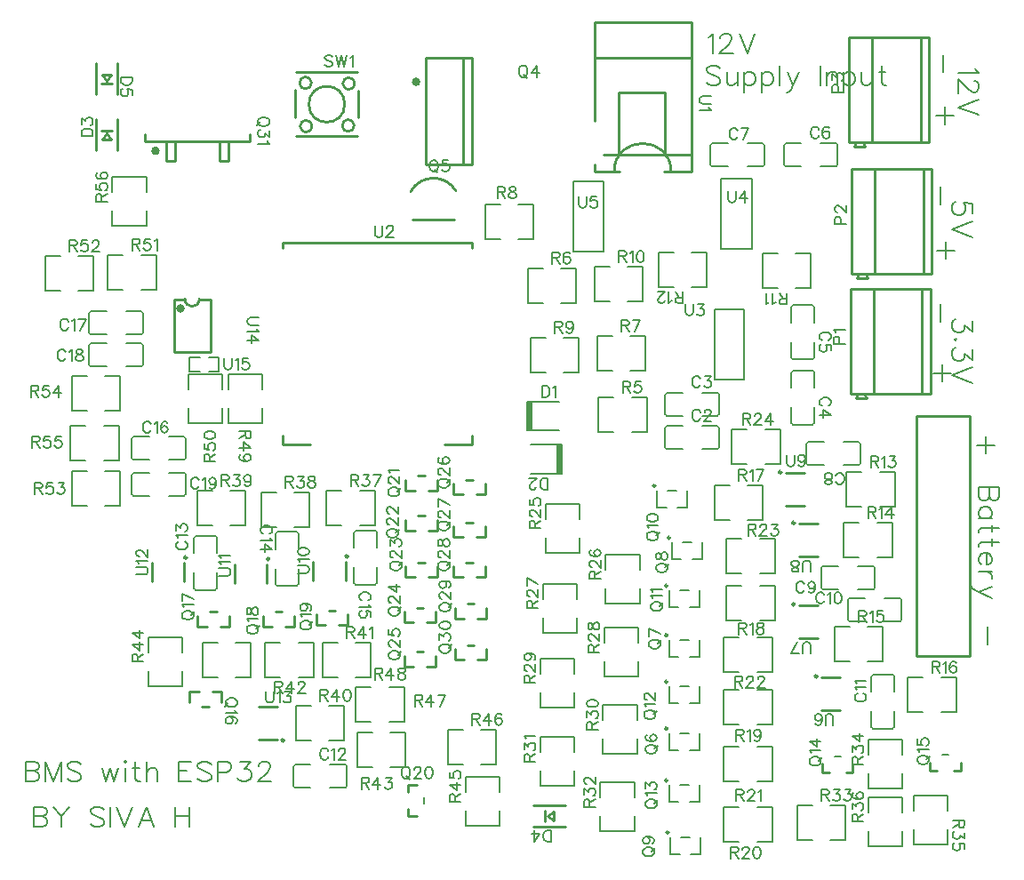
<source format=gto>
G04 Layer: TopSilkscreenLayer*
G04 EasyEDA v6.5.50, 2025-05-11 21:30:58*
G04 57ce2a779753491496e961f97abc4982,bfcb7ea688f34dc99dffbe5811d057cf,10*
G04 Gerber Generator version 0.2*
G04 Scale: 100 percent, Rotated: No, Reflected: No *
G04 Dimensions in millimeters *
G04 leading zeros omitted , absolute positions ,4 integer and 5 decimal *
%FSLAX45Y45*%
%MOMM*%

%ADD10C,0.2032*%
%ADD11C,0.1524*%
%ADD12C,0.2540*%
%ADD13C,0.1520*%
%ADD14C,0.2000*%
%ADD15C,0.4000*%
%ADD16C,0.2400*%
%ADD17C,0.0133*%

%LPD*%
D10*
X622300Y1436878D02*
G01*
X622300Y1243076D01*
X622300Y1436878D02*
G01*
X705357Y1436878D01*
X733044Y1427734D01*
X742442Y1418589D01*
X751586Y1400047D01*
X751586Y1381505D01*
X742442Y1362963D01*
X733044Y1353820D01*
X705357Y1344676D01*
X622300Y1344676D02*
G01*
X705357Y1344676D01*
X733044Y1335278D01*
X742442Y1326134D01*
X751586Y1307592D01*
X751586Y1279905D01*
X742442Y1261363D01*
X733044Y1252220D01*
X705357Y1243076D01*
X622300Y1243076D01*
X812545Y1436878D02*
G01*
X812545Y1243076D01*
X812545Y1436878D02*
G01*
X886460Y1243076D01*
X960373Y1436878D02*
G01*
X886460Y1243076D01*
X960373Y1436878D02*
G01*
X960373Y1243076D01*
X1150620Y1409192D02*
G01*
X1132078Y1427734D01*
X1104392Y1436878D01*
X1067562Y1436878D01*
X1039876Y1427734D01*
X1021334Y1409192D01*
X1021334Y1390650D01*
X1030478Y1372362D01*
X1039876Y1362963D01*
X1058163Y1353820D01*
X1113789Y1335278D01*
X1132078Y1326134D01*
X1141476Y1316989D01*
X1150620Y1298447D01*
X1150620Y1270762D01*
X1132078Y1252220D01*
X1104392Y1243076D01*
X1067562Y1243076D01*
X1039876Y1252220D01*
X1021334Y1270762D01*
X1353820Y1372362D02*
G01*
X1390650Y1243076D01*
X1427734Y1372362D02*
G01*
X1390650Y1243076D01*
X1427734Y1372362D02*
G01*
X1464563Y1243076D01*
X1501647Y1372362D02*
G01*
X1464563Y1243076D01*
X1562607Y1436878D02*
G01*
X1571752Y1427734D01*
X1581150Y1436878D01*
X1571752Y1446276D01*
X1562607Y1436878D01*
X1571752Y1372362D02*
G01*
X1571752Y1243076D01*
X1669795Y1436878D02*
G01*
X1669795Y1279905D01*
X1678939Y1252220D01*
X1697481Y1243076D01*
X1715770Y1243076D01*
X1642110Y1372362D02*
G01*
X1706626Y1372362D01*
X1776729Y1436878D02*
G01*
X1776729Y1243076D01*
X1776729Y1335278D02*
G01*
X1804670Y1362963D01*
X1822957Y1372362D01*
X1850644Y1372362D01*
X1869186Y1362963D01*
X1878329Y1335278D01*
X1878329Y1243076D01*
X2081529Y1436878D02*
G01*
X2081529Y1243076D01*
X2081529Y1436878D02*
G01*
X2201672Y1436878D01*
X2081529Y1344676D02*
G01*
X2155443Y1344676D01*
X2081529Y1243076D02*
G01*
X2201672Y1243076D01*
X2391918Y1409192D02*
G01*
X2373629Y1427734D01*
X2345690Y1436878D01*
X2308859Y1436878D01*
X2281174Y1427734D01*
X2262631Y1409192D01*
X2262631Y1390650D01*
X2272029Y1372362D01*
X2281174Y1362963D01*
X2299715Y1353820D01*
X2355088Y1335278D01*
X2373629Y1326134D01*
X2382774Y1316989D01*
X2391918Y1298447D01*
X2391918Y1270762D01*
X2373629Y1252220D01*
X2345690Y1243076D01*
X2308859Y1243076D01*
X2281174Y1252220D01*
X2262631Y1270762D01*
X2452877Y1436878D02*
G01*
X2452877Y1243076D01*
X2452877Y1436878D02*
G01*
X2536190Y1436878D01*
X2563875Y1427734D01*
X2573020Y1418589D01*
X2582163Y1400047D01*
X2582163Y1372362D01*
X2573020Y1353820D01*
X2563875Y1344676D01*
X2536190Y1335278D01*
X2452877Y1335278D01*
X2661665Y1436878D02*
G01*
X2763265Y1436878D01*
X2707893Y1362963D01*
X2735579Y1362963D01*
X2754122Y1353820D01*
X2763265Y1344676D01*
X2772409Y1316989D01*
X2772409Y1298447D01*
X2763265Y1270762D01*
X2744724Y1252220D01*
X2717038Y1243076D01*
X2689352Y1243076D01*
X2661665Y1252220D01*
X2652522Y1261363D01*
X2643124Y1279905D01*
X2842768Y1390650D02*
G01*
X2842768Y1400047D01*
X2851911Y1418589D01*
X2861309Y1427734D01*
X2879597Y1436878D01*
X2916681Y1436878D01*
X2934970Y1427734D01*
X2944368Y1418589D01*
X2953511Y1400047D01*
X2953511Y1381505D01*
X2944368Y1362963D01*
X2925825Y1335278D01*
X2833370Y1243076D01*
X2962909Y1243076D01*
X698500Y1005078D02*
G01*
X698500Y811276D01*
X698500Y1005078D02*
G01*
X781557Y1005078D01*
X809244Y995934D01*
X818642Y986789D01*
X827786Y968247D01*
X827786Y949705D01*
X818642Y931163D01*
X809244Y922020D01*
X781557Y912876D01*
X698500Y912876D02*
G01*
X781557Y912876D01*
X809244Y903478D01*
X818642Y894334D01*
X827786Y875792D01*
X827786Y848105D01*
X818642Y829563D01*
X809244Y820420D01*
X781557Y811276D01*
X698500Y811276D01*
X888745Y1005078D02*
G01*
X962660Y912876D01*
X962660Y811276D01*
X1036573Y1005078D02*
G01*
X962660Y912876D01*
X1369060Y977392D02*
G01*
X1350518Y995934D01*
X1322831Y1005078D01*
X1286002Y1005078D01*
X1258315Y995934D01*
X1239773Y977392D01*
X1239773Y958850D01*
X1248918Y940562D01*
X1258315Y931163D01*
X1276604Y922020D01*
X1332229Y903478D01*
X1350518Y894334D01*
X1359915Y885189D01*
X1369060Y866647D01*
X1369060Y838962D01*
X1350518Y820420D01*
X1322831Y811276D01*
X1286002Y811276D01*
X1258315Y820420D01*
X1239773Y838962D01*
X1430020Y1005078D02*
G01*
X1430020Y811276D01*
X1490979Y1005078D02*
G01*
X1564894Y811276D01*
X1638807Y1005078D02*
G01*
X1564894Y811276D01*
X1773681Y1005078D02*
G01*
X1699768Y811276D01*
X1773681Y1005078D02*
G01*
X1847595Y811276D01*
X1727454Y875792D02*
G01*
X1819910Y875792D01*
X2050795Y1005078D02*
G01*
X2050795Y811276D01*
X2180081Y1005078D02*
G01*
X2180081Y811276D01*
X2050795Y912876D02*
G01*
X2180081Y912876D01*
X9667747Y8039100D02*
G01*
X9676891Y8020558D01*
X9704577Y7992871D01*
X9510775Y7992871D01*
X9658350Y7922768D02*
G01*
X9667747Y7922768D01*
X9686290Y7913370D01*
X9695434Y7904226D01*
X9704577Y7885684D01*
X9704577Y7848854D01*
X9695434Y7830312D01*
X9686290Y7821168D01*
X9667747Y7811770D01*
X9649206Y7811770D01*
X9630663Y7821168D01*
X9602977Y7839710D01*
X9510775Y7931912D01*
X9510775Y7802626D01*
X9704577Y7741665D02*
G01*
X9510775Y7667752D01*
X9704577Y7593837D02*
G01*
X9510775Y7667752D01*
X9641077Y6658355D02*
G01*
X9641077Y6750558D01*
X9558020Y6759955D01*
X9567163Y6750558D01*
X9576561Y6722871D01*
X9576561Y6695186D01*
X9567163Y6667500D01*
X9548875Y6648958D01*
X9521190Y6639813D01*
X9502647Y6639813D01*
X9474961Y6648958D01*
X9456420Y6667500D01*
X9447275Y6695186D01*
X9447275Y6722871D01*
X9456420Y6750558D01*
X9465563Y6759955D01*
X9484106Y6769100D01*
X9641077Y6578854D02*
G01*
X9447275Y6504939D01*
X9641077Y6431026D02*
G01*
X9447275Y6504939D01*
X9641077Y5632957D02*
G01*
X9641077Y5531357D01*
X9567163Y5586729D01*
X9567163Y5559044D01*
X9558020Y5540755D01*
X9548875Y5531357D01*
X9521190Y5522213D01*
X9502647Y5522213D01*
X9474961Y5531357D01*
X9456420Y5549900D01*
X9447275Y5577586D01*
X9447275Y5605271D01*
X9456420Y5632957D01*
X9465563Y5642355D01*
X9484106Y5651500D01*
X9493250Y5452110D02*
G01*
X9484106Y5461254D01*
X9474961Y5452110D01*
X9484106Y5442712D01*
X9493250Y5452110D01*
X9641077Y5363210D02*
G01*
X9641077Y5261610D01*
X9567163Y5317236D01*
X9567163Y5289550D01*
X9558020Y5271007D01*
X9548875Y5261610D01*
X9521190Y5252465D01*
X9502647Y5252465D01*
X9474961Y5261610D01*
X9456420Y5280152D01*
X9447275Y5307837D01*
X9447275Y5335523D01*
X9456420Y5363210D01*
X9465563Y5372607D01*
X9484106Y5381752D01*
X9641077Y5191505D02*
G01*
X9447275Y5117592D01*
X9641077Y5043678D02*
G01*
X9447275Y5117592D01*
X9435591Y5136642D02*
G01*
X9269475Y5136642D01*
X9352534Y5219700D02*
G01*
X9352534Y5053329D01*
X9473691Y6305042D02*
G01*
X9307575Y6305042D01*
X9390634Y6388100D02*
G01*
X9390634Y6221729D01*
X9460991Y7587742D02*
G01*
X9294875Y7587742D01*
X9377934Y7670800D02*
G01*
X9377934Y7504429D01*
X9365234Y8166100D02*
G01*
X9365234Y7999729D01*
X9339834Y6908800D02*
G01*
X9339834Y6742429D01*
X9339834Y5791200D02*
G01*
X9339834Y5624829D01*
X9854691Y4450842D02*
G01*
X9688575Y4450842D01*
X9771634Y4533900D02*
G01*
X9771634Y4367529D01*
X9784334Y2717800D02*
G01*
X9784334Y2551429D01*
X9895077Y4051300D02*
G01*
X9701275Y4051300D01*
X9895077Y4051300D02*
G01*
X9895077Y3968242D01*
X9885934Y3940555D01*
X9876790Y3931157D01*
X9858247Y3922013D01*
X9839706Y3922013D01*
X9821163Y3931157D01*
X9812020Y3940555D01*
X9802875Y3968242D01*
X9802875Y4051300D02*
G01*
X9802875Y3968242D01*
X9793477Y3940555D01*
X9784334Y3931157D01*
X9765791Y3922013D01*
X9738106Y3922013D01*
X9719563Y3931157D01*
X9710420Y3940555D01*
X9701275Y3968242D01*
X9701275Y4051300D01*
X9830561Y3750310D02*
G01*
X9701275Y3750310D01*
X9802875Y3750310D02*
G01*
X9821163Y3768597D01*
X9830561Y3787139D01*
X9830561Y3814826D01*
X9821163Y3833368D01*
X9802875Y3851910D01*
X9775190Y3861054D01*
X9756647Y3861054D01*
X9728961Y3851910D01*
X9710420Y3833368D01*
X9701275Y3814826D01*
X9701275Y3787139D01*
X9710420Y3768597D01*
X9728961Y3750310D01*
X9895077Y3661410D02*
G01*
X9738106Y3661410D01*
X9710420Y3652265D01*
X9701275Y3633723D01*
X9701275Y3615436D01*
X9830561Y3689350D02*
G01*
X9830561Y3624579D01*
X9895077Y3526789D02*
G01*
X9738106Y3526789D01*
X9710420Y3517392D01*
X9701275Y3498850D01*
X9701275Y3480562D01*
X9830561Y3554476D02*
G01*
X9830561Y3489705D01*
X9775190Y3419602D02*
G01*
X9775190Y3308604D01*
X9793477Y3308604D01*
X9812020Y3318002D01*
X9821163Y3327145D01*
X9830561Y3345687D01*
X9830561Y3373373D01*
X9821163Y3391915D01*
X9802875Y3410204D01*
X9775190Y3419602D01*
X9756647Y3419602D01*
X9728961Y3410204D01*
X9710420Y3391915D01*
X9701275Y3373373D01*
X9701275Y3345687D01*
X9710420Y3327145D01*
X9728961Y3308604D01*
X9830561Y3247644D02*
G01*
X9701275Y3247644D01*
X9775190Y3247644D02*
G01*
X9802875Y3238500D01*
X9821163Y3219957D01*
X9830561Y3201670D01*
X9830561Y3173729D01*
X9830561Y3103626D02*
G01*
X9701275Y3048254D01*
X9830561Y2992881D02*
G01*
X9701275Y3048254D01*
X9664191Y3066795D01*
X9645650Y3085084D01*
X9636506Y3103626D01*
X9636506Y3112770D01*
X7124700Y8334247D02*
G01*
X7143241Y8343392D01*
X7170927Y8371078D01*
X7170927Y8177276D01*
X7241031Y8324850D02*
G01*
X7241031Y8334247D01*
X7250429Y8352789D01*
X7259574Y8361934D01*
X7278115Y8371078D01*
X7314945Y8371078D01*
X7333488Y8361934D01*
X7342631Y8352789D01*
X7352029Y8334247D01*
X7352029Y8315705D01*
X7342631Y8297163D01*
X7324090Y8269478D01*
X7231888Y8177276D01*
X7361174Y8177276D01*
X7422134Y8371078D02*
G01*
X7496047Y8177276D01*
X7569961Y8371078D02*
G01*
X7496047Y8177276D01*
X7241286Y8038592D02*
G01*
X7222743Y8057134D01*
X7195058Y8066278D01*
X7158227Y8066278D01*
X7130541Y8057134D01*
X7112000Y8038592D01*
X7112000Y8020050D01*
X7121143Y8001762D01*
X7130541Y7992363D01*
X7148829Y7983220D01*
X7204456Y7964678D01*
X7222743Y7955534D01*
X7232141Y7946389D01*
X7241286Y7927847D01*
X7241286Y7900162D01*
X7222743Y7881620D01*
X7195058Y7872476D01*
X7158227Y7872476D01*
X7130541Y7881620D01*
X7112000Y7900162D01*
X7302245Y8001762D02*
G01*
X7302245Y7909305D01*
X7311390Y7881620D01*
X7329931Y7872476D01*
X7357618Y7872476D01*
X7376159Y7881620D01*
X7403845Y7909305D01*
X7403845Y8001762D02*
G01*
X7403845Y7872476D01*
X7464806Y8001762D02*
G01*
X7464806Y7807705D01*
X7464806Y7974076D02*
G01*
X7483347Y7992363D01*
X7501890Y8001762D01*
X7529575Y8001762D01*
X7547863Y7992363D01*
X7566406Y7974076D01*
X7575550Y7946389D01*
X7575550Y7927847D01*
X7566406Y7900162D01*
X7547863Y7881620D01*
X7529575Y7872476D01*
X7501890Y7872476D01*
X7483347Y7881620D01*
X7464806Y7900162D01*
X7636509Y8001762D02*
G01*
X7636509Y7807705D01*
X7636509Y7974076D02*
G01*
X7655052Y7992363D01*
X7673593Y8001762D01*
X7701279Y8001762D01*
X7719822Y7992363D01*
X7738109Y7974076D01*
X7747508Y7946389D01*
X7747508Y7927847D01*
X7738109Y7900162D01*
X7719822Y7881620D01*
X7701279Y7872476D01*
X7673593Y7872476D01*
X7655052Y7881620D01*
X7636509Y7900162D01*
X7808468Y8066278D02*
G01*
X7808468Y7872476D01*
X7878572Y8001762D02*
G01*
X7933943Y7872476D01*
X7989570Y8001762D02*
G01*
X7933943Y7872476D01*
X7915656Y7835392D01*
X7897113Y7816850D01*
X7878572Y7807705D01*
X7869427Y7807705D01*
X8192770Y8066278D02*
G01*
X8192770Y7872476D01*
X8253729Y8001762D02*
G01*
X8253729Y7872476D01*
X8253729Y7964678D02*
G01*
X8281415Y7992363D01*
X8299704Y8001762D01*
X8327390Y8001762D01*
X8345931Y7992363D01*
X8355329Y7964678D01*
X8355329Y7872476D01*
X8416290Y8001762D02*
G01*
X8416290Y7807705D01*
X8416290Y7974076D02*
G01*
X8434577Y7992363D01*
X8453120Y8001762D01*
X8480806Y8001762D01*
X8499347Y7992363D01*
X8517890Y7974076D01*
X8527034Y7946389D01*
X8527034Y7927847D01*
X8517890Y7900162D01*
X8499347Y7881620D01*
X8480806Y7872476D01*
X8453120Y7872476D01*
X8434577Y7881620D01*
X8416290Y7900162D01*
X8587993Y8001762D02*
G01*
X8587993Y7909305D01*
X8597138Y7881620D01*
X8615679Y7872476D01*
X8643365Y7872476D01*
X8661908Y7881620D01*
X8689593Y7909305D01*
X8689593Y8001762D02*
G01*
X8689593Y7872476D01*
X8778240Y8066278D02*
G01*
X8778240Y7909305D01*
X8787384Y7881620D01*
X8805925Y7872476D01*
X8824468Y7872476D01*
X8750554Y8001762D02*
G01*
X8815070Y8001762D01*
D11*
X7050277Y4763007D02*
G01*
X7044943Y4773421D01*
X7034529Y4783836D01*
X7024370Y4788915D01*
X7003541Y4788915D01*
X6993127Y4783836D01*
X6982713Y4773421D01*
X6977379Y4763007D01*
X6972300Y4747260D01*
X6972300Y4721352D01*
X6977379Y4705857D01*
X6982713Y4695444D01*
X6993127Y4685029D01*
X7003541Y4679950D01*
X7024370Y4679950D01*
X7034529Y4685029D01*
X7044943Y4695444D01*
X7050277Y4705857D01*
X7089647Y4763007D02*
G01*
X7089647Y4768087D01*
X7094981Y4778502D01*
X7100061Y4783836D01*
X7110475Y4788915D01*
X7131304Y4788915D01*
X7141718Y4783836D01*
X7146797Y4778502D01*
X7152131Y4768087D01*
X7152131Y4757673D01*
X7146797Y4747260D01*
X7136384Y4731765D01*
X7084568Y4679950D01*
X7157211Y4679950D01*
X7050277Y5080507D02*
G01*
X7044943Y5090921D01*
X7034529Y5101336D01*
X7024370Y5106415D01*
X7003541Y5106415D01*
X6993127Y5101336D01*
X6982713Y5090921D01*
X6977379Y5080507D01*
X6972300Y5064760D01*
X6972300Y5038852D01*
X6977379Y5023357D01*
X6982713Y5012944D01*
X6993127Y5002529D01*
X7003541Y4997450D01*
X7024370Y4997450D01*
X7034529Y5002529D01*
X7044943Y5012944D01*
X7050277Y5023357D01*
X7094981Y5106415D02*
G01*
X7152131Y5106415D01*
X7120890Y5064760D01*
X7136384Y5064760D01*
X7146797Y5059679D01*
X7152131Y5054600D01*
X7157211Y5038852D01*
X7157211Y5028437D01*
X7152131Y5012944D01*
X7141718Y5002529D01*
X7125970Y4997450D01*
X7110475Y4997450D01*
X7094981Y5002529D01*
X7089647Y5007610D01*
X7084568Y5018023D01*
X8268208Y4824221D02*
G01*
X8278622Y4829555D01*
X8289036Y4839970D01*
X8294115Y4850129D01*
X8294115Y4870957D01*
X8289036Y4881371D01*
X8278622Y4891786D01*
X8268208Y4897120D01*
X8252459Y4902200D01*
X8226552Y4902200D01*
X8211058Y4897120D01*
X8200643Y4891786D01*
X8190229Y4881371D01*
X8185150Y4870957D01*
X8185150Y4850129D01*
X8190229Y4839970D01*
X8200643Y4829555D01*
X8211058Y4824221D01*
X8294115Y4738115D02*
G01*
X8221472Y4789931D01*
X8221472Y4711954D01*
X8294115Y4738115D02*
G01*
X8185150Y4738115D01*
X8268208Y5446521D02*
G01*
X8278622Y5451855D01*
X8289036Y5462270D01*
X8294115Y5472429D01*
X8294115Y5493257D01*
X8289036Y5503671D01*
X8278622Y5514086D01*
X8268208Y5519420D01*
X8252459Y5524500D01*
X8226552Y5524500D01*
X8211058Y5519420D01*
X8200643Y5514086D01*
X8190229Y5503671D01*
X8185150Y5493257D01*
X8185150Y5472429D01*
X8190229Y5462270D01*
X8200643Y5451855D01*
X8211058Y5446521D01*
X8294115Y5350002D02*
G01*
X8294115Y5401818D01*
X8247379Y5407152D01*
X8252459Y5401818D01*
X8257793Y5386323D01*
X8257793Y5370829D01*
X8252459Y5355081D01*
X8242300Y5344668D01*
X8226552Y5339587D01*
X8216138Y5339587D01*
X8200643Y5344668D01*
X8190229Y5355081D01*
X8185150Y5370829D01*
X8185150Y5386323D01*
X8190229Y5401818D01*
X8195309Y5407152D01*
X8205724Y5412231D01*
X8180577Y7455408D02*
G01*
X8175243Y7465821D01*
X8164829Y7476236D01*
X8154670Y7481315D01*
X8133841Y7481315D01*
X8123427Y7476236D01*
X8113013Y7465821D01*
X8107679Y7455408D01*
X8102600Y7439660D01*
X8102600Y7413752D01*
X8107679Y7398258D01*
X8113013Y7387844D01*
X8123427Y7377429D01*
X8133841Y7372350D01*
X8154670Y7372350D01*
X8164829Y7377429D01*
X8175243Y7387844D01*
X8180577Y7398258D01*
X8277097Y7465821D02*
G01*
X8272018Y7476236D01*
X8256270Y7481315D01*
X8246109Y7481315D01*
X8230361Y7476236D01*
X8219947Y7460487D01*
X8214868Y7434579D01*
X8214868Y7408671D01*
X8219947Y7387844D01*
X8230361Y7377429D01*
X8246109Y7372350D01*
X8251190Y7372350D01*
X8266684Y7377429D01*
X8277097Y7387844D01*
X8282431Y7403337D01*
X8282431Y7408671D01*
X8277097Y7424165D01*
X8266684Y7434579D01*
X8251190Y7439660D01*
X8246109Y7439660D01*
X8230361Y7434579D01*
X8219947Y7424165D01*
X8214868Y7408671D01*
X7405877Y7442708D02*
G01*
X7400543Y7453121D01*
X7390129Y7463536D01*
X7379970Y7468615D01*
X7359141Y7468615D01*
X7348727Y7463536D01*
X7338313Y7453121D01*
X7332979Y7442708D01*
X7327900Y7426960D01*
X7327900Y7401052D01*
X7332979Y7385558D01*
X7338313Y7375144D01*
X7348727Y7364729D01*
X7359141Y7359650D01*
X7379970Y7359650D01*
X7390129Y7364729D01*
X7400543Y7375144D01*
X7405877Y7385558D01*
X7512811Y7468615D02*
G01*
X7460995Y7359650D01*
X7440168Y7468615D02*
G01*
X7512811Y7468615D01*
X8342122Y4101592D02*
G01*
X8347456Y4091178D01*
X8357870Y4080763D01*
X8368029Y4075684D01*
X8388858Y4075684D01*
X8399272Y4080763D01*
X8409686Y4091178D01*
X8415020Y4101592D01*
X8420100Y4117339D01*
X8420100Y4143247D01*
X8415020Y4158742D01*
X8409686Y4169155D01*
X8399272Y4179570D01*
X8388858Y4184650D01*
X8368029Y4184650D01*
X8357870Y4179570D01*
X8347456Y4169155D01*
X8342122Y4158742D01*
X8281924Y4075684D02*
G01*
X8297418Y4080763D01*
X8302752Y4091178D01*
X8302752Y4101592D01*
X8297418Y4112005D01*
X8287004Y4117339D01*
X8266429Y4122420D01*
X8250681Y4127500D01*
X8240268Y4137913D01*
X8235188Y4148328D01*
X8235188Y4164076D01*
X8240268Y4174489D01*
X8245602Y4179570D01*
X8261095Y4184650D01*
X8281924Y4184650D01*
X8297418Y4179570D01*
X8302752Y4174489D01*
X8307831Y4164076D01*
X8307831Y4148328D01*
X8302752Y4137913D01*
X8292338Y4127500D01*
X8276590Y4122420D01*
X8256015Y4117339D01*
X8245602Y4112005D01*
X8240268Y4101592D01*
X8240268Y4091178D01*
X8245602Y4080763D01*
X8261095Y4075684D01*
X8281924Y4075684D01*
X8040877Y3124707D02*
G01*
X8035543Y3135121D01*
X8025129Y3145536D01*
X8014970Y3150615D01*
X7994141Y3150615D01*
X7983727Y3145536D01*
X7973313Y3135121D01*
X7967979Y3124707D01*
X7962900Y3108960D01*
X7962900Y3083052D01*
X7967979Y3067557D01*
X7973313Y3057144D01*
X7983727Y3046729D01*
X7994141Y3041650D01*
X8014970Y3041650D01*
X8025129Y3046729D01*
X8035543Y3057144D01*
X8040877Y3067557D01*
X8142731Y3114294D02*
G01*
X8137397Y3098800D01*
X8126984Y3088386D01*
X8111490Y3083052D01*
X8106409Y3083052D01*
X8090661Y3088386D01*
X8080247Y3098800D01*
X8075168Y3114294D01*
X8075168Y3119373D01*
X8080247Y3135121D01*
X8090661Y3145536D01*
X8106409Y3150615D01*
X8111490Y3150615D01*
X8126984Y3145536D01*
X8137397Y3135121D01*
X8142731Y3114294D01*
X8142731Y3088386D01*
X8137397Y3062223D01*
X8126984Y3046729D01*
X8111490Y3041650D01*
X8101075Y3041650D01*
X8085581Y3046729D01*
X8080247Y3057144D01*
X8231377Y3023107D02*
G01*
X8226043Y3033521D01*
X8215629Y3043936D01*
X8205470Y3049015D01*
X8184641Y3049015D01*
X8174227Y3043936D01*
X8163813Y3033521D01*
X8158479Y3023107D01*
X8153400Y3007360D01*
X8153400Y2981452D01*
X8158479Y2965957D01*
X8163813Y2955544D01*
X8174227Y2945129D01*
X8184641Y2940050D01*
X8205470Y2940050D01*
X8215629Y2945129D01*
X8226043Y2955544D01*
X8231377Y2965957D01*
X8265668Y3028187D02*
G01*
X8276081Y3033521D01*
X8291575Y3049015D01*
X8291575Y2940050D01*
X8357108Y3049015D02*
G01*
X8341359Y3043936D01*
X8331200Y3028187D01*
X8325865Y3002279D01*
X8325865Y2986786D01*
X8331200Y2960623D01*
X8341359Y2945129D01*
X8357108Y2940050D01*
X8367522Y2940050D01*
X8383015Y2945129D01*
X8393429Y2960623D01*
X8398509Y2986786D01*
X8398509Y3002279D01*
X8393429Y3028187D01*
X8383015Y3043936D01*
X8367522Y3049015D01*
X8357108Y3049015D01*
X8546591Y2084578D02*
G01*
X8536177Y2079244D01*
X8525763Y2068829D01*
X8520684Y2058670D01*
X8520684Y2037842D01*
X8525763Y2027428D01*
X8536177Y2017013D01*
X8546591Y2011679D01*
X8562340Y2006600D01*
X8588247Y2006600D01*
X8603741Y2011679D01*
X8614156Y2017013D01*
X8624570Y2027428D01*
X8629650Y2037842D01*
X8629650Y2058670D01*
X8624570Y2068829D01*
X8614156Y2079244D01*
X8603741Y2084578D01*
X8541511Y2118868D02*
G01*
X8536177Y2129281D01*
X8520684Y2144776D01*
X8629650Y2144776D01*
X8541511Y2179065D02*
G01*
X8536177Y2189479D01*
X8520684Y2204973D01*
X8629650Y2204973D01*
X3506977Y1537207D02*
G01*
X3501643Y1547621D01*
X3491229Y1558036D01*
X3481070Y1563115D01*
X3460241Y1563115D01*
X3449827Y1558036D01*
X3439413Y1547621D01*
X3434079Y1537207D01*
X3429000Y1521460D01*
X3429000Y1495552D01*
X3434079Y1480057D01*
X3439413Y1469644D01*
X3449827Y1459229D01*
X3460241Y1454150D01*
X3481070Y1454150D01*
X3491229Y1459229D01*
X3501643Y1469644D01*
X3506977Y1480057D01*
X3541268Y1542287D02*
G01*
X3551681Y1547621D01*
X3567175Y1563115D01*
X3567175Y1454150D01*
X3606800Y1537207D02*
G01*
X3606800Y1542287D01*
X3611879Y1552702D01*
X3616959Y1558036D01*
X3627374Y1563115D01*
X3648202Y1563115D01*
X3658615Y1558036D01*
X3663950Y1552702D01*
X3669029Y1542287D01*
X3669029Y1531873D01*
X3663950Y1521460D01*
X3653536Y1505965D01*
X3601465Y1454150D01*
X3674109Y1454150D01*
X2082291Y3532378D02*
G01*
X2071877Y3527044D01*
X2061463Y3516629D01*
X2056384Y3506470D01*
X2056384Y3485642D01*
X2061463Y3475228D01*
X2071877Y3464813D01*
X2082291Y3459479D01*
X2098040Y3454400D01*
X2123947Y3454400D01*
X2139441Y3459479D01*
X2149856Y3464813D01*
X2160270Y3475228D01*
X2165350Y3485642D01*
X2165350Y3506470D01*
X2160270Y3516629D01*
X2149856Y3527044D01*
X2139441Y3532378D01*
X2077211Y3566668D02*
G01*
X2071877Y3577081D01*
X2056384Y3592576D01*
X2165350Y3592576D01*
X2056384Y3637279D02*
G01*
X2056384Y3694429D01*
X2098040Y3663187D01*
X2098040Y3678936D01*
X2103120Y3689350D01*
X2108200Y3694429D01*
X2123947Y3699510D01*
X2134361Y3699510D01*
X2149856Y3694429D01*
X2160270Y3684015D01*
X2165350Y3668521D01*
X2165350Y3652773D01*
X2160270Y3637279D01*
X2155190Y3632200D01*
X2144775Y3626865D01*
X2946908Y3605021D02*
G01*
X2957322Y3610355D01*
X2967736Y3620770D01*
X2972815Y3630929D01*
X2972815Y3651757D01*
X2967736Y3662171D01*
X2957322Y3672586D01*
X2946908Y3677920D01*
X2931159Y3683000D01*
X2905252Y3683000D01*
X2889758Y3677920D01*
X2879343Y3672586D01*
X2868929Y3662171D01*
X2863850Y3651757D01*
X2863850Y3630929D01*
X2868929Y3620770D01*
X2879343Y3610355D01*
X2889758Y3605021D01*
X2951988Y3570731D02*
G01*
X2957322Y3560318D01*
X2972815Y3544823D01*
X2863850Y3544823D01*
X2972815Y3458463D02*
G01*
X2900172Y3510534D01*
X2900172Y3432555D01*
X2972815Y3458463D02*
G01*
X2863850Y3458463D01*
X3886708Y2970021D02*
G01*
X3897122Y2975355D01*
X3907536Y2985770D01*
X3912615Y2995929D01*
X3912615Y3016757D01*
X3907536Y3027171D01*
X3897122Y3037586D01*
X3886708Y3042920D01*
X3870959Y3048000D01*
X3845052Y3048000D01*
X3829558Y3042920D01*
X3819143Y3037586D01*
X3808729Y3027171D01*
X3803650Y3016757D01*
X3803650Y2995929D01*
X3808729Y2985770D01*
X3819143Y2975355D01*
X3829558Y2970021D01*
X3891788Y2935731D02*
G01*
X3897122Y2925318D01*
X3912615Y2909823D01*
X3803650Y2909823D01*
X3912615Y2813050D02*
G01*
X3912615Y2865120D01*
X3865879Y2870200D01*
X3870959Y2865120D01*
X3876293Y2849626D01*
X3876293Y2833878D01*
X3870959Y2818384D01*
X3860800Y2807970D01*
X3845052Y2802889D01*
X3834638Y2802889D01*
X3819143Y2807970D01*
X3808729Y2818384D01*
X3803650Y2833878D01*
X3803650Y2849626D01*
X3808729Y2865120D01*
X3813809Y2870200D01*
X3824224Y2875534D01*
X1817878Y4648707D02*
G01*
X1812544Y4659121D01*
X1802129Y4669536D01*
X1791970Y4674615D01*
X1771142Y4674615D01*
X1760728Y4669536D01*
X1750313Y4659121D01*
X1744979Y4648707D01*
X1739900Y4632960D01*
X1739900Y4607052D01*
X1744979Y4591557D01*
X1750313Y4581144D01*
X1760728Y4570729D01*
X1771142Y4565650D01*
X1791970Y4565650D01*
X1802129Y4570729D01*
X1812544Y4581144D01*
X1817878Y4591557D01*
X1852168Y4653787D02*
G01*
X1862581Y4659121D01*
X1878076Y4674615D01*
X1878076Y4565650D01*
X1974850Y4659121D02*
G01*
X1969515Y4669536D01*
X1954022Y4674615D01*
X1943608Y4674615D01*
X1927860Y4669536D01*
X1917700Y4653787D01*
X1912365Y4627879D01*
X1912365Y4601971D01*
X1917700Y4581144D01*
X1927860Y4570729D01*
X1943608Y4565650D01*
X1948688Y4565650D01*
X1964436Y4570729D01*
X1974850Y4581144D01*
X1979929Y4596637D01*
X1979929Y4601971D01*
X1974850Y4617465D01*
X1964436Y4627879D01*
X1948688Y4632960D01*
X1943608Y4632960D01*
X1927860Y4627879D01*
X1917700Y4617465D01*
X1912365Y4601971D01*
X1030478Y5626607D02*
G01*
X1025144Y5637021D01*
X1014729Y5647436D01*
X1004570Y5652515D01*
X983742Y5652515D01*
X973328Y5647436D01*
X962913Y5637021D01*
X957579Y5626607D01*
X952500Y5610860D01*
X952500Y5584952D01*
X957579Y5569457D01*
X962913Y5559044D01*
X973328Y5548629D01*
X983742Y5543550D01*
X1004570Y5543550D01*
X1014729Y5548629D01*
X1025144Y5559044D01*
X1030478Y5569457D01*
X1064768Y5631687D02*
G01*
X1075181Y5637021D01*
X1090676Y5652515D01*
X1090676Y5543550D01*
X1197610Y5652515D02*
G01*
X1145794Y5543550D01*
X1124965Y5652515D02*
G01*
X1197610Y5652515D01*
X1005078Y5334507D02*
G01*
X999744Y5344921D01*
X989329Y5355336D01*
X979170Y5360415D01*
X958342Y5360415D01*
X947928Y5355336D01*
X937513Y5344921D01*
X932179Y5334507D01*
X927100Y5318760D01*
X927100Y5292852D01*
X932179Y5277357D01*
X937513Y5266944D01*
X947928Y5256529D01*
X958342Y5251450D01*
X979170Y5251450D01*
X989329Y5256529D01*
X999744Y5266944D01*
X1005078Y5277357D01*
X1039368Y5339587D02*
G01*
X1049781Y5344921D01*
X1065276Y5360415D01*
X1065276Y5251450D01*
X1125473Y5360415D02*
G01*
X1109979Y5355336D01*
X1104900Y5344921D01*
X1104900Y5334507D01*
X1109979Y5324094D01*
X1120394Y5318760D01*
X1141221Y5313679D01*
X1156715Y5308600D01*
X1167129Y5298186D01*
X1172210Y5287771D01*
X1172210Y5272023D01*
X1167129Y5261610D01*
X1162050Y5256529D01*
X1146302Y5251450D01*
X1125473Y5251450D01*
X1109979Y5256529D01*
X1104900Y5261610D01*
X1099565Y5272023D01*
X1099565Y5287771D01*
X1104900Y5298186D01*
X1115060Y5308600D01*
X1130807Y5313679D01*
X1151636Y5318760D01*
X1162050Y5324094D01*
X1167129Y5334507D01*
X1167129Y5344921D01*
X1162050Y5355336D01*
X1146302Y5360415D01*
X1125473Y5360415D01*
X2275077Y4115307D02*
G01*
X2269743Y4125721D01*
X2259329Y4136136D01*
X2249170Y4141215D01*
X2228341Y4141215D01*
X2217927Y4136136D01*
X2207513Y4125721D01*
X2202179Y4115307D01*
X2197100Y4099560D01*
X2197100Y4073652D01*
X2202179Y4058157D01*
X2207513Y4047744D01*
X2217927Y4037329D01*
X2228341Y4032250D01*
X2249170Y4032250D01*
X2259329Y4037329D01*
X2269743Y4047744D01*
X2275077Y4058157D01*
X2309368Y4120387D02*
G01*
X2319781Y4125721D01*
X2335275Y4141215D01*
X2335275Y4032250D01*
X2437129Y4104894D02*
G01*
X2432050Y4089400D01*
X2421636Y4078986D01*
X2405888Y4073652D01*
X2400808Y4073652D01*
X2385059Y4078986D01*
X2374900Y4089400D01*
X2369565Y4104894D01*
X2369565Y4109973D01*
X2374900Y4125721D01*
X2385059Y4136136D01*
X2400808Y4141215D01*
X2405888Y4141215D01*
X2421636Y4136136D01*
X2432050Y4125721D01*
X2437129Y4104894D01*
X2437129Y4078986D01*
X2432050Y4052823D01*
X2421636Y4037329D01*
X2405888Y4032250D01*
X2395474Y4032250D01*
X2379979Y4037329D01*
X2374900Y4047744D01*
X5540438Y5015712D02*
G01*
X5540438Y4906746D01*
X5540438Y5015712D02*
G01*
X5576760Y5015712D01*
X5592508Y5010632D01*
X5602668Y5000218D01*
X5608002Y4989804D01*
X5613082Y4974056D01*
X5613082Y4948148D01*
X5608002Y4932654D01*
X5602668Y4922240D01*
X5592508Y4911826D01*
X5576760Y4906746D01*
X5540438Y4906746D01*
X5647372Y4994884D02*
G01*
X5657786Y5000218D01*
X5673534Y5015712D01*
X5673534Y4906746D01*
X5597461Y4026687D02*
G01*
X5597461Y4135653D01*
X5597461Y4026687D02*
G01*
X5561139Y4026687D01*
X5545391Y4031767D01*
X5535231Y4042181D01*
X5529897Y4052595D01*
X5524817Y4068343D01*
X5524817Y4094251D01*
X5529897Y4109745D01*
X5535231Y4120159D01*
X5545391Y4130573D01*
X5561139Y4135653D01*
X5597461Y4135653D01*
X5485193Y4052595D02*
G01*
X5485193Y4047515D01*
X5480113Y4037101D01*
X5474779Y4031767D01*
X5464365Y4026687D01*
X5443791Y4026687D01*
X5433377Y4031767D01*
X5428043Y4037101D01*
X5422963Y4047515D01*
X5422963Y4057929D01*
X5428043Y4068343D01*
X5438457Y4083837D01*
X5490527Y4135653D01*
X5417629Y4135653D01*
X1154684Y7390079D02*
G01*
X1263650Y7390079D01*
X1154684Y7390079D02*
G01*
X1154684Y7426401D01*
X1159763Y7442149D01*
X1170178Y7452309D01*
X1180592Y7457643D01*
X1196339Y7462723D01*
X1222247Y7462723D01*
X1237742Y7457643D01*
X1248155Y7452309D01*
X1258570Y7442149D01*
X1263650Y7426401D01*
X1263650Y7390079D01*
X1154684Y7507427D02*
G01*
X1154684Y7564577D01*
X1196339Y7533589D01*
X1196339Y7549083D01*
X1201420Y7559497D01*
X1206500Y7564577D01*
X1222247Y7569911D01*
X1232662Y7569911D01*
X1248155Y7564577D01*
X1258570Y7554163D01*
X1263650Y7538669D01*
X1263650Y7523175D01*
X1258570Y7507427D01*
X1253489Y7502347D01*
X1243076Y7497013D01*
X5627420Y672084D02*
G01*
X5627420Y781050D01*
X5627420Y672084D02*
G01*
X5591098Y672084D01*
X5575350Y677163D01*
X5565190Y687578D01*
X5559856Y697992D01*
X5554776Y713739D01*
X5554776Y739647D01*
X5559856Y755142D01*
X5565190Y765555D01*
X5575350Y775970D01*
X5591098Y781050D01*
X5627420Y781050D01*
X5468416Y672084D02*
G01*
X5520486Y744728D01*
X5442508Y744728D01*
X5468416Y672084D02*
G01*
X5468416Y781050D01*
X1639315Y7951520D02*
G01*
X1530350Y7951520D01*
X1639315Y7951520D02*
G01*
X1639315Y7915198D01*
X1634236Y7899450D01*
X1623821Y7889290D01*
X1613407Y7883956D01*
X1597660Y7878876D01*
X1571752Y7878876D01*
X1556257Y7883956D01*
X1545844Y7889290D01*
X1535429Y7899450D01*
X1530350Y7915198D01*
X1530350Y7951520D01*
X1639315Y7782102D02*
G01*
X1639315Y7834172D01*
X1592579Y7839252D01*
X1597660Y7834172D01*
X1602994Y7818424D01*
X1602994Y7802930D01*
X1597660Y7787436D01*
X1587500Y7777022D01*
X1571752Y7771688D01*
X1561337Y7771688D01*
X1545844Y7777022D01*
X1535429Y7787436D01*
X1530350Y7802930D01*
X1530350Y7818424D01*
X1535429Y7834172D01*
X1540510Y7839252D01*
X1550923Y7844586D01*
X8319008Y5411723D02*
G01*
X8427974Y5411723D01*
X8319008Y5411723D02*
G01*
X8319008Y5458460D01*
X8324088Y5473954D01*
X8329422Y5479287D01*
X8339836Y5484368D01*
X8355329Y5484368D01*
X8365743Y5479287D01*
X8370824Y5473954D01*
X8376158Y5458460D01*
X8376158Y5411723D01*
X8339836Y5518657D02*
G01*
X8334502Y5529071D01*
X8319008Y5544820D01*
X8427974Y5544820D01*
X8331708Y6554723D02*
G01*
X8440674Y6554723D01*
X8331708Y6554723D02*
G01*
X8331708Y6601460D01*
X8336788Y6616954D01*
X8342122Y6622287D01*
X8352536Y6627368D01*
X8368029Y6627368D01*
X8378443Y6622287D01*
X8383524Y6616954D01*
X8388858Y6601460D01*
X8388858Y6554723D01*
X8357615Y6666992D02*
G01*
X8352536Y6666992D01*
X8342122Y6672071D01*
X8336788Y6677405D01*
X8331708Y6687820D01*
X8331708Y6708394D01*
X8336788Y6718808D01*
X8342122Y6724142D01*
X8352536Y6729221D01*
X8362950Y6729221D01*
X8373363Y6724142D01*
X8388858Y6713728D01*
X8440674Y6661658D01*
X8440674Y6734555D01*
X8306308Y7812023D02*
G01*
X8415274Y7812023D01*
X8306308Y7812023D02*
G01*
X8306308Y7858760D01*
X8311388Y7874254D01*
X8316722Y7879587D01*
X8327136Y7884668D01*
X8342629Y7884668D01*
X8353043Y7879587D01*
X8358124Y7874254D01*
X8363458Y7858760D01*
X8363458Y7812023D01*
X8306308Y7929371D02*
G01*
X8306308Y7986521D01*
X8347963Y7955534D01*
X8347963Y7971028D01*
X8353043Y7981442D01*
X8358124Y7986521D01*
X8373872Y7991855D01*
X8384286Y7991855D01*
X8399779Y7986521D01*
X8410193Y7976108D01*
X8415274Y7960613D01*
X8415274Y7945120D01*
X8410193Y7929371D01*
X8405113Y7924292D01*
X8394700Y7918958D01*
X4501641Y7163815D02*
G01*
X4491227Y7158736D01*
X4480813Y7148321D01*
X4475479Y7137908D01*
X4470400Y7122160D01*
X4470400Y7096252D01*
X4475479Y7080758D01*
X4480813Y7070344D01*
X4491227Y7059929D01*
X4501641Y7054850D01*
X4522470Y7054850D01*
X4532629Y7059929D01*
X4543043Y7070344D01*
X4548377Y7080758D01*
X4553458Y7096252D01*
X4553458Y7122160D01*
X4548377Y7137908D01*
X4543043Y7148321D01*
X4532629Y7158736D01*
X4522470Y7163815D01*
X4501641Y7163815D01*
X4517136Y7075423D02*
G01*
X4548377Y7044436D01*
X4650231Y7163815D02*
G01*
X4598161Y7163815D01*
X4593081Y7117079D01*
X4598161Y7122160D01*
X4613909Y7127494D01*
X4629404Y7127494D01*
X4644897Y7122160D01*
X4655311Y7112000D01*
X4660645Y7096252D01*
X4660645Y7085837D01*
X4655311Y7070344D01*
X4644897Y7059929D01*
X4629404Y7054850D01*
X4613909Y7054850D01*
X4598161Y7059929D01*
X4593081Y7065010D01*
X4587747Y7075423D01*
X2947441Y7540612D02*
G01*
X2942361Y7551026D01*
X2931947Y7561440D01*
X2921533Y7566774D01*
X2905785Y7571854D01*
X2879877Y7571854D01*
X2864383Y7566774D01*
X2853969Y7561440D01*
X2843555Y7551026D01*
X2838475Y7540612D01*
X2838475Y7519784D01*
X2843555Y7509624D01*
X2853969Y7499210D01*
X2864383Y7493876D01*
X2879877Y7488796D01*
X2905785Y7488796D01*
X2921533Y7493876D01*
X2931947Y7499210D01*
X2942361Y7509624D01*
X2947441Y7519784D01*
X2947441Y7540612D01*
X2859049Y7525118D02*
G01*
X2828061Y7493876D01*
X2947441Y7444092D02*
G01*
X2947441Y7386942D01*
X2905785Y7418184D01*
X2905785Y7402436D01*
X2900705Y7392022D01*
X2895625Y7386942D01*
X2879877Y7381608D01*
X2869463Y7381608D01*
X2853969Y7386942D01*
X2843555Y7397356D01*
X2838475Y7412850D01*
X2838475Y7428344D01*
X2843555Y7444092D01*
X2848635Y7449172D01*
X2859049Y7454506D01*
X2926613Y7347318D02*
G01*
X2931947Y7336904D01*
X2947441Y7321410D01*
X2838475Y7321410D01*
X5352541Y8065515D02*
G01*
X5342127Y8060436D01*
X5331713Y8050021D01*
X5326379Y8039608D01*
X5321300Y8023860D01*
X5321300Y7997952D01*
X5326379Y7982458D01*
X5331713Y7972044D01*
X5342127Y7961629D01*
X5352541Y7956550D01*
X5373370Y7956550D01*
X5383529Y7961629D01*
X5393943Y7972044D01*
X5399277Y7982458D01*
X5404358Y7997952D01*
X5404358Y8023860D01*
X5399277Y8039608D01*
X5393943Y8050021D01*
X5383529Y8060436D01*
X5373370Y8065515D01*
X5352541Y8065515D01*
X5368036Y7977123D02*
G01*
X5399277Y7946136D01*
X5490718Y8065515D02*
G01*
X5438647Y7992871D01*
X5516625Y7992871D01*
X5490718Y8065515D02*
G01*
X5490718Y7956550D01*
X6526784Y1542542D02*
G01*
X6531863Y1532128D01*
X6542277Y1521713D01*
X6552691Y1516379D01*
X6568440Y1511300D01*
X6594347Y1511300D01*
X6609841Y1516379D01*
X6620256Y1521713D01*
X6630670Y1532128D01*
X6635750Y1542542D01*
X6635750Y1563370D01*
X6630670Y1573529D01*
X6620256Y1583944D01*
X6609841Y1589278D01*
X6594347Y1594357D01*
X6568440Y1594357D01*
X6552691Y1589278D01*
X6542277Y1583944D01*
X6531863Y1573529D01*
X6526784Y1563370D01*
X6526784Y1542542D01*
X6615175Y1558036D02*
G01*
X6646163Y1589278D01*
X6542277Y1691131D02*
G01*
X6531863Y1685797D01*
X6526784Y1670304D01*
X6526784Y1659889D01*
X6531863Y1644395D01*
X6547611Y1633981D01*
X6573520Y1628647D01*
X6599427Y1628647D01*
X6620256Y1633981D01*
X6630670Y1644395D01*
X6635750Y1659889D01*
X6635750Y1664970D01*
X6630670Y1680718D01*
X6620256Y1691131D01*
X6604761Y1696212D01*
X6599427Y1696212D01*
X6583934Y1691131D01*
X6573520Y1680718D01*
X6568440Y1664970D01*
X6568440Y1659889D01*
X6573520Y1644395D01*
X6583934Y1633981D01*
X6599427Y1628647D01*
X6558279Y2543810D02*
G01*
X6563359Y2533395D01*
X6573774Y2522981D01*
X6584188Y2517647D01*
X6599936Y2512568D01*
X6625843Y2512568D01*
X6641338Y2517647D01*
X6651752Y2522981D01*
X6662165Y2533395D01*
X6667245Y2543810D01*
X6667245Y2564637D01*
X6662165Y2574797D01*
X6651752Y2585212D01*
X6641338Y2590545D01*
X6625843Y2595626D01*
X6599936Y2595626D01*
X6584188Y2590545D01*
X6573774Y2585212D01*
X6563359Y2574797D01*
X6558279Y2564637D01*
X6558279Y2543810D01*
X6646672Y2559304D02*
G01*
X6677659Y2590545D01*
X6558279Y2702813D02*
G01*
X6667245Y2650744D01*
X6558279Y2629915D02*
G01*
X6558279Y2702813D01*
X6628384Y3269742D02*
G01*
X6633463Y3259328D01*
X6643877Y3248913D01*
X6654291Y3243579D01*
X6670040Y3238500D01*
X6695947Y3238500D01*
X6711441Y3243579D01*
X6721856Y3248913D01*
X6732270Y3259328D01*
X6737350Y3269742D01*
X6737350Y3290570D01*
X6732270Y3300729D01*
X6721856Y3311144D01*
X6711441Y3316478D01*
X6695947Y3321557D01*
X6670040Y3321557D01*
X6654291Y3316478D01*
X6643877Y3311144D01*
X6633463Y3300729D01*
X6628384Y3290570D01*
X6628384Y3269742D01*
X6716775Y3285236D02*
G01*
X6747763Y3316478D01*
X6628384Y3382010D02*
G01*
X6633463Y3366262D01*
X6643877Y3361181D01*
X6654291Y3361181D01*
X6664706Y3366262D01*
X6670040Y3376676D01*
X6675120Y3397504D01*
X6680200Y3412997D01*
X6690613Y3423412D01*
X6701027Y3428745D01*
X6716775Y3428745D01*
X6727190Y3423412D01*
X6732270Y3418331D01*
X6737350Y3402584D01*
X6737350Y3382010D01*
X6732270Y3366262D01*
X6727190Y3361181D01*
X6716775Y3355847D01*
X6701027Y3355847D01*
X6690613Y3361181D01*
X6680200Y3371595D01*
X6675120Y3387089D01*
X6670040Y3407918D01*
X6664706Y3418331D01*
X6654291Y3423412D01*
X6643877Y3423412D01*
X6633463Y3418331D01*
X6628384Y3402584D01*
X6628384Y3382010D01*
X6501384Y564642D02*
G01*
X6506463Y554228D01*
X6516877Y543813D01*
X6527291Y538479D01*
X6543040Y533400D01*
X6568947Y533400D01*
X6584441Y538479D01*
X6594856Y543813D01*
X6605270Y554228D01*
X6610350Y564642D01*
X6610350Y585470D01*
X6605270Y595629D01*
X6594856Y606044D01*
X6584441Y611378D01*
X6568947Y616457D01*
X6543040Y616457D01*
X6527291Y611378D01*
X6516877Y606044D01*
X6506463Y595629D01*
X6501384Y585470D01*
X6501384Y564642D01*
X6589775Y580136D02*
G01*
X6620763Y611378D01*
X6537706Y718312D02*
G01*
X6553200Y713231D01*
X6563613Y702818D01*
X6568947Y687070D01*
X6568947Y681989D01*
X6563613Y666495D01*
X6553200Y656081D01*
X6537706Y650747D01*
X6532625Y650747D01*
X6516877Y656081D01*
X6506463Y666495D01*
X6501384Y681989D01*
X6501384Y687070D01*
X6506463Y702818D01*
X6516877Y713231D01*
X6537706Y718312D01*
X6563613Y718312D01*
X6589775Y713231D01*
X6605270Y702818D01*
X6610350Y687070D01*
X6610350Y676910D01*
X6605270Y661162D01*
X6594856Y656081D01*
X6539484Y3574542D02*
G01*
X6544563Y3564128D01*
X6554977Y3553713D01*
X6565391Y3548379D01*
X6581140Y3543300D01*
X6607047Y3543300D01*
X6622541Y3548379D01*
X6632956Y3553713D01*
X6643370Y3564128D01*
X6648450Y3574542D01*
X6648450Y3595370D01*
X6643370Y3605529D01*
X6632956Y3615944D01*
X6622541Y3621278D01*
X6607047Y3626357D01*
X6581140Y3626357D01*
X6565391Y3621278D01*
X6554977Y3615944D01*
X6544563Y3605529D01*
X6539484Y3595370D01*
X6539484Y3574542D01*
X6627875Y3590036D02*
G01*
X6658863Y3621278D01*
X6560311Y3660647D02*
G01*
X6554977Y3671062D01*
X6539484Y3686810D01*
X6648450Y3686810D01*
X6539484Y3752087D02*
G01*
X6544563Y3736594D01*
X6560311Y3726179D01*
X6586220Y3721100D01*
X6601713Y3721100D01*
X6627875Y3726179D01*
X6643370Y3736594D01*
X6648450Y3752087D01*
X6648450Y3762502D01*
X6643370Y3778250D01*
X6627875Y3788410D01*
X6601713Y3793744D01*
X6586220Y3793744D01*
X6560311Y3788410D01*
X6544563Y3778250D01*
X6539484Y3762502D01*
X6539484Y3752087D01*
X6577584Y2901442D02*
G01*
X6582663Y2891028D01*
X6593077Y2880613D01*
X6603491Y2875279D01*
X6619240Y2870200D01*
X6645147Y2870200D01*
X6660641Y2875279D01*
X6671056Y2880613D01*
X6681470Y2891028D01*
X6686550Y2901442D01*
X6686550Y2922270D01*
X6681470Y2932429D01*
X6671056Y2942844D01*
X6660641Y2948178D01*
X6645147Y2953257D01*
X6619240Y2953257D01*
X6603491Y2948178D01*
X6593077Y2942844D01*
X6582663Y2932429D01*
X6577584Y2922270D01*
X6577584Y2901442D01*
X6665975Y2916936D02*
G01*
X6696963Y2948178D01*
X6598411Y2987547D02*
G01*
X6593077Y2997962D01*
X6577584Y3013710D01*
X6686550Y3013710D01*
X6598411Y3048000D02*
G01*
X6593077Y3058160D01*
X6577584Y3073907D01*
X6686550Y3073907D01*
X6514084Y1872742D02*
G01*
X6519163Y1862328D01*
X6529577Y1851913D01*
X6539991Y1846579D01*
X6555740Y1841500D01*
X6581647Y1841500D01*
X6597141Y1846579D01*
X6607556Y1851913D01*
X6617970Y1862328D01*
X6623050Y1872742D01*
X6623050Y1893570D01*
X6617970Y1903729D01*
X6607556Y1914144D01*
X6597141Y1919478D01*
X6581647Y1924557D01*
X6555740Y1924557D01*
X6539991Y1919478D01*
X6529577Y1914144D01*
X6519163Y1903729D01*
X6514084Y1893570D01*
X6514084Y1872742D01*
X6602475Y1888236D02*
G01*
X6633463Y1919478D01*
X6534911Y1958847D02*
G01*
X6529577Y1969262D01*
X6514084Y1985010D01*
X6623050Y1985010D01*
X6539991Y2024379D02*
G01*
X6534911Y2024379D01*
X6524497Y2029460D01*
X6519163Y2034794D01*
X6514084Y2045207D01*
X6514084Y2066036D01*
X6519163Y2076450D01*
X6524497Y2081529D01*
X6534911Y2086610D01*
X6545325Y2086610D01*
X6555740Y2081529D01*
X6571234Y2071115D01*
X6623050Y2019300D01*
X6623050Y2091944D01*
X6526784Y1021842D02*
G01*
X6531863Y1011428D01*
X6542277Y1001013D01*
X6552691Y995679D01*
X6568440Y990600D01*
X6594347Y990600D01*
X6609841Y995679D01*
X6620256Y1001013D01*
X6630670Y1011428D01*
X6635750Y1021842D01*
X6635750Y1042670D01*
X6630670Y1052829D01*
X6620256Y1063244D01*
X6609841Y1068578D01*
X6594347Y1073657D01*
X6568440Y1073657D01*
X6552691Y1068578D01*
X6542277Y1063244D01*
X6531863Y1052829D01*
X6526784Y1042670D01*
X6526784Y1021842D01*
X6615175Y1037336D02*
G01*
X6646163Y1068578D01*
X6547611Y1107947D02*
G01*
X6542277Y1118362D01*
X6526784Y1134110D01*
X6635750Y1134110D01*
X6526784Y1178560D02*
G01*
X6526784Y1235710D01*
X6568440Y1204721D01*
X6568440Y1220215D01*
X6573520Y1230629D01*
X6578600Y1235710D01*
X6594347Y1241044D01*
X6604761Y1241044D01*
X6620256Y1235710D01*
X6630670Y1225550D01*
X6635750Y1209802D01*
X6635750Y1194307D01*
X6630670Y1178560D01*
X6625590Y1173479D01*
X6615175Y1168400D01*
X8088884Y1428242D02*
G01*
X8093963Y1417828D01*
X8104377Y1407413D01*
X8114791Y1402079D01*
X8130540Y1397000D01*
X8156447Y1397000D01*
X8171941Y1402079D01*
X8182356Y1407413D01*
X8192770Y1417828D01*
X8197850Y1428242D01*
X8197850Y1449070D01*
X8192770Y1459229D01*
X8182356Y1469644D01*
X8171941Y1474978D01*
X8156447Y1480057D01*
X8130540Y1480057D01*
X8114791Y1474978D01*
X8104377Y1469644D01*
X8093963Y1459229D01*
X8088884Y1449070D01*
X8088884Y1428242D01*
X8177275Y1443736D02*
G01*
X8208263Y1474978D01*
X8109711Y1514347D02*
G01*
X8104377Y1524762D01*
X8088884Y1540510D01*
X8197850Y1540510D01*
X8088884Y1626615D02*
G01*
X8161527Y1574800D01*
X8161527Y1652523D01*
X8088884Y1626615D02*
G01*
X8197850Y1626615D01*
X9117584Y1440942D02*
G01*
X9122663Y1430528D01*
X9133077Y1420113D01*
X9143491Y1414779D01*
X9159240Y1409700D01*
X9185147Y1409700D01*
X9200641Y1414779D01*
X9211056Y1420113D01*
X9221470Y1430528D01*
X9226550Y1440942D01*
X9226550Y1461770D01*
X9221470Y1471929D01*
X9211056Y1482344D01*
X9200641Y1487678D01*
X9185147Y1492757D01*
X9159240Y1492757D01*
X9143491Y1487678D01*
X9133077Y1482344D01*
X9122663Y1471929D01*
X9117584Y1461770D01*
X9117584Y1440942D01*
X9205975Y1456436D02*
G01*
X9236963Y1487678D01*
X9138411Y1527047D02*
G01*
X9133077Y1537462D01*
X9117584Y1553210D01*
X9226550Y1553210D01*
X9117584Y1649729D02*
G01*
X9117584Y1597660D01*
X9164320Y1592579D01*
X9159240Y1597660D01*
X9153906Y1613407D01*
X9153906Y1628902D01*
X9159240Y1644650D01*
X9169400Y1654810D01*
X9185147Y1660144D01*
X9195561Y1660144D01*
X9211056Y1654810D01*
X9221470Y1644650D01*
X9226550Y1628902D01*
X9226550Y1613407D01*
X9221470Y1597660D01*
X9216390Y1592579D01*
X9205975Y1587500D01*
X4234941Y1385315D02*
G01*
X4224527Y1380236D01*
X4214113Y1369821D01*
X4208779Y1359407D01*
X4203700Y1343660D01*
X4203700Y1317752D01*
X4208779Y1302257D01*
X4214113Y1291844D01*
X4224527Y1281429D01*
X4234941Y1276350D01*
X4255770Y1276350D01*
X4265929Y1281429D01*
X4276343Y1291844D01*
X4281677Y1302257D01*
X4286758Y1317752D01*
X4286758Y1343660D01*
X4281677Y1359407D01*
X4276343Y1369821D01*
X4265929Y1380236D01*
X4255770Y1385315D01*
X4234941Y1385315D01*
X4250436Y1296923D02*
G01*
X4281677Y1265936D01*
X4326381Y1359407D02*
G01*
X4326381Y1364487D01*
X4331461Y1374902D01*
X4336795Y1380236D01*
X4347209Y1385315D01*
X4367784Y1385315D01*
X4378197Y1380236D01*
X4383531Y1374902D01*
X4388611Y1364487D01*
X4388611Y1354073D01*
X4383531Y1343660D01*
X4373118Y1328165D01*
X4321047Y1276350D01*
X4393945Y1276350D01*
X4459224Y1385315D02*
G01*
X4443729Y1380236D01*
X4433315Y1364487D01*
X4428236Y1338579D01*
X4428236Y1323086D01*
X4433315Y1296923D01*
X4443729Y1281429D01*
X4459224Y1276350D01*
X4469638Y1276350D01*
X4485386Y1281429D01*
X4495800Y1296923D01*
X4500879Y1323086D01*
X4500879Y1338579D01*
X4495800Y1364487D01*
X4485386Y1380236D01*
X4469638Y1385315D01*
X4459224Y1385315D01*
X2637287Y2007758D02*
G01*
X2632207Y2018172D01*
X2621793Y2028586D01*
X2611379Y2033920D01*
X2595631Y2039000D01*
X2569723Y2039000D01*
X2554229Y2033920D01*
X2543815Y2028586D01*
X2533401Y2018172D01*
X2528321Y2007758D01*
X2528321Y1986930D01*
X2533401Y1976770D01*
X2543815Y1966356D01*
X2554229Y1961022D01*
X2569723Y1955942D01*
X2595631Y1955942D01*
X2611379Y1961022D01*
X2621793Y1966356D01*
X2632207Y1976770D01*
X2637287Y1986930D01*
X2637287Y2007758D01*
X2548895Y1992264D02*
G01*
X2517907Y1961022D01*
X2616459Y1921652D02*
G01*
X2621793Y1911238D01*
X2637287Y1895490D01*
X2528321Y1895490D01*
X2621793Y1798970D02*
G01*
X2632207Y1804050D01*
X2637287Y1819798D01*
X2637287Y1830212D01*
X2632207Y1845706D01*
X2616459Y1856120D01*
X2590551Y1861200D01*
X2564643Y1861200D01*
X2543815Y1856120D01*
X2533401Y1845706D01*
X2528321Y1830212D01*
X2528321Y1824878D01*
X2533401Y1809384D01*
X2543815Y1798970D01*
X2559309Y1793890D01*
X2564643Y1793890D01*
X2580137Y1798970D01*
X2590551Y1809384D01*
X2595631Y1824878D01*
X2595631Y1830212D01*
X2590551Y1845706D01*
X2580137Y1856120D01*
X2564643Y1861200D01*
X2112512Y2818241D02*
G01*
X2117592Y2807827D01*
X2128006Y2797413D01*
X2138420Y2792079D01*
X2154168Y2786999D01*
X2180076Y2786999D01*
X2195570Y2792079D01*
X2205984Y2797413D01*
X2216398Y2807827D01*
X2221478Y2818241D01*
X2221478Y2839069D01*
X2216398Y2849229D01*
X2205984Y2859643D01*
X2195570Y2864977D01*
X2180076Y2870057D01*
X2154168Y2870057D01*
X2138420Y2864977D01*
X2128006Y2859643D01*
X2117592Y2849229D01*
X2112512Y2839069D01*
X2112512Y2818241D01*
X2200904Y2833735D02*
G01*
X2231892Y2864977D01*
X2133340Y2904347D02*
G01*
X2128006Y2914761D01*
X2112512Y2930509D01*
X2221478Y2930509D01*
X2112512Y3037443D02*
G01*
X2221478Y2985373D01*
X2112512Y2964799D02*
G01*
X2112512Y3037443D01*
X2729484Y2685542D02*
G01*
X2734563Y2675128D01*
X2744977Y2664713D01*
X2755391Y2659379D01*
X2771140Y2654300D01*
X2797047Y2654300D01*
X2812541Y2659379D01*
X2822956Y2664713D01*
X2833370Y2675128D01*
X2838450Y2685542D01*
X2838450Y2706370D01*
X2833370Y2716529D01*
X2822956Y2726944D01*
X2812541Y2732278D01*
X2797047Y2737357D01*
X2771140Y2737357D01*
X2755391Y2732278D01*
X2744977Y2726944D01*
X2734563Y2716529D01*
X2729484Y2706370D01*
X2729484Y2685542D01*
X2817875Y2701036D02*
G01*
X2848863Y2732278D01*
X2750311Y2771647D02*
G01*
X2744977Y2782062D01*
X2729484Y2797810D01*
X2838450Y2797810D01*
X2729484Y2858007D02*
G01*
X2734563Y2842260D01*
X2744977Y2837179D01*
X2755391Y2837179D01*
X2765806Y2842260D01*
X2771140Y2852673D01*
X2776220Y2873502D01*
X2781300Y2889250D01*
X2791713Y2899410D01*
X2802127Y2904744D01*
X2817875Y2904744D01*
X2828290Y2899410D01*
X2833370Y2894329D01*
X2838450Y2878836D01*
X2838450Y2858007D01*
X2833370Y2842260D01*
X2828290Y2837179D01*
X2817875Y2832100D01*
X2802127Y2832100D01*
X2791713Y2837179D01*
X2781300Y2847594D01*
X2776220Y2863087D01*
X2771140Y2883915D01*
X2765806Y2894329D01*
X2755391Y2899410D01*
X2744977Y2899410D01*
X2734563Y2894329D01*
X2729484Y2878836D01*
X2729484Y2858007D01*
X3237484Y2723642D02*
G01*
X3242563Y2713228D01*
X3252977Y2702813D01*
X3263391Y2697479D01*
X3279140Y2692400D01*
X3305047Y2692400D01*
X3320541Y2697479D01*
X3330956Y2702813D01*
X3341370Y2713228D01*
X3346450Y2723642D01*
X3346450Y2744470D01*
X3341370Y2754629D01*
X3330956Y2765044D01*
X3320541Y2770378D01*
X3305047Y2775457D01*
X3279140Y2775457D01*
X3263391Y2770378D01*
X3252977Y2765044D01*
X3242563Y2754629D01*
X3237484Y2744470D01*
X3237484Y2723642D01*
X3325875Y2739136D02*
G01*
X3356863Y2770378D01*
X3258311Y2809747D02*
G01*
X3252977Y2820162D01*
X3237484Y2835910D01*
X3346450Y2835910D01*
X3273806Y2937510D02*
G01*
X3289300Y2932429D01*
X3299713Y2922015D01*
X3305047Y2906521D01*
X3305047Y2901187D01*
X3299713Y2885694D01*
X3289300Y2875279D01*
X3273806Y2870200D01*
X3268725Y2870200D01*
X3252977Y2875279D01*
X3242563Y2885694D01*
X3237484Y2901187D01*
X3237484Y2906521D01*
X3242563Y2922015D01*
X3252977Y2932429D01*
X3273806Y2937510D01*
X3299713Y2937510D01*
X3325875Y2932429D01*
X3341370Y2922015D01*
X3346450Y2906521D01*
X3346450Y2896107D01*
X3341370Y2880360D01*
X3330956Y2875279D01*
X4075684Y3993642D02*
G01*
X4080763Y3983228D01*
X4091177Y3972813D01*
X4101591Y3967479D01*
X4117340Y3962400D01*
X4143247Y3962400D01*
X4158741Y3967479D01*
X4169156Y3972813D01*
X4179570Y3983228D01*
X4184650Y3993642D01*
X4184650Y4014470D01*
X4179570Y4024629D01*
X4169156Y4035044D01*
X4158741Y4040378D01*
X4143247Y4045457D01*
X4117340Y4045457D01*
X4101591Y4040378D01*
X4091177Y4035044D01*
X4080763Y4024629D01*
X4075684Y4014470D01*
X4075684Y3993642D01*
X4164075Y4009136D02*
G01*
X4195063Y4040378D01*
X4101591Y4085081D02*
G01*
X4096511Y4085081D01*
X4086097Y4090162D01*
X4080763Y4095495D01*
X4075684Y4105910D01*
X4075684Y4126484D01*
X4080763Y4136897D01*
X4086097Y4142231D01*
X4096511Y4147312D01*
X4106925Y4147312D01*
X4117340Y4142231D01*
X4132834Y4131818D01*
X4184650Y4079747D01*
X4184650Y4152645D01*
X4096511Y4186936D02*
G01*
X4091177Y4197350D01*
X4075684Y4212844D01*
X4184650Y4212844D01*
X4062984Y3599942D02*
G01*
X4068063Y3589528D01*
X4078477Y3579113D01*
X4088891Y3573779D01*
X4104640Y3568700D01*
X4130547Y3568700D01*
X4146041Y3573779D01*
X4156456Y3579113D01*
X4166870Y3589528D01*
X4171950Y3599942D01*
X4171950Y3620770D01*
X4166870Y3630929D01*
X4156456Y3641344D01*
X4146041Y3646678D01*
X4130547Y3651757D01*
X4104640Y3651757D01*
X4088891Y3646678D01*
X4078477Y3641344D01*
X4068063Y3630929D01*
X4062984Y3620770D01*
X4062984Y3599942D01*
X4151375Y3615436D02*
G01*
X4182363Y3646678D01*
X4088891Y3691381D02*
G01*
X4083811Y3691381D01*
X4073397Y3696462D01*
X4068063Y3701795D01*
X4062984Y3712210D01*
X4062984Y3732784D01*
X4068063Y3743197D01*
X4073397Y3748531D01*
X4083811Y3753612D01*
X4094225Y3753612D01*
X4104640Y3748531D01*
X4120134Y3738118D01*
X4171950Y3686047D01*
X4171950Y3758945D01*
X4088891Y3798315D02*
G01*
X4083811Y3798315D01*
X4073397Y3803650D01*
X4068063Y3808729D01*
X4062984Y3819144D01*
X4062984Y3839971D01*
X4068063Y3850386D01*
X4073397Y3855465D01*
X4083811Y3860800D01*
X4094225Y3860800D01*
X4104640Y3855465D01*
X4120134Y3845052D01*
X4171950Y3793236D01*
X4171950Y3865879D01*
X4093712Y3288141D02*
G01*
X4098792Y3277727D01*
X4109206Y3267313D01*
X4119620Y3261979D01*
X4135368Y3256899D01*
X4161276Y3256899D01*
X4176770Y3261979D01*
X4187184Y3267313D01*
X4197598Y3277727D01*
X4202678Y3288141D01*
X4202678Y3308969D01*
X4197598Y3319129D01*
X4187184Y3329543D01*
X4176770Y3334877D01*
X4161276Y3339957D01*
X4135368Y3339957D01*
X4119620Y3334877D01*
X4109206Y3329543D01*
X4098792Y3319129D01*
X4093712Y3308969D01*
X4093712Y3288141D01*
X4182104Y3303635D02*
G01*
X4213092Y3334877D01*
X4119620Y3379581D02*
G01*
X4114540Y3379581D01*
X4104126Y3384661D01*
X4098792Y3389995D01*
X4093712Y3400409D01*
X4093712Y3420983D01*
X4098792Y3431397D01*
X4104126Y3436731D01*
X4114540Y3441811D01*
X4124954Y3441811D01*
X4135368Y3436731D01*
X4150862Y3426317D01*
X4202678Y3374247D01*
X4202678Y3447145D01*
X4093712Y3491849D02*
G01*
X4093712Y3548999D01*
X4135368Y3517757D01*
X4135368Y3533251D01*
X4140448Y3543665D01*
X4145528Y3548999D01*
X4161276Y3554079D01*
X4171690Y3554079D01*
X4187184Y3548999D01*
X4197598Y3538585D01*
X4202678Y3522837D01*
X4202678Y3507343D01*
X4197598Y3491849D01*
X4192518Y3486515D01*
X4182104Y3481435D01*
X4081012Y2856341D02*
G01*
X4086092Y2845927D01*
X4096506Y2835513D01*
X4106920Y2830179D01*
X4122668Y2825099D01*
X4148576Y2825099D01*
X4164070Y2830179D01*
X4174484Y2835513D01*
X4184898Y2845927D01*
X4189978Y2856341D01*
X4189978Y2877169D01*
X4184898Y2887329D01*
X4174484Y2897743D01*
X4164070Y2903077D01*
X4148576Y2908157D01*
X4122668Y2908157D01*
X4106920Y2903077D01*
X4096506Y2897743D01*
X4086092Y2887329D01*
X4081012Y2877169D01*
X4081012Y2856341D01*
X4169404Y2871835D02*
G01*
X4200392Y2903077D01*
X4106920Y2947781D02*
G01*
X4101840Y2947781D01*
X4091426Y2952861D01*
X4086092Y2958195D01*
X4081012Y2968609D01*
X4081012Y2989183D01*
X4086092Y2999597D01*
X4091426Y3004931D01*
X4101840Y3010011D01*
X4112254Y3010011D01*
X4122668Y3004931D01*
X4138162Y2994517D01*
X4189978Y2942447D01*
X4189978Y3015345D01*
X4081012Y3101451D02*
G01*
X4153656Y3049635D01*
X4153656Y3127359D01*
X4081012Y3101451D02*
G01*
X4189978Y3101451D01*
X4081012Y2437241D02*
G01*
X4086092Y2426827D01*
X4096506Y2416413D01*
X4106920Y2411079D01*
X4122668Y2405999D01*
X4148576Y2405999D01*
X4164070Y2411079D01*
X4174484Y2416413D01*
X4184898Y2426827D01*
X4189978Y2437241D01*
X4189978Y2458069D01*
X4184898Y2468229D01*
X4174484Y2478643D01*
X4164070Y2483977D01*
X4148576Y2489057D01*
X4122668Y2489057D01*
X4106920Y2483977D01*
X4096506Y2478643D01*
X4086092Y2468229D01*
X4081012Y2458069D01*
X4081012Y2437241D01*
X4169404Y2452735D02*
G01*
X4200392Y2483977D01*
X4106920Y2528681D02*
G01*
X4101840Y2528681D01*
X4091426Y2533761D01*
X4086092Y2539095D01*
X4081012Y2549509D01*
X4081012Y2570083D01*
X4086092Y2580497D01*
X4091426Y2585831D01*
X4101840Y2590911D01*
X4112254Y2590911D01*
X4122668Y2585831D01*
X4138162Y2575417D01*
X4189978Y2523347D01*
X4189978Y2596245D01*
X4081012Y2692765D02*
G01*
X4081012Y2640949D01*
X4127748Y2635615D01*
X4122668Y2640949D01*
X4117334Y2656443D01*
X4117334Y2671937D01*
X4122668Y2687685D01*
X4132828Y2698099D01*
X4148576Y2703179D01*
X4158990Y2703179D01*
X4174484Y2698099D01*
X4184898Y2687685D01*
X4189978Y2671937D01*
X4189978Y2656443D01*
X4184898Y2640949D01*
X4179818Y2635615D01*
X4169404Y2630535D01*
X4550912Y4075541D02*
G01*
X4555992Y4065127D01*
X4566406Y4054713D01*
X4576820Y4049379D01*
X4592568Y4044299D01*
X4618476Y4044299D01*
X4633970Y4049379D01*
X4644384Y4054713D01*
X4654798Y4065127D01*
X4659878Y4075541D01*
X4659878Y4096369D01*
X4654798Y4106529D01*
X4644384Y4116943D01*
X4633970Y4122277D01*
X4618476Y4127357D01*
X4592568Y4127357D01*
X4576820Y4122277D01*
X4566406Y4116943D01*
X4555992Y4106529D01*
X4550912Y4096369D01*
X4550912Y4075541D01*
X4639304Y4091035D02*
G01*
X4670292Y4122277D01*
X4576820Y4166981D02*
G01*
X4571740Y4166981D01*
X4561326Y4172061D01*
X4555992Y4177395D01*
X4550912Y4187809D01*
X4550912Y4208383D01*
X4555992Y4218797D01*
X4561326Y4224131D01*
X4571740Y4229211D01*
X4582154Y4229211D01*
X4592568Y4224131D01*
X4608062Y4213717D01*
X4659878Y4161647D01*
X4659878Y4234545D01*
X4566406Y4331065D02*
G01*
X4555992Y4325985D01*
X4550912Y4310237D01*
X4550912Y4299823D01*
X4555992Y4284329D01*
X4571740Y4273915D01*
X4597648Y4268835D01*
X4623556Y4268835D01*
X4644384Y4273915D01*
X4654798Y4284329D01*
X4659878Y4299823D01*
X4659878Y4305157D01*
X4654798Y4320651D01*
X4644384Y4331065D01*
X4628890Y4336399D01*
X4623556Y4336399D01*
X4608062Y4331065D01*
X4597648Y4320651D01*
X4592568Y4305157D01*
X4592568Y4299823D01*
X4597648Y4284329D01*
X4608062Y4273915D01*
X4623556Y4268835D01*
X4550912Y3669141D02*
G01*
X4555992Y3658727D01*
X4566406Y3648313D01*
X4576820Y3642979D01*
X4592568Y3637899D01*
X4618476Y3637899D01*
X4633970Y3642979D01*
X4644384Y3648313D01*
X4654798Y3658727D01*
X4659878Y3669141D01*
X4659878Y3689969D01*
X4654798Y3700129D01*
X4644384Y3710543D01*
X4633970Y3715877D01*
X4618476Y3720957D01*
X4592568Y3720957D01*
X4576820Y3715877D01*
X4566406Y3710543D01*
X4555992Y3700129D01*
X4550912Y3689969D01*
X4550912Y3669141D01*
X4639304Y3684635D02*
G01*
X4670292Y3715877D01*
X4576820Y3760581D02*
G01*
X4571740Y3760581D01*
X4561326Y3765661D01*
X4555992Y3770995D01*
X4550912Y3781409D01*
X4550912Y3801983D01*
X4555992Y3812397D01*
X4561326Y3817731D01*
X4571740Y3822811D01*
X4582154Y3822811D01*
X4592568Y3817731D01*
X4608062Y3807317D01*
X4659878Y3755247D01*
X4659878Y3828145D01*
X4550912Y3935079D02*
G01*
X4659878Y3883009D01*
X4550912Y3862435D02*
G01*
X4550912Y3935079D01*
X4550912Y3288141D02*
G01*
X4555992Y3277727D01*
X4566406Y3267313D01*
X4576820Y3261979D01*
X4592568Y3256899D01*
X4618476Y3256899D01*
X4633970Y3261979D01*
X4644384Y3267313D01*
X4654798Y3277727D01*
X4659878Y3288141D01*
X4659878Y3308969D01*
X4654798Y3319129D01*
X4644384Y3329543D01*
X4633970Y3334877D01*
X4618476Y3339957D01*
X4592568Y3339957D01*
X4576820Y3334877D01*
X4566406Y3329543D01*
X4555992Y3319129D01*
X4550912Y3308969D01*
X4550912Y3288141D01*
X4639304Y3303635D02*
G01*
X4670292Y3334877D01*
X4576820Y3379581D02*
G01*
X4571740Y3379581D01*
X4561326Y3384661D01*
X4555992Y3389995D01*
X4550912Y3400409D01*
X4550912Y3420983D01*
X4555992Y3431397D01*
X4561326Y3436731D01*
X4571740Y3441811D01*
X4582154Y3441811D01*
X4592568Y3436731D01*
X4608062Y3426317D01*
X4659878Y3374247D01*
X4659878Y3447145D01*
X4550912Y3507343D02*
G01*
X4555992Y3491849D01*
X4566406Y3486515D01*
X4576820Y3486515D01*
X4587234Y3491849D01*
X4592568Y3502009D01*
X4597648Y3522837D01*
X4602728Y3538585D01*
X4613142Y3548999D01*
X4623556Y3554079D01*
X4639304Y3554079D01*
X4649718Y3548999D01*
X4654798Y3543665D01*
X4659878Y3528171D01*
X4659878Y3507343D01*
X4654798Y3491849D01*
X4649718Y3486515D01*
X4639304Y3481435D01*
X4623556Y3481435D01*
X4613142Y3486515D01*
X4602728Y3496929D01*
X4597648Y3512423D01*
X4592568Y3533251D01*
X4587234Y3543665D01*
X4576820Y3548999D01*
X4566406Y3548999D01*
X4555992Y3543665D01*
X4550912Y3528171D01*
X4550912Y3507343D01*
X4563612Y2894441D02*
G01*
X4568692Y2884027D01*
X4579106Y2873613D01*
X4589520Y2868279D01*
X4605268Y2863199D01*
X4631176Y2863199D01*
X4646670Y2868279D01*
X4657084Y2873613D01*
X4667498Y2884027D01*
X4672578Y2894441D01*
X4672578Y2915269D01*
X4667498Y2925429D01*
X4657084Y2935843D01*
X4646670Y2941177D01*
X4631176Y2946257D01*
X4605268Y2946257D01*
X4589520Y2941177D01*
X4579106Y2935843D01*
X4568692Y2925429D01*
X4563612Y2915269D01*
X4563612Y2894441D01*
X4652004Y2909935D02*
G01*
X4682992Y2941177D01*
X4589520Y2985881D02*
G01*
X4584440Y2985881D01*
X4574026Y2990961D01*
X4568692Y2996295D01*
X4563612Y3006709D01*
X4563612Y3027283D01*
X4568692Y3037697D01*
X4574026Y3043031D01*
X4584440Y3048111D01*
X4594854Y3048111D01*
X4605268Y3043031D01*
X4620762Y3032617D01*
X4672578Y2980547D01*
X4672578Y3053445D01*
X4599934Y3155299D02*
G01*
X4615428Y3149965D01*
X4625842Y3139551D01*
X4631176Y3124057D01*
X4631176Y3118723D01*
X4625842Y3103229D01*
X4615428Y3092815D01*
X4599934Y3087735D01*
X4594854Y3087735D01*
X4579106Y3092815D01*
X4568692Y3103229D01*
X4563612Y3118723D01*
X4563612Y3124057D01*
X4568692Y3139551D01*
X4579106Y3149965D01*
X4599934Y3155299D01*
X4625842Y3155299D01*
X4652004Y3149965D01*
X4667498Y3139551D01*
X4672578Y3124057D01*
X4672578Y3113643D01*
X4667498Y3098149D01*
X4657084Y3092815D01*
X4563612Y2500741D02*
G01*
X4568692Y2490327D01*
X4579106Y2479913D01*
X4589520Y2474579D01*
X4605268Y2469499D01*
X4631176Y2469499D01*
X4646670Y2474579D01*
X4657084Y2479913D01*
X4667498Y2490327D01*
X4672578Y2500741D01*
X4672578Y2521569D01*
X4667498Y2531729D01*
X4657084Y2542143D01*
X4646670Y2547477D01*
X4631176Y2552557D01*
X4605268Y2552557D01*
X4589520Y2547477D01*
X4579106Y2542143D01*
X4568692Y2531729D01*
X4563612Y2521569D01*
X4563612Y2500741D01*
X4652004Y2516235D02*
G01*
X4682992Y2547477D01*
X4563612Y2597261D02*
G01*
X4563612Y2654411D01*
X4605268Y2623169D01*
X4605268Y2638917D01*
X4610348Y2649331D01*
X4615428Y2654411D01*
X4631176Y2659745D01*
X4641590Y2659745D01*
X4657084Y2654411D01*
X4667498Y2643997D01*
X4672578Y2628503D01*
X4672578Y2613009D01*
X4667498Y2597261D01*
X4662418Y2592181D01*
X4652004Y2586847D01*
X4563612Y2725023D02*
G01*
X4568692Y2709529D01*
X4584440Y2699115D01*
X4610348Y2694035D01*
X4625842Y2694035D01*
X4652004Y2699115D01*
X4667498Y2709529D01*
X4672578Y2725023D01*
X4672578Y2735437D01*
X4667498Y2751185D01*
X4652004Y2761599D01*
X4625842Y2766679D01*
X4610348Y2766679D01*
X4584440Y2761599D01*
X4568692Y2751185D01*
X4563612Y2735437D01*
X4563612Y2725023D01*
X6311900Y5055615D02*
G01*
X6311900Y4946650D01*
X6311900Y5055615D02*
G01*
X6358636Y5055615D01*
X6374129Y5050536D01*
X6379463Y5045202D01*
X6384543Y5034787D01*
X6384543Y5024373D01*
X6379463Y5013960D01*
X6374129Y5008879D01*
X6358636Y5003800D01*
X6311900Y5003800D01*
X6348222Y5003800D02*
G01*
X6384543Y4946650D01*
X6481318Y5055615D02*
G01*
X6429247Y5055615D01*
X6424168Y5008879D01*
X6429247Y5013960D01*
X6444995Y5019294D01*
X6460490Y5019294D01*
X6475984Y5013960D01*
X6486397Y5003800D01*
X6491731Y4988052D01*
X6491731Y4977637D01*
X6486397Y4962144D01*
X6475984Y4951729D01*
X6460490Y4946650D01*
X6444995Y4946650D01*
X6429247Y4951729D01*
X6424168Y4956810D01*
X6418834Y4967223D01*
X5638800Y6287515D02*
G01*
X5638800Y6178550D01*
X5638800Y6287515D02*
G01*
X5685536Y6287515D01*
X5701029Y6282436D01*
X5706363Y6277102D01*
X5711443Y6266687D01*
X5711443Y6256273D01*
X5706363Y6245860D01*
X5701029Y6240779D01*
X5685536Y6235700D01*
X5638800Y6235700D01*
X5675122Y6235700D02*
G01*
X5711443Y6178550D01*
X5808218Y6272021D02*
G01*
X5802884Y6282436D01*
X5787390Y6287515D01*
X5776975Y6287515D01*
X5761481Y6282436D01*
X5751068Y6266687D01*
X5745734Y6240779D01*
X5745734Y6214871D01*
X5751068Y6194044D01*
X5761481Y6183629D01*
X5776975Y6178550D01*
X5782309Y6178550D01*
X5797804Y6183629D01*
X5808218Y6194044D01*
X5813297Y6209537D01*
X5813297Y6214871D01*
X5808218Y6230365D01*
X5797804Y6240779D01*
X5782309Y6245860D01*
X5776975Y6245860D01*
X5761481Y6240779D01*
X5751068Y6230365D01*
X5745734Y6214871D01*
X6299200Y5639815D02*
G01*
X6299200Y5530850D01*
X6299200Y5639815D02*
G01*
X6345936Y5639815D01*
X6361429Y5634736D01*
X6366763Y5629402D01*
X6371843Y5618987D01*
X6371843Y5608573D01*
X6366763Y5598160D01*
X6361429Y5593079D01*
X6345936Y5588000D01*
X6299200Y5588000D01*
X6335522Y5588000D02*
G01*
X6371843Y5530850D01*
X6479031Y5639815D02*
G01*
X6426961Y5530850D01*
X6406134Y5639815D02*
G01*
X6479031Y5639815D01*
X5118100Y6909815D02*
G01*
X5118100Y6800850D01*
X5118100Y6909815D02*
G01*
X5164836Y6909815D01*
X5180329Y6904736D01*
X5185663Y6899402D01*
X5190743Y6888987D01*
X5190743Y6878573D01*
X5185663Y6868160D01*
X5180329Y6863079D01*
X5164836Y6858000D01*
X5118100Y6858000D01*
X5154422Y6858000D02*
G01*
X5190743Y6800850D01*
X5251195Y6909815D02*
G01*
X5235447Y6904736D01*
X5230368Y6894321D01*
X5230368Y6883908D01*
X5235447Y6873494D01*
X5245861Y6868160D01*
X5266690Y6863079D01*
X5282184Y6858000D01*
X5292597Y6847586D01*
X5297931Y6837171D01*
X5297931Y6821423D01*
X5292597Y6811010D01*
X5287518Y6805929D01*
X5271770Y6800850D01*
X5251195Y6800850D01*
X5235447Y6805929D01*
X5230368Y6811010D01*
X5225034Y6821423D01*
X5225034Y6837171D01*
X5230368Y6847586D01*
X5240781Y6858000D01*
X5256275Y6863079D01*
X5277104Y6868160D01*
X5287518Y6873494D01*
X5292597Y6883908D01*
X5292597Y6894321D01*
X5287518Y6904736D01*
X5271770Y6909815D01*
X5251195Y6909815D01*
X5664200Y5627115D02*
G01*
X5664200Y5518150D01*
X5664200Y5627115D02*
G01*
X5710936Y5627115D01*
X5726429Y5622036D01*
X5731763Y5616702D01*
X5736843Y5606287D01*
X5736843Y5595873D01*
X5731763Y5585460D01*
X5726429Y5580379D01*
X5710936Y5575300D01*
X5664200Y5575300D01*
X5700522Y5575300D02*
G01*
X5736843Y5518150D01*
X5838697Y5590794D02*
G01*
X5833618Y5575300D01*
X5823204Y5564886D01*
X5807709Y5559552D01*
X5802375Y5559552D01*
X5786881Y5564886D01*
X5776468Y5575300D01*
X5771134Y5590794D01*
X5771134Y5595873D01*
X5776468Y5611621D01*
X5786881Y5622036D01*
X5802375Y5627115D01*
X5807709Y5627115D01*
X5823204Y5622036D01*
X5833618Y5611621D01*
X5838697Y5590794D01*
X5838697Y5564886D01*
X5833618Y5538723D01*
X5823204Y5523229D01*
X5807709Y5518150D01*
X5797295Y5518150D01*
X5781547Y5523229D01*
X5776468Y5533644D01*
X6273800Y6300215D02*
G01*
X6273800Y6191250D01*
X6273800Y6300215D02*
G01*
X6320536Y6300215D01*
X6336029Y6295136D01*
X6341363Y6289802D01*
X6346443Y6279387D01*
X6346443Y6268973D01*
X6341363Y6258560D01*
X6336029Y6253479D01*
X6320536Y6248400D01*
X6273800Y6248400D01*
X6310122Y6248400D02*
G01*
X6346443Y6191250D01*
X6380734Y6279387D02*
G01*
X6391147Y6284721D01*
X6406895Y6300215D01*
X6406895Y6191250D01*
X6472174Y6300215D02*
G01*
X6456679Y6295136D01*
X6446265Y6279387D01*
X6441186Y6253479D01*
X6441186Y6237986D01*
X6446265Y6211823D01*
X6456679Y6196329D01*
X6472174Y6191250D01*
X6482588Y6191250D01*
X6498336Y6196329D01*
X6508750Y6211823D01*
X6513829Y6237986D01*
X6513829Y6253479D01*
X6508750Y6279387D01*
X6498336Y6295136D01*
X6482588Y6300215D01*
X6472174Y6300215D01*
X7874000Y5790184D02*
G01*
X7874000Y5899150D01*
X7874000Y5790184D02*
G01*
X7827263Y5790184D01*
X7811770Y5795263D01*
X7806436Y5800597D01*
X7801356Y5811012D01*
X7801356Y5821426D01*
X7806436Y5831839D01*
X7811770Y5836920D01*
X7827263Y5842000D01*
X7874000Y5842000D01*
X7837677Y5842000D02*
G01*
X7801356Y5899150D01*
X7767065Y5811012D02*
G01*
X7756652Y5805678D01*
X7740904Y5790184D01*
X7740904Y5899150D01*
X7706613Y5811012D02*
G01*
X7696200Y5805678D01*
X7680706Y5790184D01*
X7680706Y5899150D01*
X6883400Y5802884D02*
G01*
X6883400Y5911850D01*
X6883400Y5802884D02*
G01*
X6836663Y5802884D01*
X6821170Y5807963D01*
X6815836Y5813297D01*
X6810756Y5823712D01*
X6810756Y5834126D01*
X6815836Y5844539D01*
X6821170Y5849620D01*
X6836663Y5854700D01*
X6883400Y5854700D01*
X6847077Y5854700D02*
G01*
X6810756Y5911850D01*
X6776465Y5823712D02*
G01*
X6766052Y5818378D01*
X6750304Y5802884D01*
X6750304Y5911850D01*
X6710934Y5828792D02*
G01*
X6710934Y5823712D01*
X6705600Y5813297D01*
X6700520Y5807963D01*
X6690106Y5802884D01*
X6669277Y5802884D01*
X6658863Y5807963D01*
X6653784Y5813297D01*
X6648450Y5823712D01*
X6648450Y5834126D01*
X6653784Y5844539D01*
X6664197Y5860034D01*
X6716013Y5911850D01*
X6643370Y5911850D01*
X8674100Y4344415D02*
G01*
X8674100Y4235450D01*
X8674100Y4344415D02*
G01*
X8720836Y4344415D01*
X8736329Y4339336D01*
X8741663Y4334002D01*
X8746743Y4323587D01*
X8746743Y4313173D01*
X8741663Y4302760D01*
X8736329Y4297679D01*
X8720836Y4292600D01*
X8674100Y4292600D01*
X8710422Y4292600D02*
G01*
X8746743Y4235450D01*
X8781034Y4323587D02*
G01*
X8791447Y4328921D01*
X8807195Y4344415D01*
X8807195Y4235450D01*
X8851900Y4344415D02*
G01*
X8909050Y4344415D01*
X8877808Y4302760D01*
X8893302Y4302760D01*
X8903715Y4297679D01*
X8909050Y4292600D01*
X8914129Y4276852D01*
X8914129Y4266437D01*
X8909050Y4250944D01*
X8898636Y4240529D01*
X8882888Y4235450D01*
X8867393Y4235450D01*
X8851900Y4240529D01*
X8846565Y4245610D01*
X8841486Y4256023D01*
X8648700Y3861815D02*
G01*
X8648700Y3752850D01*
X8648700Y3861815D02*
G01*
X8695436Y3861815D01*
X8710929Y3856736D01*
X8716263Y3851402D01*
X8721343Y3840987D01*
X8721343Y3830573D01*
X8716263Y3820160D01*
X8710929Y3815079D01*
X8695436Y3810000D01*
X8648700Y3810000D01*
X8685022Y3810000D02*
G01*
X8721343Y3752850D01*
X8755634Y3840987D02*
G01*
X8766047Y3846321D01*
X8781795Y3861815D01*
X8781795Y3752850D01*
X8867902Y3861815D02*
G01*
X8816086Y3789171D01*
X8893809Y3789171D01*
X8867902Y3861815D02*
G01*
X8867902Y3752850D01*
X8559800Y2871215D02*
G01*
X8559800Y2762250D01*
X8559800Y2871215D02*
G01*
X8606536Y2871215D01*
X8622029Y2866136D01*
X8627363Y2860802D01*
X8632443Y2850387D01*
X8632443Y2839973D01*
X8627363Y2829560D01*
X8622029Y2824479D01*
X8606536Y2819400D01*
X8559800Y2819400D01*
X8596122Y2819400D02*
G01*
X8632443Y2762250D01*
X8666734Y2850387D02*
G01*
X8677147Y2855721D01*
X8692895Y2871215D01*
X8692895Y2762250D01*
X8789415Y2871215D02*
G01*
X8737600Y2871215D01*
X8732265Y2824479D01*
X8737600Y2829560D01*
X8753093Y2834894D01*
X8768588Y2834894D01*
X8784336Y2829560D01*
X8794750Y2819400D01*
X8799829Y2803652D01*
X8799829Y2793237D01*
X8794750Y2777744D01*
X8784336Y2767329D01*
X8768588Y2762250D01*
X8753093Y2762250D01*
X8737600Y2767329D01*
X8732265Y2772410D01*
X8727186Y2782823D01*
X9258300Y2388615D02*
G01*
X9258300Y2279650D01*
X9258300Y2388615D02*
G01*
X9305036Y2388615D01*
X9320529Y2383536D01*
X9325863Y2378202D01*
X9330943Y2367787D01*
X9330943Y2357373D01*
X9325863Y2346960D01*
X9320529Y2341879D01*
X9305036Y2336800D01*
X9258300Y2336800D01*
X9294622Y2336800D02*
G01*
X9330943Y2279650D01*
X9365234Y2367787D02*
G01*
X9375647Y2373121D01*
X9391395Y2388615D01*
X9391395Y2279650D01*
X9487915Y2373121D02*
G01*
X9482836Y2383536D01*
X9467088Y2388615D01*
X9456674Y2388615D01*
X9441179Y2383536D01*
X9430765Y2367787D01*
X9425686Y2341879D01*
X9425686Y2315971D01*
X9430765Y2295144D01*
X9441179Y2284729D01*
X9456674Y2279650D01*
X9462008Y2279650D01*
X9477502Y2284729D01*
X9487915Y2295144D01*
X9493250Y2310637D01*
X9493250Y2315971D01*
X9487915Y2331465D01*
X9477502Y2341879D01*
X9462008Y2346960D01*
X9456674Y2346960D01*
X9441179Y2341879D01*
X9430765Y2331465D01*
X9425686Y2315971D01*
X7416800Y4217415D02*
G01*
X7416800Y4108450D01*
X7416800Y4217415D02*
G01*
X7463536Y4217415D01*
X7479029Y4212336D01*
X7484363Y4207002D01*
X7489443Y4196587D01*
X7489443Y4186173D01*
X7484363Y4175760D01*
X7479029Y4170679D01*
X7463536Y4165600D01*
X7416800Y4165600D01*
X7453122Y4165600D02*
G01*
X7489443Y4108450D01*
X7523734Y4196587D02*
G01*
X7534147Y4201921D01*
X7549895Y4217415D01*
X7549895Y4108450D01*
X7656829Y4217415D02*
G01*
X7604759Y4108450D01*
X7584186Y4217415D02*
G01*
X7656829Y4217415D01*
X7416800Y2756915D02*
G01*
X7416800Y2647950D01*
X7416800Y2756915D02*
G01*
X7463536Y2756915D01*
X7479029Y2751836D01*
X7484363Y2746502D01*
X7489443Y2736087D01*
X7489443Y2725673D01*
X7484363Y2715260D01*
X7479029Y2710179D01*
X7463536Y2705100D01*
X7416800Y2705100D01*
X7453122Y2705100D02*
G01*
X7489443Y2647950D01*
X7523734Y2736087D02*
G01*
X7534147Y2741421D01*
X7549895Y2756915D01*
X7549895Y2647950D01*
X7610093Y2756915D02*
G01*
X7594600Y2751836D01*
X7589265Y2741421D01*
X7589265Y2731007D01*
X7594600Y2720594D01*
X7604759Y2715260D01*
X7625588Y2710179D01*
X7641336Y2705100D01*
X7651750Y2694686D01*
X7656829Y2684271D01*
X7656829Y2668523D01*
X7651750Y2658110D01*
X7646415Y2653029D01*
X7630922Y2647950D01*
X7610093Y2647950D01*
X7594600Y2653029D01*
X7589265Y2658110D01*
X7584186Y2668523D01*
X7584186Y2684271D01*
X7589265Y2694686D01*
X7599679Y2705100D01*
X7615174Y2710179D01*
X7636002Y2715260D01*
X7646415Y2720594D01*
X7651750Y2731007D01*
X7651750Y2741421D01*
X7646415Y2751836D01*
X7630922Y2756915D01*
X7610093Y2756915D01*
X7391400Y1740915D02*
G01*
X7391400Y1631950D01*
X7391400Y1740915D02*
G01*
X7438136Y1740915D01*
X7453629Y1735836D01*
X7458963Y1730502D01*
X7464043Y1720087D01*
X7464043Y1709673D01*
X7458963Y1699260D01*
X7453629Y1694179D01*
X7438136Y1689100D01*
X7391400Y1689100D01*
X7427722Y1689100D02*
G01*
X7464043Y1631950D01*
X7498334Y1720087D02*
G01*
X7508747Y1725421D01*
X7524495Y1740915D01*
X7524495Y1631950D01*
X7626350Y1704594D02*
G01*
X7621015Y1689100D01*
X7610602Y1678686D01*
X7595108Y1673352D01*
X7589774Y1673352D01*
X7574279Y1678686D01*
X7563865Y1689100D01*
X7558786Y1704594D01*
X7558786Y1709673D01*
X7563865Y1725421D01*
X7574279Y1735836D01*
X7589774Y1740915D01*
X7595108Y1740915D01*
X7610602Y1735836D01*
X7621015Y1725421D01*
X7626350Y1704594D01*
X7626350Y1678686D01*
X7621015Y1652523D01*
X7610602Y1637029D01*
X7595108Y1631950D01*
X7584693Y1631950D01*
X7569200Y1637029D01*
X7563865Y1647444D01*
X7340600Y623315D02*
G01*
X7340600Y514350D01*
X7340600Y623315D02*
G01*
X7387336Y623315D01*
X7402829Y618236D01*
X7408163Y612902D01*
X7413243Y602487D01*
X7413243Y592073D01*
X7408163Y581660D01*
X7402829Y576579D01*
X7387336Y571500D01*
X7340600Y571500D01*
X7376922Y571500D02*
G01*
X7413243Y514350D01*
X7452868Y597407D02*
G01*
X7452868Y602487D01*
X7457947Y612902D01*
X7463281Y618236D01*
X7473695Y623315D01*
X7494270Y623315D01*
X7504684Y618236D01*
X7510018Y612902D01*
X7515097Y602487D01*
X7515097Y592073D01*
X7510018Y581660D01*
X7499604Y566165D01*
X7447534Y514350D01*
X7520431Y514350D01*
X7585709Y623315D02*
G01*
X7570215Y618236D01*
X7559802Y602487D01*
X7554722Y576579D01*
X7554722Y561086D01*
X7559802Y534923D01*
X7570215Y519429D01*
X7585709Y514350D01*
X7596124Y514350D01*
X7611872Y519429D01*
X7622286Y534923D01*
X7627365Y561086D01*
X7627365Y576579D01*
X7622286Y602487D01*
X7611872Y618236D01*
X7596124Y623315D01*
X7585709Y623315D01*
X7391400Y1169415D02*
G01*
X7391400Y1060450D01*
X7391400Y1169415D02*
G01*
X7438136Y1169415D01*
X7453629Y1164336D01*
X7458963Y1159002D01*
X7464043Y1148587D01*
X7464043Y1138173D01*
X7458963Y1127760D01*
X7453629Y1122679D01*
X7438136Y1117600D01*
X7391400Y1117600D01*
X7427722Y1117600D02*
G01*
X7464043Y1060450D01*
X7503668Y1143507D02*
G01*
X7503668Y1148587D01*
X7508747Y1159002D01*
X7514081Y1164336D01*
X7524495Y1169415D01*
X7545070Y1169415D01*
X7555484Y1164336D01*
X7560818Y1159002D01*
X7565897Y1148587D01*
X7565897Y1138173D01*
X7560818Y1127760D01*
X7550404Y1112265D01*
X7498334Y1060450D01*
X7571231Y1060450D01*
X7605522Y1148587D02*
G01*
X7615936Y1153921D01*
X7631429Y1169415D01*
X7631429Y1060450D01*
X7378700Y2248915D02*
G01*
X7378700Y2139950D01*
X7378700Y2248915D02*
G01*
X7425436Y2248915D01*
X7440929Y2243836D01*
X7446263Y2238502D01*
X7451343Y2228087D01*
X7451343Y2217673D01*
X7446263Y2207260D01*
X7440929Y2202179D01*
X7425436Y2197100D01*
X7378700Y2197100D01*
X7415022Y2197100D02*
G01*
X7451343Y2139950D01*
X7490968Y2223007D02*
G01*
X7490968Y2228087D01*
X7496047Y2238502D01*
X7501381Y2243836D01*
X7511795Y2248915D01*
X7532370Y2248915D01*
X7542784Y2243836D01*
X7548118Y2238502D01*
X7553197Y2228087D01*
X7553197Y2217673D01*
X7548118Y2207260D01*
X7537704Y2191765D01*
X7485634Y2139950D01*
X7558531Y2139950D01*
X7597902Y2223007D02*
G01*
X7597902Y2228087D01*
X7603236Y2238502D01*
X7608315Y2243836D01*
X7618729Y2248915D01*
X7639558Y2248915D01*
X7649972Y2243836D01*
X7655052Y2238502D01*
X7660386Y2228087D01*
X7660386Y2217673D01*
X7655052Y2207260D01*
X7644638Y2191765D01*
X7592822Y2139950D01*
X7665465Y2139950D01*
X7505700Y3696715D02*
G01*
X7505700Y3587750D01*
X7505700Y3696715D02*
G01*
X7552436Y3696715D01*
X7567929Y3691636D01*
X7573263Y3686302D01*
X7578343Y3675887D01*
X7578343Y3665473D01*
X7573263Y3655060D01*
X7567929Y3649979D01*
X7552436Y3644900D01*
X7505700Y3644900D01*
X7542022Y3644900D02*
G01*
X7578343Y3587750D01*
X7617968Y3670807D02*
G01*
X7617968Y3675887D01*
X7623047Y3686302D01*
X7628381Y3691636D01*
X7638795Y3696715D01*
X7659370Y3696715D01*
X7669784Y3691636D01*
X7675118Y3686302D01*
X7680197Y3675887D01*
X7680197Y3665473D01*
X7675118Y3655060D01*
X7664704Y3639565D01*
X7612634Y3587750D01*
X7685531Y3587750D01*
X7730236Y3696715D02*
G01*
X7787386Y3696715D01*
X7756143Y3655060D01*
X7771638Y3655060D01*
X7782052Y3649979D01*
X7787386Y3644900D01*
X7792465Y3629152D01*
X7792465Y3618737D01*
X7787386Y3603244D01*
X7776972Y3592829D01*
X7761224Y3587750D01*
X7745729Y3587750D01*
X7730236Y3592829D01*
X7724902Y3597910D01*
X7719822Y3608323D01*
X7454900Y4750815D02*
G01*
X7454900Y4641850D01*
X7454900Y4750815D02*
G01*
X7501636Y4750815D01*
X7517129Y4745736D01*
X7522463Y4740402D01*
X7527543Y4729987D01*
X7527543Y4719573D01*
X7522463Y4709160D01*
X7517129Y4704079D01*
X7501636Y4699000D01*
X7454900Y4699000D01*
X7491222Y4699000D02*
G01*
X7527543Y4641850D01*
X7567168Y4724907D02*
G01*
X7567168Y4729987D01*
X7572247Y4740402D01*
X7577581Y4745736D01*
X7587995Y4750815D01*
X7608570Y4750815D01*
X7618984Y4745736D01*
X7624318Y4740402D01*
X7629397Y4729987D01*
X7629397Y4719573D01*
X7624318Y4709160D01*
X7613904Y4693665D01*
X7561834Y4641850D01*
X7634731Y4641850D01*
X7720838Y4750815D02*
G01*
X7669022Y4678171D01*
X7747000Y4678171D01*
X7720838Y4750815D02*
G01*
X7720838Y4641850D01*
X5421884Y3657600D02*
G01*
X5530850Y3657600D01*
X5421884Y3657600D02*
G01*
X5421884Y3704336D01*
X5426963Y3719829D01*
X5432297Y3725163D01*
X5442711Y3730244D01*
X5453125Y3730244D01*
X5463540Y3725163D01*
X5468620Y3719829D01*
X5473700Y3704336D01*
X5473700Y3657600D01*
X5473700Y3693921D02*
G01*
X5530850Y3730244D01*
X5447791Y3769868D02*
G01*
X5442711Y3769868D01*
X5432297Y3774947D01*
X5426963Y3780281D01*
X5421884Y3790695D01*
X5421884Y3811270D01*
X5426963Y3821684D01*
X5432297Y3827018D01*
X5442711Y3832097D01*
X5453125Y3832097D01*
X5463540Y3827018D01*
X5479034Y3816604D01*
X5530850Y3764534D01*
X5530850Y3837431D01*
X5421884Y3933952D02*
G01*
X5421884Y3882136D01*
X5468620Y3876802D01*
X5463540Y3882136D01*
X5458206Y3897629D01*
X5458206Y3913123D01*
X5463540Y3928871D01*
X5473700Y3939286D01*
X5489447Y3944365D01*
X5499861Y3944365D01*
X5515356Y3939286D01*
X5525770Y3928871D01*
X5530850Y3913123D01*
X5530850Y3897629D01*
X5525770Y3882136D01*
X5520690Y3876802D01*
X5510275Y3871721D01*
X5993384Y3175000D02*
G01*
X6102350Y3175000D01*
X5993384Y3175000D02*
G01*
X5993384Y3221736D01*
X5998463Y3237229D01*
X6003797Y3242563D01*
X6014211Y3247644D01*
X6024625Y3247644D01*
X6035040Y3242563D01*
X6040120Y3237229D01*
X6045200Y3221736D01*
X6045200Y3175000D01*
X6045200Y3211321D02*
G01*
X6102350Y3247644D01*
X6019291Y3287268D02*
G01*
X6014211Y3287268D01*
X6003797Y3292347D01*
X5998463Y3297681D01*
X5993384Y3308095D01*
X5993384Y3328670D01*
X5998463Y3339084D01*
X6003797Y3344418D01*
X6014211Y3349497D01*
X6024625Y3349497D01*
X6035040Y3344418D01*
X6050534Y3334004D01*
X6102350Y3281934D01*
X6102350Y3354831D01*
X6008877Y3451352D02*
G01*
X5998463Y3446271D01*
X5993384Y3430523D01*
X5993384Y3420110D01*
X5998463Y3404615D01*
X6014211Y3394202D01*
X6040120Y3389121D01*
X6066027Y3389121D01*
X6086856Y3394202D01*
X6097270Y3404615D01*
X6102350Y3420110D01*
X6102350Y3425444D01*
X6097270Y3440937D01*
X6086856Y3451352D01*
X6071361Y3456686D01*
X6066027Y3456686D01*
X6050534Y3451352D01*
X6040120Y3440937D01*
X6035040Y3425444D01*
X6035040Y3420110D01*
X6040120Y3404615D01*
X6050534Y3394202D01*
X6066027Y3389121D01*
X5396484Y2895600D02*
G01*
X5505450Y2895600D01*
X5396484Y2895600D02*
G01*
X5396484Y2942336D01*
X5401563Y2957829D01*
X5406897Y2963163D01*
X5417311Y2968244D01*
X5427725Y2968244D01*
X5438140Y2963163D01*
X5443220Y2957829D01*
X5448300Y2942336D01*
X5448300Y2895600D01*
X5448300Y2931921D02*
G01*
X5505450Y2968244D01*
X5422391Y3007868D02*
G01*
X5417311Y3007868D01*
X5406897Y3012947D01*
X5401563Y3018281D01*
X5396484Y3028695D01*
X5396484Y3049270D01*
X5401563Y3059684D01*
X5406897Y3065018D01*
X5417311Y3070097D01*
X5427725Y3070097D01*
X5438140Y3065018D01*
X5453634Y3054604D01*
X5505450Y3002534D01*
X5505450Y3075431D01*
X5396484Y3182365D02*
G01*
X5505450Y3130550D01*
X5396484Y3109721D02*
G01*
X5396484Y3182365D01*
X5980684Y2476500D02*
G01*
X6089650Y2476500D01*
X5980684Y2476500D02*
G01*
X5980684Y2523236D01*
X5985763Y2538729D01*
X5991097Y2544063D01*
X6001511Y2549144D01*
X6011925Y2549144D01*
X6022340Y2544063D01*
X6027420Y2538729D01*
X6032500Y2523236D01*
X6032500Y2476500D01*
X6032500Y2512821D02*
G01*
X6089650Y2549144D01*
X6006591Y2588768D02*
G01*
X6001511Y2588768D01*
X5991097Y2593847D01*
X5985763Y2599181D01*
X5980684Y2609595D01*
X5980684Y2630170D01*
X5985763Y2640584D01*
X5991097Y2645918D01*
X6001511Y2650997D01*
X6011925Y2650997D01*
X6022340Y2645918D01*
X6037834Y2635504D01*
X6089650Y2583434D01*
X6089650Y2656331D01*
X5980684Y2716529D02*
G01*
X5985763Y2701036D01*
X5996177Y2695702D01*
X6006591Y2695702D01*
X6017006Y2701036D01*
X6022340Y2711450D01*
X6027420Y2732023D01*
X6032500Y2747771D01*
X6042913Y2758186D01*
X6053327Y2763265D01*
X6069075Y2763265D01*
X6079490Y2758186D01*
X6084570Y2752852D01*
X6089650Y2737357D01*
X6089650Y2716529D01*
X6084570Y2701036D01*
X6079490Y2695702D01*
X6069075Y2690621D01*
X6053327Y2690621D01*
X6042913Y2695702D01*
X6032500Y2706115D01*
X6027420Y2721610D01*
X6022340Y2742437D01*
X6017006Y2752852D01*
X6006591Y2758186D01*
X5996177Y2758186D01*
X5985763Y2752852D01*
X5980684Y2737357D01*
X5980684Y2716529D01*
X5371084Y2184400D02*
G01*
X5480050Y2184400D01*
X5371084Y2184400D02*
G01*
X5371084Y2231136D01*
X5376163Y2246629D01*
X5381497Y2251963D01*
X5391911Y2257044D01*
X5402325Y2257044D01*
X5412740Y2251963D01*
X5417820Y2246629D01*
X5422900Y2231136D01*
X5422900Y2184400D01*
X5422900Y2220721D02*
G01*
X5480050Y2257044D01*
X5396991Y2296668D02*
G01*
X5391911Y2296668D01*
X5381497Y2301747D01*
X5376163Y2307081D01*
X5371084Y2317495D01*
X5371084Y2338070D01*
X5376163Y2348484D01*
X5381497Y2353818D01*
X5391911Y2358897D01*
X5402325Y2358897D01*
X5412740Y2353818D01*
X5428234Y2343404D01*
X5480050Y2291334D01*
X5480050Y2364231D01*
X5407406Y2466086D02*
G01*
X5422900Y2460752D01*
X5433313Y2450337D01*
X5438647Y2434844D01*
X5438647Y2429510D01*
X5433313Y2414015D01*
X5422900Y2403602D01*
X5407406Y2398521D01*
X5402325Y2398521D01*
X5386577Y2403602D01*
X5376163Y2414015D01*
X5371084Y2429510D01*
X5371084Y2434844D01*
X5376163Y2450337D01*
X5386577Y2460752D01*
X5407406Y2466086D01*
X5433313Y2466086D01*
X5459475Y2460752D01*
X5474970Y2450337D01*
X5480050Y2434844D01*
X5480050Y2424429D01*
X5474970Y2408936D01*
X5464556Y2403602D01*
X5967984Y1739900D02*
G01*
X6076950Y1739900D01*
X5967984Y1739900D02*
G01*
X5967984Y1786636D01*
X5973063Y1802129D01*
X5978397Y1807463D01*
X5988811Y1812544D01*
X5999225Y1812544D01*
X6009640Y1807463D01*
X6014720Y1802129D01*
X6019800Y1786636D01*
X6019800Y1739900D01*
X6019800Y1776221D02*
G01*
X6076950Y1812544D01*
X5967984Y1857247D02*
G01*
X5967984Y1914397D01*
X6009640Y1883410D01*
X6009640Y1898904D01*
X6014720Y1909318D01*
X6019800Y1914397D01*
X6035547Y1919731D01*
X6045961Y1919731D01*
X6061456Y1914397D01*
X6071870Y1903984D01*
X6076950Y1888489D01*
X6076950Y1872995D01*
X6071870Y1857247D01*
X6066790Y1852168D01*
X6056375Y1846834D01*
X5967984Y1985010D02*
G01*
X5973063Y1969515D01*
X5988811Y1959102D01*
X6014720Y1954021D01*
X6030213Y1954021D01*
X6056375Y1959102D01*
X6071870Y1969515D01*
X6076950Y1985010D01*
X6076950Y1995423D01*
X6071870Y2011171D01*
X6056375Y2021586D01*
X6030213Y2026665D01*
X6014720Y2026665D01*
X5988811Y2021586D01*
X5973063Y2011171D01*
X5967984Y1995423D01*
X5967984Y1985010D01*
X5371084Y1435100D02*
G01*
X5480050Y1435100D01*
X5371084Y1435100D02*
G01*
X5371084Y1481836D01*
X5376163Y1497329D01*
X5381497Y1502663D01*
X5391911Y1507744D01*
X5402325Y1507744D01*
X5412740Y1502663D01*
X5417820Y1497329D01*
X5422900Y1481836D01*
X5422900Y1435100D01*
X5422900Y1471421D02*
G01*
X5480050Y1507744D01*
X5371084Y1552447D02*
G01*
X5371084Y1609597D01*
X5412740Y1578610D01*
X5412740Y1594104D01*
X5417820Y1604518D01*
X5422900Y1609597D01*
X5438647Y1614931D01*
X5449061Y1614931D01*
X5464556Y1609597D01*
X5474970Y1599184D01*
X5480050Y1583689D01*
X5480050Y1568195D01*
X5474970Y1552447D01*
X5469890Y1547368D01*
X5459475Y1542034D01*
X5391911Y1649221D02*
G01*
X5386577Y1659636D01*
X5371084Y1675129D01*
X5480050Y1675129D01*
X5942584Y1003300D02*
G01*
X6051550Y1003300D01*
X5942584Y1003300D02*
G01*
X5942584Y1050036D01*
X5947663Y1065529D01*
X5952997Y1070863D01*
X5963411Y1075944D01*
X5973825Y1075944D01*
X5984240Y1070863D01*
X5989320Y1065529D01*
X5994400Y1050036D01*
X5994400Y1003300D01*
X5994400Y1039621D02*
G01*
X6051550Y1075944D01*
X5942584Y1120647D02*
G01*
X5942584Y1177797D01*
X5984240Y1146810D01*
X5984240Y1162304D01*
X5989320Y1172718D01*
X5994400Y1177797D01*
X6010147Y1183131D01*
X6020561Y1183131D01*
X6036056Y1177797D01*
X6046470Y1167384D01*
X6051550Y1151889D01*
X6051550Y1136395D01*
X6046470Y1120647D01*
X6041390Y1115568D01*
X6030975Y1110234D01*
X5968491Y1222502D02*
G01*
X5963411Y1222502D01*
X5952997Y1227836D01*
X5947663Y1232915D01*
X5942584Y1243329D01*
X5942584Y1264157D01*
X5947663Y1274571D01*
X5952997Y1279652D01*
X5963411Y1284986D01*
X5973825Y1284986D01*
X5984240Y1279652D01*
X5999734Y1269237D01*
X6051550Y1217421D01*
X6051550Y1290065D01*
X8204200Y1169415D02*
G01*
X8204200Y1060450D01*
X8204200Y1169415D02*
G01*
X8250936Y1169415D01*
X8266429Y1164336D01*
X8271763Y1159002D01*
X8276843Y1148587D01*
X8276843Y1138173D01*
X8271763Y1127760D01*
X8266429Y1122679D01*
X8250936Y1117600D01*
X8204200Y1117600D01*
X8240522Y1117600D02*
G01*
X8276843Y1060450D01*
X8321547Y1169415D02*
G01*
X8378697Y1169415D01*
X8347709Y1127760D01*
X8363204Y1127760D01*
X8373618Y1122679D01*
X8378697Y1117600D01*
X8384031Y1101852D01*
X8384031Y1091437D01*
X8378697Y1075944D01*
X8368284Y1065529D01*
X8352790Y1060450D01*
X8337295Y1060450D01*
X8321547Y1065529D01*
X8316468Y1070610D01*
X8311134Y1081023D01*
X8428736Y1169415D02*
G01*
X8485886Y1169415D01*
X8454643Y1127760D01*
X8470138Y1127760D01*
X8480552Y1122679D01*
X8485886Y1117600D01*
X8490965Y1101852D01*
X8490965Y1091437D01*
X8485886Y1075944D01*
X8475472Y1065529D01*
X8459724Y1060450D01*
X8444229Y1060450D01*
X8428736Y1065529D01*
X8423402Y1070610D01*
X8418322Y1081023D01*
X8495284Y1409700D02*
G01*
X8604250Y1409700D01*
X8495284Y1409700D02*
G01*
X8495284Y1456436D01*
X8500363Y1471929D01*
X8505697Y1477263D01*
X8516111Y1482344D01*
X8526525Y1482344D01*
X8536940Y1477263D01*
X8542020Y1471929D01*
X8547100Y1456436D01*
X8547100Y1409700D01*
X8547100Y1446021D02*
G01*
X8604250Y1482344D01*
X8495284Y1527047D02*
G01*
X8495284Y1584197D01*
X8536940Y1553210D01*
X8536940Y1568704D01*
X8542020Y1579118D01*
X8547100Y1584197D01*
X8562847Y1589531D01*
X8573261Y1589531D01*
X8588756Y1584197D01*
X8599170Y1573784D01*
X8604250Y1558289D01*
X8604250Y1542795D01*
X8599170Y1527047D01*
X8594090Y1521968D01*
X8583675Y1516634D01*
X8495284Y1675637D02*
G01*
X8567927Y1623821D01*
X8567927Y1701800D01*
X8495284Y1675637D02*
G01*
X8604250Y1675637D01*
X9564115Y876300D02*
G01*
X9455150Y876300D01*
X9564115Y876300D02*
G01*
X9564115Y829563D01*
X9559036Y814070D01*
X9553702Y808736D01*
X9543288Y803655D01*
X9532874Y803655D01*
X9522459Y808736D01*
X9517379Y814070D01*
X9512300Y829563D01*
X9512300Y876300D01*
X9512300Y839978D02*
G01*
X9455150Y803655D01*
X9564115Y758952D02*
G01*
X9564115Y701802D01*
X9522459Y732789D01*
X9522459Y717295D01*
X9517379Y706881D01*
X9512300Y701802D01*
X9496552Y696468D01*
X9486138Y696468D01*
X9470643Y701802D01*
X9460229Y712215D01*
X9455150Y727710D01*
X9455150Y743204D01*
X9460229Y758952D01*
X9465309Y764031D01*
X9475724Y769365D01*
X9564115Y599947D02*
G01*
X9564115Y651763D01*
X9517379Y657097D01*
X9522459Y651763D01*
X9527793Y636270D01*
X9527793Y620776D01*
X9522459Y605028D01*
X9512300Y594613D01*
X9496552Y589534D01*
X9486138Y589534D01*
X9470643Y594613D01*
X9460229Y605028D01*
X9455150Y620776D01*
X9455150Y636270D01*
X9460229Y651763D01*
X9465309Y657097D01*
X9475724Y662178D01*
X8495284Y863600D02*
G01*
X8604250Y863600D01*
X8495284Y863600D02*
G01*
X8495284Y910336D01*
X8500363Y925829D01*
X8505697Y931163D01*
X8516111Y936244D01*
X8526525Y936244D01*
X8536940Y931163D01*
X8542020Y925829D01*
X8547100Y910336D01*
X8547100Y863600D01*
X8547100Y899921D02*
G01*
X8604250Y936244D01*
X8495284Y980947D02*
G01*
X8495284Y1038097D01*
X8536940Y1007110D01*
X8536940Y1022604D01*
X8542020Y1033018D01*
X8547100Y1038097D01*
X8562847Y1043431D01*
X8573261Y1043431D01*
X8588756Y1038097D01*
X8599170Y1027684D01*
X8604250Y1012189D01*
X8604250Y996695D01*
X8599170Y980947D01*
X8594090Y975868D01*
X8583675Y970534D01*
X8510777Y1139952D02*
G01*
X8500363Y1134871D01*
X8495284Y1119123D01*
X8495284Y1108710D01*
X8500363Y1093215D01*
X8516111Y1082802D01*
X8542020Y1077721D01*
X8567927Y1077721D01*
X8588756Y1082802D01*
X8599170Y1093215D01*
X8604250Y1108710D01*
X8604250Y1114044D01*
X8599170Y1129537D01*
X8588756Y1139952D01*
X8573261Y1145286D01*
X8567927Y1145286D01*
X8552434Y1139952D01*
X8542020Y1129537D01*
X8536940Y1114044D01*
X8536940Y1108710D01*
X8542020Y1093215D01*
X8552434Y1082802D01*
X8567927Y1077721D01*
X3721100Y4166615D02*
G01*
X3721100Y4057650D01*
X3721100Y4166615D02*
G01*
X3767836Y4166615D01*
X3783329Y4161536D01*
X3788663Y4156202D01*
X3793743Y4145787D01*
X3793743Y4135373D01*
X3788663Y4124960D01*
X3783329Y4119879D01*
X3767836Y4114800D01*
X3721100Y4114800D01*
X3757422Y4114800D02*
G01*
X3793743Y4057650D01*
X3838447Y4166615D02*
G01*
X3895597Y4166615D01*
X3864609Y4124960D01*
X3880104Y4124960D01*
X3890518Y4119879D01*
X3895597Y4114800D01*
X3900931Y4099052D01*
X3900931Y4088637D01*
X3895597Y4073144D01*
X3885184Y4062729D01*
X3869690Y4057650D01*
X3854195Y4057650D01*
X3838447Y4062729D01*
X3833368Y4067810D01*
X3828034Y4078223D01*
X4007865Y4166615D02*
G01*
X3956050Y4057650D01*
X3935222Y4166615D02*
G01*
X4007865Y4166615D01*
X3098800Y4153915D02*
G01*
X3098800Y4044950D01*
X3098800Y4153915D02*
G01*
X3145536Y4153915D01*
X3161029Y4148836D01*
X3166363Y4143502D01*
X3171443Y4133087D01*
X3171443Y4122673D01*
X3166363Y4112260D01*
X3161029Y4107179D01*
X3145536Y4102100D01*
X3098800Y4102100D01*
X3135122Y4102100D02*
G01*
X3171443Y4044950D01*
X3216147Y4153915D02*
G01*
X3273297Y4153915D01*
X3242309Y4112260D01*
X3257804Y4112260D01*
X3268218Y4107179D01*
X3273297Y4102100D01*
X3278631Y4086352D01*
X3278631Y4075937D01*
X3273297Y4060444D01*
X3262884Y4050029D01*
X3247390Y4044950D01*
X3231895Y4044950D01*
X3216147Y4050029D01*
X3211068Y4055110D01*
X3205734Y4065523D01*
X3338829Y4153915D02*
G01*
X3323336Y4148836D01*
X3318002Y4138421D01*
X3318002Y4128007D01*
X3323336Y4117594D01*
X3333750Y4112260D01*
X3354324Y4107179D01*
X3370072Y4102100D01*
X3380486Y4091686D01*
X3385565Y4081271D01*
X3385565Y4065523D01*
X3380486Y4055110D01*
X3375152Y4050029D01*
X3359658Y4044950D01*
X3338829Y4044950D01*
X3323336Y4050029D01*
X3318002Y4055110D01*
X3312922Y4065523D01*
X3312922Y4081271D01*
X3318002Y4091686D01*
X3328415Y4102100D01*
X3343909Y4107179D01*
X3364738Y4112260D01*
X3375152Y4117594D01*
X3380486Y4128007D01*
X3380486Y4138421D01*
X3375152Y4148836D01*
X3359658Y4153915D01*
X3338829Y4153915D01*
X2489200Y4166615D02*
G01*
X2489200Y4057650D01*
X2489200Y4166615D02*
G01*
X2535936Y4166615D01*
X2551429Y4161536D01*
X2556763Y4156202D01*
X2561843Y4145787D01*
X2561843Y4135373D01*
X2556763Y4124960D01*
X2551429Y4119879D01*
X2535936Y4114800D01*
X2489200Y4114800D01*
X2525522Y4114800D02*
G01*
X2561843Y4057650D01*
X2606547Y4166615D02*
G01*
X2663697Y4166615D01*
X2632709Y4124960D01*
X2648204Y4124960D01*
X2658618Y4119879D01*
X2663697Y4114800D01*
X2669031Y4099052D01*
X2669031Y4088637D01*
X2663697Y4073144D01*
X2653284Y4062729D01*
X2637790Y4057650D01*
X2622295Y4057650D01*
X2606547Y4062729D01*
X2601468Y4067810D01*
X2596134Y4078223D01*
X2770886Y4130294D02*
G01*
X2765552Y4114800D01*
X2755138Y4104386D01*
X2739643Y4099052D01*
X2734309Y4099052D01*
X2718815Y4104386D01*
X2708402Y4114800D01*
X2703322Y4130294D01*
X2703322Y4135373D01*
X2708402Y4151121D01*
X2718815Y4161536D01*
X2734309Y4166615D01*
X2739643Y4166615D01*
X2755138Y4161536D01*
X2765552Y4151121D01*
X2770886Y4130294D01*
X2770886Y4104386D01*
X2765552Y4078223D01*
X2755138Y4062729D01*
X2739643Y4057650D01*
X2729229Y4057650D01*
X2713736Y4062729D01*
X2708402Y4073144D01*
X3429000Y2121915D02*
G01*
X3429000Y2012950D01*
X3429000Y2121915D02*
G01*
X3475736Y2121915D01*
X3491229Y2116836D01*
X3496563Y2111502D01*
X3501643Y2101087D01*
X3501643Y2090673D01*
X3496563Y2080260D01*
X3491229Y2075179D01*
X3475736Y2070100D01*
X3429000Y2070100D01*
X3465322Y2070100D02*
G01*
X3501643Y2012950D01*
X3588004Y2121915D02*
G01*
X3535934Y2049271D01*
X3613911Y2049271D01*
X3588004Y2121915D02*
G01*
X3588004Y2012950D01*
X3679443Y2121915D02*
G01*
X3663950Y2116836D01*
X3653536Y2101087D01*
X3648202Y2075179D01*
X3648202Y2059686D01*
X3653536Y2033523D01*
X3663950Y2018029D01*
X3679443Y2012950D01*
X3689858Y2012950D01*
X3705352Y2018029D01*
X3715765Y2033523D01*
X3721100Y2059686D01*
X3721100Y2075179D01*
X3715765Y2101087D01*
X3705352Y2116836D01*
X3689858Y2121915D01*
X3679443Y2121915D01*
X3683000Y2718815D02*
G01*
X3683000Y2609850D01*
X3683000Y2718815D02*
G01*
X3729736Y2718815D01*
X3745229Y2713736D01*
X3750563Y2708402D01*
X3755643Y2697987D01*
X3755643Y2687573D01*
X3750563Y2677160D01*
X3745229Y2672079D01*
X3729736Y2667000D01*
X3683000Y2667000D01*
X3719322Y2667000D02*
G01*
X3755643Y2609850D01*
X3842004Y2718815D02*
G01*
X3789934Y2646171D01*
X3867911Y2646171D01*
X3842004Y2718815D02*
G01*
X3842004Y2609850D01*
X3902202Y2697987D02*
G01*
X3912615Y2703321D01*
X3928109Y2718815D01*
X3928109Y2609850D01*
X2997200Y2198115D02*
G01*
X2997200Y2089150D01*
X2997200Y2198115D02*
G01*
X3043936Y2198115D01*
X3059429Y2193036D01*
X3064763Y2187702D01*
X3069843Y2177287D01*
X3069843Y2166873D01*
X3064763Y2156460D01*
X3059429Y2151379D01*
X3043936Y2146300D01*
X2997200Y2146300D01*
X3033522Y2146300D02*
G01*
X3069843Y2089150D01*
X3156204Y2198115D02*
G01*
X3104134Y2125471D01*
X3182111Y2125471D01*
X3156204Y2198115D02*
G01*
X3156204Y2089150D01*
X3221736Y2172207D02*
G01*
X3221736Y2177287D01*
X3226815Y2187702D01*
X3232150Y2193036D01*
X3242309Y2198115D01*
X3263138Y2198115D01*
X3273552Y2193036D01*
X3278886Y2187702D01*
X3283965Y2177287D01*
X3283965Y2166873D01*
X3278886Y2156460D01*
X3268472Y2140965D01*
X3216402Y2089150D01*
X3289300Y2089150D01*
X3822700Y1283715D02*
G01*
X3822700Y1174750D01*
X3822700Y1283715D02*
G01*
X3869436Y1283715D01*
X3884929Y1278636D01*
X3890263Y1273302D01*
X3895343Y1262887D01*
X3895343Y1252473D01*
X3890263Y1242060D01*
X3884929Y1236979D01*
X3869436Y1231900D01*
X3822700Y1231900D01*
X3859022Y1231900D02*
G01*
X3895343Y1174750D01*
X3981704Y1283715D02*
G01*
X3929634Y1211071D01*
X4007611Y1211071D01*
X3981704Y1283715D02*
G01*
X3981704Y1174750D01*
X4052315Y1283715D02*
G01*
X4109465Y1283715D01*
X4078224Y1242060D01*
X4093972Y1242060D01*
X4104386Y1236979D01*
X4109465Y1231900D01*
X4114800Y1216152D01*
X4114800Y1205737D01*
X4109465Y1190244D01*
X4099052Y1179829D01*
X4083558Y1174750D01*
X4067809Y1174750D01*
X4052315Y1179829D01*
X4047236Y1184910D01*
X4041902Y1195323D01*
X1637284Y2387600D02*
G01*
X1746250Y2387600D01*
X1637284Y2387600D02*
G01*
X1637284Y2434336D01*
X1642363Y2449829D01*
X1647697Y2455163D01*
X1658112Y2460244D01*
X1668526Y2460244D01*
X1678939Y2455163D01*
X1684020Y2449829D01*
X1689100Y2434336D01*
X1689100Y2387600D01*
X1689100Y2423921D02*
G01*
X1746250Y2460244D01*
X1637284Y2546604D02*
G01*
X1709928Y2494534D01*
X1709928Y2572512D01*
X1637284Y2546604D02*
G01*
X1746250Y2546604D01*
X1637284Y2658871D02*
G01*
X1709928Y2606802D01*
X1709928Y2684779D01*
X1637284Y2658871D02*
G01*
X1746250Y2658871D01*
X4659884Y1054100D02*
G01*
X4768850Y1054100D01*
X4659884Y1054100D02*
G01*
X4659884Y1100836D01*
X4664963Y1116329D01*
X4670297Y1121663D01*
X4680711Y1126744D01*
X4691125Y1126744D01*
X4701540Y1121663D01*
X4706620Y1116329D01*
X4711700Y1100836D01*
X4711700Y1054100D01*
X4711700Y1090421D02*
G01*
X4768850Y1126744D01*
X4659884Y1213104D02*
G01*
X4732527Y1161034D01*
X4732527Y1239012D01*
X4659884Y1213104D02*
G01*
X4768850Y1213104D01*
X4659884Y1335786D02*
G01*
X4659884Y1283715D01*
X4706620Y1278636D01*
X4701540Y1283715D01*
X4696206Y1299210D01*
X4696206Y1314957D01*
X4701540Y1330452D01*
X4711700Y1340865D01*
X4727447Y1346200D01*
X4737861Y1346200D01*
X4753356Y1340865D01*
X4763770Y1330452D01*
X4768850Y1314957D01*
X4768850Y1299210D01*
X4763770Y1283715D01*
X4758690Y1278636D01*
X4748275Y1273302D01*
X4876800Y1893315D02*
G01*
X4876800Y1784350D01*
X4876800Y1893315D02*
G01*
X4923536Y1893315D01*
X4939029Y1888236D01*
X4944363Y1882902D01*
X4949443Y1872487D01*
X4949443Y1862073D01*
X4944363Y1851660D01*
X4939029Y1846579D01*
X4923536Y1841500D01*
X4876800Y1841500D01*
X4913122Y1841500D02*
G01*
X4949443Y1784350D01*
X5035804Y1893315D02*
G01*
X4983734Y1820671D01*
X5061711Y1820671D01*
X5035804Y1893315D02*
G01*
X5035804Y1784350D01*
X5158486Y1877821D02*
G01*
X5153152Y1888236D01*
X5137658Y1893315D01*
X5127243Y1893315D01*
X5111750Y1888236D01*
X5101336Y1872487D01*
X5096002Y1846579D01*
X5096002Y1820671D01*
X5101336Y1799844D01*
X5111750Y1789429D01*
X5127243Y1784350D01*
X5132324Y1784350D01*
X5148072Y1789429D01*
X5158486Y1799844D01*
X5163565Y1815337D01*
X5163565Y1820671D01*
X5158486Y1836165D01*
X5148072Y1846579D01*
X5132324Y1851660D01*
X5127243Y1851660D01*
X5111750Y1846579D01*
X5101336Y1836165D01*
X5096002Y1820671D01*
X4330700Y2071115D02*
G01*
X4330700Y1962150D01*
X4330700Y2071115D02*
G01*
X4377436Y2071115D01*
X4392929Y2066036D01*
X4398263Y2060702D01*
X4403343Y2050287D01*
X4403343Y2039873D01*
X4398263Y2029460D01*
X4392929Y2024379D01*
X4377436Y2019300D01*
X4330700Y2019300D01*
X4367022Y2019300D02*
G01*
X4403343Y1962150D01*
X4489704Y2071115D02*
G01*
X4437634Y1998471D01*
X4515611Y1998471D01*
X4489704Y2071115D02*
G01*
X4489704Y1962150D01*
X4622800Y2071115D02*
G01*
X4570729Y1962150D01*
X4549902Y2071115D02*
G01*
X4622800Y2071115D01*
X3949700Y2325115D02*
G01*
X3949700Y2216150D01*
X3949700Y2325115D02*
G01*
X3996436Y2325115D01*
X4011929Y2320036D01*
X4017263Y2314702D01*
X4022343Y2304287D01*
X4022343Y2293873D01*
X4017263Y2283460D01*
X4011929Y2278379D01*
X3996436Y2273300D01*
X3949700Y2273300D01*
X3986022Y2273300D02*
G01*
X4022343Y2216150D01*
X4108704Y2325115D02*
G01*
X4056634Y2252471D01*
X4134611Y2252471D01*
X4108704Y2325115D02*
G01*
X4108704Y2216150D01*
X4194809Y2325115D02*
G01*
X4179315Y2320036D01*
X4174236Y2309621D01*
X4174236Y2299207D01*
X4179315Y2288794D01*
X4189729Y2283460D01*
X4210558Y2278379D01*
X4226052Y2273300D01*
X4236465Y2262886D01*
X4241800Y2252471D01*
X4241800Y2236723D01*
X4236465Y2226310D01*
X4231386Y2221229D01*
X4215638Y2216150D01*
X4194809Y2216150D01*
X4179315Y2221229D01*
X4174236Y2226310D01*
X4168902Y2236723D01*
X4168902Y2252471D01*
X4174236Y2262886D01*
X4184650Y2273300D01*
X4200143Y2278379D01*
X4220972Y2283460D01*
X4231386Y2288794D01*
X4236465Y2299207D01*
X4236465Y2309621D01*
X4231386Y2320036D01*
X4215638Y2325115D01*
X4194809Y2325115D01*
X2769615Y4584700D02*
G01*
X2660650Y4584700D01*
X2769615Y4584700D02*
G01*
X2769615Y4537963D01*
X2764536Y4522470D01*
X2759202Y4517136D01*
X2748788Y4512055D01*
X2738374Y4512055D01*
X2727959Y4517136D01*
X2722879Y4522470D01*
X2717800Y4537963D01*
X2717800Y4584700D01*
X2717800Y4548378D02*
G01*
X2660650Y4512055D01*
X2769615Y4425695D02*
G01*
X2696972Y4477765D01*
X2696972Y4399787D01*
X2769615Y4425695D02*
G01*
X2660650Y4425695D01*
X2733293Y4297934D02*
G01*
X2717800Y4303013D01*
X2707386Y4313428D01*
X2702052Y4329176D01*
X2702052Y4334255D01*
X2707386Y4349750D01*
X2717800Y4360163D01*
X2733293Y4365497D01*
X2738374Y4365497D01*
X2754122Y4360163D01*
X2764536Y4349750D01*
X2769615Y4334255D01*
X2769615Y4329176D01*
X2764536Y4313428D01*
X2754122Y4303013D01*
X2733293Y4297934D01*
X2707386Y4297934D01*
X2681224Y4303013D01*
X2665729Y4313428D01*
X2660650Y4329176D01*
X2660650Y4339589D01*
X2665729Y4355084D01*
X2676143Y4360163D01*
X2323084Y4292600D02*
G01*
X2432050Y4292600D01*
X2323084Y4292600D02*
G01*
X2323084Y4339336D01*
X2328163Y4354829D01*
X2333497Y4360163D01*
X2343911Y4365244D01*
X2354325Y4365244D01*
X2364740Y4360163D01*
X2369820Y4354829D01*
X2374900Y4339336D01*
X2374900Y4292600D01*
X2374900Y4328921D02*
G01*
X2432050Y4365244D01*
X2323084Y4462018D02*
G01*
X2323084Y4409947D01*
X2369820Y4404868D01*
X2364740Y4409947D01*
X2359406Y4425695D01*
X2359406Y4441189D01*
X2364740Y4456684D01*
X2374900Y4467097D01*
X2390647Y4472431D01*
X2401061Y4472431D01*
X2416556Y4467097D01*
X2426970Y4456684D01*
X2432050Y4441189D01*
X2432050Y4425695D01*
X2426970Y4409947D01*
X2421890Y4404868D01*
X2411475Y4399534D01*
X2323084Y4537710D02*
G01*
X2328163Y4522215D01*
X2343911Y4511802D01*
X2369820Y4506721D01*
X2385313Y4506721D01*
X2411475Y4511802D01*
X2426970Y4522215D01*
X2432050Y4537710D01*
X2432050Y4548123D01*
X2426970Y4563871D01*
X2411475Y4574286D01*
X2385313Y4579365D01*
X2369820Y4579365D01*
X2343911Y4574286D01*
X2328163Y4563871D01*
X2323084Y4548123D01*
X2323084Y4537710D01*
X1638300Y6414515D02*
G01*
X1638300Y6305550D01*
X1638300Y6414515D02*
G01*
X1685036Y6414515D01*
X1700529Y6409436D01*
X1705863Y6404102D01*
X1710944Y6393687D01*
X1710944Y6383273D01*
X1705863Y6372860D01*
X1700529Y6367779D01*
X1685036Y6362700D01*
X1638300Y6362700D01*
X1674621Y6362700D02*
G01*
X1710944Y6305550D01*
X1807718Y6414515D02*
G01*
X1755647Y6414515D01*
X1750568Y6367779D01*
X1755647Y6372860D01*
X1771395Y6378194D01*
X1786889Y6378194D01*
X1802384Y6372860D01*
X1812797Y6362700D01*
X1818131Y6346952D01*
X1818131Y6336537D01*
X1812797Y6321044D01*
X1802384Y6310629D01*
X1786889Y6305550D01*
X1771395Y6305550D01*
X1755647Y6310629D01*
X1750568Y6315710D01*
X1745234Y6326123D01*
X1852421Y6393687D02*
G01*
X1862836Y6399021D01*
X1878329Y6414515D01*
X1878329Y6305550D01*
X1041400Y6401815D02*
G01*
X1041400Y6292850D01*
X1041400Y6401815D02*
G01*
X1088136Y6401815D01*
X1103629Y6396736D01*
X1108963Y6391402D01*
X1114044Y6380987D01*
X1114044Y6370573D01*
X1108963Y6360160D01*
X1103629Y6355079D01*
X1088136Y6350000D01*
X1041400Y6350000D01*
X1077721Y6350000D02*
G01*
X1114044Y6292850D01*
X1210818Y6401815D02*
G01*
X1158747Y6401815D01*
X1153668Y6355079D01*
X1158747Y6360160D01*
X1174495Y6365494D01*
X1189989Y6365494D01*
X1205484Y6360160D01*
X1215897Y6350000D01*
X1221231Y6334252D01*
X1221231Y6323837D01*
X1215897Y6308344D01*
X1205484Y6297929D01*
X1189989Y6292850D01*
X1174495Y6292850D01*
X1158747Y6297929D01*
X1153668Y6303010D01*
X1148334Y6313423D01*
X1260602Y6375907D02*
G01*
X1260602Y6380987D01*
X1265936Y6391402D01*
X1271015Y6396736D01*
X1281429Y6401815D01*
X1302257Y6401815D01*
X1312671Y6396736D01*
X1317752Y6391402D01*
X1323086Y6380987D01*
X1323086Y6370573D01*
X1317752Y6360160D01*
X1307337Y6344665D01*
X1255521Y6292850D01*
X1328165Y6292850D01*
X711200Y4090415D02*
G01*
X711200Y3981450D01*
X711200Y4090415D02*
G01*
X757936Y4090415D01*
X773429Y4085336D01*
X778763Y4080002D01*
X783844Y4069587D01*
X783844Y4059173D01*
X778763Y4048760D01*
X773429Y4043679D01*
X757936Y4038600D01*
X711200Y4038600D01*
X747521Y4038600D02*
G01*
X783844Y3981450D01*
X880618Y4090415D02*
G01*
X828547Y4090415D01*
X823468Y4043679D01*
X828547Y4048760D01*
X844295Y4054094D01*
X859789Y4054094D01*
X875284Y4048760D01*
X885697Y4038600D01*
X891031Y4022852D01*
X891031Y4012437D01*
X885697Y3996944D01*
X875284Y3986529D01*
X859789Y3981450D01*
X844295Y3981450D01*
X828547Y3986529D01*
X823468Y3991610D01*
X818134Y4002023D01*
X935736Y4090415D02*
G01*
X992886Y4090415D01*
X961644Y4048760D01*
X977137Y4048760D01*
X987552Y4043679D01*
X992886Y4038600D01*
X997965Y4022852D01*
X997965Y4012437D01*
X992886Y3996944D01*
X982471Y3986529D01*
X966723Y3981450D01*
X951229Y3981450D01*
X935736Y3986529D01*
X930402Y3991610D01*
X925321Y4002023D01*
X673100Y5017515D02*
G01*
X673100Y4908550D01*
X673100Y5017515D02*
G01*
X719836Y5017515D01*
X735329Y5012436D01*
X740663Y5007102D01*
X745744Y4996687D01*
X745744Y4986273D01*
X740663Y4975860D01*
X735329Y4970779D01*
X719836Y4965700D01*
X673100Y4965700D01*
X709421Y4965700D02*
G01*
X745744Y4908550D01*
X842518Y5017515D02*
G01*
X790447Y5017515D01*
X785368Y4970779D01*
X790447Y4975860D01*
X806195Y4981194D01*
X821689Y4981194D01*
X837184Y4975860D01*
X847597Y4965700D01*
X852931Y4949952D01*
X852931Y4939537D01*
X847597Y4924044D01*
X837184Y4913629D01*
X821689Y4908550D01*
X806195Y4908550D01*
X790447Y4913629D01*
X785368Y4918710D01*
X780034Y4929123D01*
X939037Y5017515D02*
G01*
X887221Y4944871D01*
X965200Y4944871D01*
X939037Y5017515D02*
G01*
X939037Y4908550D01*
X685800Y4534915D02*
G01*
X685800Y4425950D01*
X685800Y4534915D02*
G01*
X732536Y4534915D01*
X748029Y4529836D01*
X753363Y4524502D01*
X758444Y4514087D01*
X758444Y4503673D01*
X753363Y4493260D01*
X748029Y4488179D01*
X732536Y4483100D01*
X685800Y4483100D01*
X722121Y4483100D02*
G01*
X758444Y4425950D01*
X855218Y4534915D02*
G01*
X803147Y4534915D01*
X798068Y4488179D01*
X803147Y4493260D01*
X818895Y4498594D01*
X834389Y4498594D01*
X849884Y4493260D01*
X860297Y4483100D01*
X865631Y4467352D01*
X865631Y4456937D01*
X860297Y4441444D01*
X849884Y4431029D01*
X834389Y4425950D01*
X818895Y4425950D01*
X803147Y4431029D01*
X798068Y4436110D01*
X792734Y4446523D01*
X962152Y4534915D02*
G01*
X910336Y4534915D01*
X905002Y4488179D01*
X910336Y4493260D01*
X925829Y4498594D01*
X941323Y4498594D01*
X957071Y4493260D01*
X967486Y4483100D01*
X972565Y4467352D01*
X972565Y4456937D01*
X967486Y4441444D01*
X957071Y4431029D01*
X941323Y4425950D01*
X925829Y4425950D01*
X910336Y4431029D01*
X905002Y4436110D01*
X899921Y4446523D01*
X1294384Y6769100D02*
G01*
X1403350Y6769100D01*
X1294384Y6769100D02*
G01*
X1294384Y6815836D01*
X1299463Y6831329D01*
X1304797Y6836663D01*
X1315212Y6841744D01*
X1325626Y6841744D01*
X1336039Y6836663D01*
X1341120Y6831329D01*
X1346200Y6815836D01*
X1346200Y6769100D01*
X1346200Y6805421D02*
G01*
X1403350Y6841744D01*
X1294384Y6938518D02*
G01*
X1294384Y6886447D01*
X1341120Y6881368D01*
X1336039Y6886447D01*
X1330705Y6902195D01*
X1330705Y6917689D01*
X1336039Y6933184D01*
X1346200Y6943597D01*
X1361947Y6948931D01*
X1372362Y6948931D01*
X1387855Y6943597D01*
X1398270Y6933184D01*
X1403350Y6917689D01*
X1403350Y6902195D01*
X1398270Y6886447D01*
X1393189Y6881368D01*
X1382776Y6876034D01*
X1309878Y7045452D02*
G01*
X1299463Y7040371D01*
X1294384Y7024623D01*
X1294384Y7014210D01*
X1299463Y6998715D01*
X1315212Y6988302D01*
X1341120Y6983221D01*
X1367028Y6983221D01*
X1387855Y6988302D01*
X1398270Y6998715D01*
X1403350Y7014210D01*
X1403350Y7019544D01*
X1398270Y7035037D01*
X1387855Y7045452D01*
X1372362Y7050786D01*
X1367028Y7050786D01*
X1351534Y7045452D01*
X1341120Y7035037D01*
X1336039Y7019544D01*
X1336039Y7014210D01*
X1341120Y6998715D01*
X1351534Y6988302D01*
X1367028Y6983221D01*
X3546144Y8148015D02*
G01*
X3535730Y8158429D01*
X3520236Y8163509D01*
X3499408Y8163509D01*
X3483914Y8158429D01*
X3473500Y8148015D01*
X3473500Y8137601D01*
X3478580Y8127187D01*
X3483914Y8121853D01*
X3494328Y8116773D01*
X3525570Y8106359D01*
X3535730Y8101279D01*
X3541064Y8095945D01*
X3546144Y8085531D01*
X3546144Y8070037D01*
X3535730Y8059623D01*
X3520236Y8054543D01*
X3499408Y8054543D01*
X3483914Y8059623D01*
X3473500Y8070037D01*
X3580434Y8163509D02*
G01*
X3606596Y8054543D01*
X3632504Y8163509D02*
G01*
X3606596Y8054543D01*
X3632504Y8163509D02*
G01*
X3658412Y8054543D01*
X3684320Y8163509D02*
G01*
X3658412Y8054543D01*
X3718610Y8142681D02*
G01*
X3729024Y8148015D01*
X3744772Y8163509D01*
X3744772Y8054543D01*
X7151115Y7772400D02*
G01*
X7073138Y7772400D01*
X7057643Y7767320D01*
X7047229Y7756905D01*
X7042150Y7741158D01*
X7042150Y7730744D01*
X7047229Y7715250D01*
X7057643Y7704836D01*
X7073138Y7699755D01*
X7151115Y7699755D01*
X7130288Y7665465D02*
G01*
X7135622Y7655052D01*
X7151115Y7639304D01*
X7042150Y7639304D01*
X3950588Y6540715D02*
G01*
X3950588Y6462737D01*
X3955668Y6447243D01*
X3966083Y6436829D01*
X3981831Y6431749D01*
X3992245Y6431749D01*
X4007738Y6436829D01*
X4018152Y6447243D01*
X4023233Y6462737D01*
X4023233Y6540715D01*
X4062856Y6514807D02*
G01*
X4062856Y6519887D01*
X4067936Y6530301D01*
X4073270Y6535635D01*
X4083684Y6540715D01*
X4104259Y6540715D01*
X4114672Y6535635D01*
X4120006Y6530301D01*
X4125086Y6519887D01*
X4125086Y6509473D01*
X4120006Y6499059D01*
X4109593Y6483565D01*
X4057522Y6431749D01*
X4130420Y6431749D01*
X6908800Y5792215D02*
G01*
X6908800Y5714237D01*
X6913879Y5698744D01*
X6924293Y5688329D01*
X6940041Y5683250D01*
X6950456Y5683250D01*
X6965950Y5688329D01*
X6976363Y5698744D01*
X6981443Y5714237D01*
X6981443Y5792215D01*
X7026147Y5792215D02*
G01*
X7083297Y5792215D01*
X7052309Y5750560D01*
X7067804Y5750560D01*
X7078218Y5745479D01*
X7083297Y5740400D01*
X7088631Y5724652D01*
X7088631Y5714237D01*
X7083297Y5698744D01*
X7072884Y5688329D01*
X7057390Y5683250D01*
X7041895Y5683250D01*
X7026147Y5688329D01*
X7021068Y5693410D01*
X7015734Y5703823D01*
X7315200Y6871715D02*
G01*
X7315200Y6793737D01*
X7320279Y6778244D01*
X7330693Y6767829D01*
X7346441Y6762750D01*
X7356856Y6762750D01*
X7372350Y6767829D01*
X7382763Y6778244D01*
X7387843Y6793737D01*
X7387843Y6871715D01*
X7474204Y6871715D02*
G01*
X7422134Y6799071D01*
X7500111Y6799071D01*
X7474204Y6871715D02*
G01*
X7474204Y6762750D01*
X5892787Y6820915D02*
G01*
X5892787Y6742937D01*
X5897867Y6727444D01*
X5908281Y6717029D01*
X5924029Y6711950D01*
X5934443Y6711950D01*
X5949937Y6717029D01*
X5960351Y6727444D01*
X5965431Y6742937D01*
X5965431Y6820915D01*
X6062205Y6820915D02*
G01*
X6010135Y6820915D01*
X6005055Y6774179D01*
X6010135Y6779260D01*
X6025883Y6784594D01*
X6041377Y6784594D01*
X6056871Y6779260D01*
X6067285Y6769100D01*
X6072619Y6753352D01*
X6072619Y6742937D01*
X6067285Y6727444D01*
X6056871Y6717029D01*
X6041377Y6711950D01*
X6025883Y6711950D01*
X6010135Y6717029D01*
X6005055Y6722110D01*
X5999721Y6732523D01*
X8314715Y1780768D02*
G01*
X8314715Y1858746D01*
X8309635Y1874240D01*
X8299221Y1884654D01*
X8283473Y1889734D01*
X8273059Y1889734D01*
X8257565Y1884654D01*
X8247151Y1874240D01*
X8242071Y1858746D01*
X8242071Y1780768D01*
X8145297Y1796262D02*
G01*
X8150631Y1785848D01*
X8166125Y1780768D01*
X8176539Y1780768D01*
X8192033Y1785848D01*
X8202447Y1801596D01*
X8207781Y1827504D01*
X8207781Y1853412D01*
X8202447Y1874240D01*
X8192033Y1884654D01*
X8176539Y1889734D01*
X8171205Y1889734D01*
X8155711Y1884654D01*
X8145297Y1874240D01*
X8140217Y1858746D01*
X8140217Y1853412D01*
X8145297Y1837918D01*
X8155711Y1827504D01*
X8171205Y1822424D01*
X8176539Y1822424D01*
X8192033Y1827504D01*
X8202447Y1837918D01*
X8207781Y1853412D01*
X8098815Y2466568D02*
G01*
X8098815Y2544546D01*
X8093735Y2560040D01*
X8083321Y2570454D01*
X8067573Y2575534D01*
X8057159Y2575534D01*
X8041665Y2570454D01*
X8031251Y2560040D01*
X8026171Y2544546D01*
X8026171Y2466568D01*
X7918983Y2466568D02*
G01*
X7971053Y2575534D01*
X7991881Y2466568D02*
G01*
X7918983Y2466568D01*
X8098815Y3241268D02*
G01*
X8098815Y3319246D01*
X8093735Y3334740D01*
X8083321Y3345154D01*
X8067573Y3350234D01*
X8057159Y3350234D01*
X8041665Y3345154D01*
X8031251Y3334740D01*
X8026171Y3319246D01*
X8026171Y3241268D01*
X7965719Y3241268D02*
G01*
X7981467Y3246348D01*
X7986547Y3256762D01*
X7986547Y3267176D01*
X7981467Y3277590D01*
X7971053Y3282924D01*
X7950225Y3288004D01*
X7934731Y3293084D01*
X7924317Y3303498D01*
X7918983Y3313912D01*
X7918983Y3329660D01*
X7924317Y3340074D01*
X7929397Y3345154D01*
X7945145Y3350234D01*
X7965719Y3350234D01*
X7981467Y3345154D01*
X7986547Y3340074D01*
X7991881Y3329660D01*
X7991881Y3313912D01*
X7986547Y3303498D01*
X7976133Y3293084D01*
X7960639Y3288004D01*
X7939811Y3282924D01*
X7929397Y3277590D01*
X7924317Y3267176D01*
X7924317Y3256762D01*
X7929397Y3246348D01*
X7945145Y3241268D01*
X7965719Y3241268D01*
X7874000Y4357115D02*
G01*
X7874000Y4279137D01*
X7879079Y4263644D01*
X7889493Y4253229D01*
X7905241Y4248150D01*
X7915656Y4248150D01*
X7931150Y4253229D01*
X7941563Y4263644D01*
X7946643Y4279137D01*
X7946643Y4357115D01*
X8048497Y4320794D02*
G01*
X8043418Y4305300D01*
X8033004Y4294886D01*
X8017509Y4289552D01*
X8012175Y4289552D01*
X7996681Y4294886D01*
X7986268Y4305300D01*
X7980934Y4320794D01*
X7980934Y4325873D01*
X7986268Y4341621D01*
X7996681Y4352036D01*
X8012175Y4357115D01*
X8017509Y4357115D01*
X8033004Y4352036D01*
X8043418Y4341621D01*
X8048497Y4320794D01*
X8048497Y4294886D01*
X8043418Y4268723D01*
X8033004Y4253229D01*
X8017509Y4248150D01*
X8007095Y4248150D01*
X7991347Y4253229D01*
X7986268Y4263644D01*
X3215868Y3229584D02*
G01*
X3293846Y3229584D01*
X3309340Y3234664D01*
X3319754Y3245078D01*
X3324834Y3260826D01*
X3324834Y3271240D01*
X3319754Y3286734D01*
X3309340Y3297148D01*
X3293846Y3302228D01*
X3215868Y3302228D01*
X3236696Y3336518D02*
G01*
X3231362Y3346932D01*
X3215868Y3362680D01*
X3324834Y3362680D01*
X3215868Y3427958D02*
G01*
X3220948Y3412464D01*
X3236696Y3402050D01*
X3262604Y3396970D01*
X3278098Y3396970D01*
X3304260Y3402050D01*
X3319754Y3412464D01*
X3324834Y3427958D01*
X3324834Y3438372D01*
X3319754Y3454120D01*
X3304260Y3464534D01*
X3278098Y3469614D01*
X3262604Y3469614D01*
X3236696Y3464534D01*
X3220948Y3454120D01*
X3215868Y3438372D01*
X3215868Y3427958D01*
X2466568Y3204184D02*
G01*
X2544546Y3204184D01*
X2560040Y3209264D01*
X2570454Y3219678D01*
X2575534Y3235426D01*
X2575534Y3245840D01*
X2570454Y3261334D01*
X2560040Y3271748D01*
X2544546Y3276828D01*
X2466568Y3276828D01*
X2487396Y3311118D02*
G01*
X2482062Y3321532D01*
X2466568Y3337280D01*
X2575534Y3337280D01*
X2487396Y3371570D02*
G01*
X2482062Y3381984D01*
X2466568Y3397478D01*
X2575534Y3397478D01*
X1679168Y3216884D02*
G01*
X1757146Y3216884D01*
X1772640Y3221964D01*
X1783054Y3232378D01*
X1788134Y3248126D01*
X1788134Y3258540D01*
X1783054Y3274034D01*
X1772640Y3284448D01*
X1757146Y3289528D01*
X1679168Y3289528D01*
X1699996Y3323818D02*
G01*
X1694662Y3334232D01*
X1679168Y3349980D01*
X1788134Y3349980D01*
X1705076Y3389350D02*
G01*
X1699996Y3389350D01*
X1689582Y3394684D01*
X1684248Y3399764D01*
X1679168Y3410178D01*
X1679168Y3431006D01*
X1684248Y3441420D01*
X1689582Y3446500D01*
X1699996Y3451834D01*
X1710410Y3451834D01*
X1720824Y3446500D01*
X1736318Y3436086D01*
X1788134Y3384270D01*
X1788134Y3456914D01*
X2912084Y2105431D02*
G01*
X2912084Y2027453D01*
X2917164Y2011959D01*
X2927578Y2001545D01*
X2943326Y1996465D01*
X2953740Y1996465D01*
X2969234Y2001545D01*
X2979648Y2011959D01*
X2984728Y2027453D01*
X2984728Y2105431D01*
X3019018Y2084603D02*
G01*
X3029432Y2089937D01*
X3045180Y2105431D01*
X3045180Y1996465D01*
X3089884Y2105431D02*
G01*
X3147034Y2105431D01*
X3115792Y2063775D01*
X3131286Y2063775D01*
X3141700Y2058695D01*
X3147034Y2053615D01*
X3152114Y2037867D01*
X3152114Y2027453D01*
X3147034Y2011959D01*
X3136620Y2001545D01*
X3120872Y1996465D01*
X3105378Y1996465D01*
X3089884Y2001545D01*
X3084550Y2006625D01*
X3079470Y2017039D01*
X2845815Y5664200D02*
G01*
X2767838Y5664200D01*
X2752343Y5659120D01*
X2741929Y5648705D01*
X2736850Y5632957D01*
X2736850Y5622544D01*
X2741929Y5607050D01*
X2752343Y5596636D01*
X2767838Y5591555D01*
X2845815Y5591555D01*
X2824988Y5557265D02*
G01*
X2830322Y5546852D01*
X2845815Y5531104D01*
X2736850Y5531104D01*
X2845815Y5444997D02*
G01*
X2773172Y5496813D01*
X2773172Y5419089D01*
X2845815Y5444997D02*
G01*
X2736850Y5444997D01*
X2515870Y5276850D02*
G01*
X2515870Y5198871D01*
X2520950Y5183378D01*
X2531363Y5172963D01*
X2547111Y5167884D01*
X2557525Y5167884D01*
X2573020Y5172963D01*
X2583434Y5183378D01*
X2588513Y5198871D01*
X2588513Y5276850D01*
X2622804Y5256021D02*
G01*
X2633218Y5261355D01*
X2648965Y5276850D01*
X2648965Y5167884D01*
X2745486Y5276850D02*
G01*
X2693670Y5276850D01*
X2688336Y5230113D01*
X2693670Y5235194D01*
X2709163Y5240528D01*
X2724658Y5240528D01*
X2740406Y5235194D01*
X2750820Y5225034D01*
X2755900Y5209286D01*
X2755900Y5198871D01*
X2750820Y5183378D01*
X2740406Y5172963D01*
X2724658Y5167884D01*
X2709163Y5167884D01*
X2693670Y5172963D01*
X2688336Y5178044D01*
X2683256Y5188457D01*
G36*
X5404561Y4861102D02*
G01*
X5404561Y4590948D01*
X5455361Y4590948D01*
X5455361Y4861102D01*
G37*
G36*
X5682538Y4451451D02*
G01*
X5682538Y4181297D01*
X5733338Y4181297D01*
X5733338Y4451451D01*
G37*
X7213419Y4630460D02*
G01*
X7064921Y4630460D01*
X7064921Y4411939D02*
G01*
X7213419Y4411939D01*
X7228659Y4427179D02*
G01*
X7228659Y4615220D01*
X6731180Y4630460D02*
G01*
X6879678Y4630460D01*
X6879678Y4411939D02*
G01*
X6731180Y4411939D01*
X6715940Y4427179D02*
G01*
X6715940Y4615220D01*
X7213419Y4947960D02*
G01*
X7064921Y4947960D01*
X7064921Y4729439D02*
G01*
X7213419Y4729439D01*
X7228659Y4744679D02*
G01*
X7228659Y4932720D01*
X6731180Y4947960D02*
G01*
X6879678Y4947960D01*
X6879678Y4729439D02*
G01*
X6731180Y4729439D01*
X6715940Y4744679D02*
G01*
X6715940Y4932720D01*
X8135660Y4661080D02*
G01*
X8135660Y4809578D01*
X7917139Y4809578D02*
G01*
X7917139Y4661080D01*
X7932379Y4645840D02*
G01*
X8120420Y4645840D01*
X8135660Y5143319D02*
G01*
X8135660Y4994821D01*
X7917139Y4994821D02*
G01*
X7917139Y5143319D01*
X7932379Y5158559D02*
G01*
X8120420Y5158559D01*
X8135660Y5283380D02*
G01*
X8135660Y5431878D01*
X7917139Y5431878D02*
G01*
X7917139Y5283380D01*
X7932379Y5268140D02*
G01*
X8120420Y5268140D01*
X8135660Y5765619D02*
G01*
X8135660Y5617121D01*
X7917139Y5617121D02*
G01*
X7917139Y5765619D01*
X7932379Y5780859D02*
G01*
X8120420Y5780859D01*
X8343719Y7322860D02*
G01*
X8195221Y7322860D01*
X8195221Y7104339D02*
G01*
X8343719Y7104339D01*
X8358959Y7119579D02*
G01*
X8358959Y7307620D01*
X7861480Y7322860D02*
G01*
X8009978Y7322860D01*
X8009978Y7104339D02*
G01*
X7861480Y7104339D01*
X7846240Y7119579D02*
G01*
X7846240Y7307620D01*
X7162980Y7104339D02*
G01*
X7311478Y7104339D01*
X7311478Y7322860D02*
G01*
X7162980Y7322860D01*
X7147740Y7307620D02*
G01*
X7147740Y7119579D01*
X7645219Y7104339D02*
G01*
X7496721Y7104339D01*
X7496721Y7322860D02*
G01*
X7645219Y7322860D01*
X7660459Y7307620D02*
G01*
X7660459Y7119579D01*
X8077380Y4259539D02*
G01*
X8225878Y4259539D01*
X8225878Y4478060D02*
G01*
X8077380Y4478060D01*
X8062140Y4462820D02*
G01*
X8062140Y4274779D01*
X8559619Y4259539D02*
G01*
X8411121Y4259539D01*
X8411121Y4478060D02*
G01*
X8559619Y4478060D01*
X8574859Y4462820D02*
G01*
X8574859Y4274779D01*
X8699319Y3296960D02*
G01*
X8550821Y3296960D01*
X8550821Y3078439D02*
G01*
X8699319Y3078439D01*
X8714559Y3093679D02*
G01*
X8714559Y3281720D01*
X8217080Y3296960D02*
G01*
X8365578Y3296960D01*
X8365578Y3078439D02*
G01*
X8217080Y3078439D01*
X8201840Y3093679D02*
G01*
X8201840Y3281720D01*
X8953319Y2992160D02*
G01*
X8804821Y2992160D01*
X8804821Y2773639D02*
G01*
X8953319Y2773639D01*
X8968559Y2788879D02*
G01*
X8968559Y2976920D01*
X8471080Y2992160D02*
G01*
X8619578Y2992160D01*
X8619578Y2773639D02*
G01*
X8471080Y2773639D01*
X8455840Y2788879D02*
G01*
X8455840Y2976920D01*
X8679139Y2247719D02*
G01*
X8679139Y2099221D01*
X8897660Y2099221D02*
G01*
X8897660Y2247719D01*
X8882420Y2262959D02*
G01*
X8694379Y2262959D01*
X8679139Y1765480D02*
G01*
X8679139Y1913978D01*
X8897660Y1913978D02*
G01*
X8897660Y1765480D01*
X8882420Y1750240D02*
G01*
X8694379Y1750240D01*
X3670119Y1404660D02*
G01*
X3521621Y1404660D01*
X3521621Y1186139D02*
G01*
X3670119Y1186139D01*
X3685359Y1201379D02*
G01*
X3685359Y1389420D01*
X3187880Y1404660D02*
G01*
X3336378Y1404660D01*
X3336378Y1186139D02*
G01*
X3187880Y1186139D01*
X3172640Y1201379D02*
G01*
X3172640Y1389420D01*
X2227539Y3568519D02*
G01*
X2227539Y3420021D01*
X2446060Y3420021D02*
G01*
X2446060Y3568519D01*
X2430820Y3583759D02*
G01*
X2242779Y3583759D01*
X2227539Y3086280D02*
G01*
X2227539Y3234778D01*
X2446060Y3234778D02*
G01*
X2446060Y3086280D01*
X2430820Y3071040D02*
G01*
X2242779Y3071040D01*
X3220760Y3124380D02*
G01*
X3220760Y3272878D01*
X3002239Y3272878D02*
G01*
X3002239Y3124380D01*
X3017479Y3109140D02*
G01*
X3205520Y3109140D01*
X3220760Y3606619D02*
G01*
X3220760Y3458121D01*
X3002239Y3458121D02*
G01*
X3002239Y3606619D01*
X3017479Y3621859D02*
G01*
X3205520Y3621859D01*
X3970060Y3137080D02*
G01*
X3970060Y3285578D01*
X3751539Y3285578D02*
G01*
X3751539Y3137080D01*
X3766779Y3121840D02*
G01*
X3954820Y3121840D01*
X3970060Y3619319D02*
G01*
X3970060Y3470821D01*
X3751539Y3470821D02*
G01*
X3751539Y3619319D01*
X3766779Y3634559D02*
G01*
X3954820Y3634559D01*
X2133419Y4528860D02*
G01*
X1984921Y4528860D01*
X1984921Y4310339D02*
G01*
X2133419Y4310339D01*
X2148659Y4325579D02*
G01*
X2148659Y4513620D01*
X1651180Y4528860D02*
G01*
X1799678Y4528860D01*
X1799678Y4310339D02*
G01*
X1651180Y4310339D01*
X1635940Y4325579D02*
G01*
X1635940Y4513620D01*
X1727019Y5722660D02*
G01*
X1578521Y5722660D01*
X1578521Y5504139D02*
G01*
X1727019Y5504139D01*
X1742259Y5519379D02*
G01*
X1742259Y5707420D01*
X1244780Y5722660D02*
G01*
X1393278Y5722660D01*
X1393278Y5504139D02*
G01*
X1244780Y5504139D01*
X1229540Y5519379D02*
G01*
X1229540Y5707420D01*
X1727019Y5417860D02*
G01*
X1578521Y5417860D01*
X1578521Y5199339D02*
G01*
X1727019Y5199339D01*
X1742259Y5214579D02*
G01*
X1742259Y5402620D01*
X1244780Y5417860D02*
G01*
X1393278Y5417860D01*
X1393278Y5199339D02*
G01*
X1244780Y5199339D01*
X1229540Y5214579D02*
G01*
X1229540Y5402620D01*
X2133419Y4185960D02*
G01*
X1984921Y4185960D01*
X1984921Y3967439D02*
G01*
X2133419Y3967439D01*
X2148659Y3982679D02*
G01*
X2148659Y4170720D01*
X1651180Y4185960D02*
G01*
X1799678Y4185960D01*
X1799678Y3967439D02*
G01*
X1651180Y3967439D01*
X1635940Y3982679D02*
G01*
X1635940Y4170720D01*
X5404535Y4588403D02*
G01*
X5703890Y4588403D01*
X5404535Y4863642D02*
G01*
X5404535Y4588403D01*
X5404535Y4863642D02*
G01*
X5703890Y4863642D01*
X5733364Y4453996D02*
G01*
X5434009Y4453996D01*
X5733364Y4178757D02*
G01*
X5733364Y4453996D01*
X5733364Y4178757D02*
G01*
X5434009Y4178757D01*
D12*
X1496999Y7554099D02*
G01*
X1496999Y7254100D01*
X1397000Y7421879D02*
G01*
X1437639Y7363460D01*
X1437639Y7363460D02*
G01*
X1356360Y7363460D01*
X1356360Y7363460D02*
G01*
X1397000Y7421879D01*
X1297000Y7254100D02*
G01*
X1297000Y7554099D01*
X1447800Y7444739D02*
G01*
X1346200Y7444739D01*
X5463400Y1014399D02*
G01*
X5763399Y1014399D01*
X5595620Y914400D02*
G01*
X5654040Y955039D01*
X5654040Y955039D02*
G01*
X5654040Y873760D01*
X5654040Y873760D02*
G01*
X5595620Y914400D01*
X5763399Y814400D02*
G01*
X5463400Y814400D01*
X5572759Y965200D02*
G01*
X5572759Y863600D01*
X1297000Y7787500D02*
G01*
X1297000Y8087499D01*
X1397000Y7919720D02*
G01*
X1356360Y7978139D01*
X1356360Y7978139D02*
G01*
X1437639Y7978139D01*
X1437639Y7978139D02*
G01*
X1397000Y7919720D01*
X1496999Y8087499D02*
G01*
X1496999Y7787500D01*
X1346200Y7896860D02*
G01*
X1447800Y7896860D01*
X9162592Y4935601D02*
G01*
X9162592Y5935598D01*
X8548166Y4935067D02*
G01*
X8530800Y4895595D01*
X8630800Y4895595D01*
X8611108Y4935067D01*
X8480800Y4935601D02*
G01*
X8480800Y5935598D01*
X8480800Y4935601D02*
G01*
X9240799Y4935601D01*
X8480800Y5935598D02*
G01*
X9240799Y5935598D01*
X9240799Y4935601D02*
G01*
X9240799Y5935598D01*
X8700719Y4935601D02*
G01*
X8700719Y5935598D01*
X9175292Y6078601D02*
G01*
X9175292Y7078598D01*
X8560866Y6078067D02*
G01*
X8543500Y6038595D01*
X8643500Y6038595D01*
X8623808Y6078067D01*
X8493500Y6078601D02*
G01*
X8493500Y7078598D01*
X8493500Y6078601D02*
G01*
X9253499Y6078601D01*
X8493500Y7078598D02*
G01*
X9253499Y7078598D01*
X9253499Y6078601D02*
G01*
X9253499Y7078598D01*
X8713419Y6078601D02*
G01*
X8713419Y7078598D01*
X9149892Y7335901D02*
G01*
X9149892Y8335898D01*
X8535466Y7335367D02*
G01*
X8518100Y7295895D01*
X8618100Y7295895D01*
X8598408Y7335367D01*
X8468100Y7335901D02*
G01*
X8468100Y8335898D01*
X8468100Y7335901D02*
G01*
X9228099Y7335901D01*
X8468100Y8335898D02*
G01*
X9228099Y8335898D01*
X9228099Y7335901D02*
G01*
X9228099Y8335898D01*
X8688019Y7335901D02*
G01*
X8688019Y8335898D01*
X4706493Y6593712D02*
G01*
X4310506Y6593712D01*
X2468600Y7342845D02*
G01*
X2468600Y7152853D01*
X2558597Y7152853D01*
X2558597Y7342845D01*
X2760601Y7412850D02*
G01*
X2760601Y7342845D01*
X1760601Y7342845D01*
X1760601Y7412850D01*
X1960600Y7342845D02*
G01*
X1960600Y7152853D01*
X2050597Y7152853D01*
X2050597Y7342845D01*
X4793099Y8140700D02*
G01*
X4793099Y7124700D01*
X4432300Y8140700D02*
G01*
X4432300Y7124700D01*
X4876800Y7124700D01*
X4876800Y8140700D01*
X4432300Y8140700D01*
D13*
X6938081Y1705599D02*
G01*
X6854118Y1705599D01*
X6949114Y1545600D02*
G01*
X7041100Y1545600D01*
X7041100Y1705599D01*
X6751101Y1705599D02*
G01*
X6751101Y1545600D01*
X6843085Y1545600D01*
X6938081Y2594599D02*
G01*
X6854118Y2594599D01*
X6949114Y2434600D02*
G01*
X7041100Y2434600D01*
X7041100Y2594599D01*
X6751101Y2594599D02*
G01*
X6751101Y2434600D01*
X6843085Y2434600D01*
X6963481Y3521699D02*
G01*
X6879518Y3521699D01*
X6974514Y3361700D02*
G01*
X7066500Y3361700D01*
X7066500Y3521699D01*
X6776501Y3521699D02*
G01*
X6776501Y3361700D01*
X6868485Y3361700D01*
X6950781Y714999D02*
G01*
X6866818Y714999D01*
X6961814Y555000D02*
G01*
X7053800Y555000D01*
X7053800Y714999D01*
X6763801Y714999D02*
G01*
X6763801Y555000D01*
X6855785Y555000D01*
X6823781Y4016999D02*
G01*
X6739818Y4016999D01*
X6834814Y3857000D02*
G01*
X6926800Y3857000D01*
X6926800Y4016999D01*
X6636801Y4016999D02*
G01*
X6636801Y3857000D01*
X6728785Y3857000D01*
X6938081Y3064499D02*
G01*
X6854118Y3064499D01*
X6949114Y2904500D02*
G01*
X7041100Y2904500D01*
X7041100Y3064499D01*
X6751101Y3064499D02*
G01*
X6751101Y2904500D01*
X6843085Y2904500D01*
X6938081Y2150099D02*
G01*
X6854118Y2150099D01*
X6949114Y1990100D02*
G01*
X7041100Y1990100D01*
X7041100Y2150099D01*
X6751101Y2150099D02*
G01*
X6751101Y1990100D01*
X6843085Y1990100D01*
X6938081Y1210299D02*
G01*
X6854118Y1210299D01*
X6949114Y1050300D02*
G01*
X7041100Y1050300D01*
X7041100Y1210299D01*
X6751101Y1210299D02*
G01*
X6751101Y1050300D01*
X6843085Y1050300D01*
D12*
X8502599Y1413510D02*
G01*
X8502599Y1332001D01*
X8436609Y1332001D01*
X8276590Y1332001D02*
G01*
X8210600Y1332001D01*
X8276590Y1332001D01*
X8210600Y1332001D01*
X8210600Y1413510D01*
D14*
X8386597Y1486992D02*
G01*
X8326602Y1486992D01*
D12*
X9531299Y1426210D02*
G01*
X9531299Y1344701D01*
X9465309Y1344701D01*
X9305290Y1344701D02*
G01*
X9239300Y1344701D01*
X9305290Y1344701D01*
X9239300Y1344701D01*
X9239300Y1426210D01*
D14*
X9415297Y1499692D02*
G01*
X9355302Y1499692D01*
D12*
X4347209Y920800D02*
G01*
X4265701Y920800D01*
X4265701Y986789D01*
X4265701Y1146810D02*
G01*
X4265701Y1212799D01*
X4265701Y1146810D01*
X4265701Y1212799D01*
X4347209Y1212799D01*
D14*
X4420692Y1036802D02*
G01*
X4420692Y1096797D01*
D12*
X2400399Y2101999D02*
G01*
X2486799Y2101999D01*
X2486799Y2101999D02*
G01*
X2486799Y2001997D01*
X2305403Y1962000D02*
G01*
X2368196Y1962000D01*
X2186800Y2101999D02*
G01*
X2273200Y2101999D01*
X2186800Y2101999D02*
G01*
X2186800Y2001997D01*
X2349400Y2724000D02*
G01*
X2263000Y2724000D01*
X2263000Y2724000D02*
G01*
X2263000Y2824002D01*
X2444396Y2863999D02*
G01*
X2381603Y2863999D01*
X2562999Y2724000D02*
G01*
X2476599Y2724000D01*
X2562999Y2724000D02*
G01*
X2562999Y2824002D01*
X2971700Y2724000D02*
G01*
X2885300Y2724000D01*
X2885300Y2724000D02*
G01*
X2885300Y2824002D01*
X3066696Y2863999D02*
G01*
X3003903Y2863999D01*
X3185299Y2724000D02*
G01*
X3098899Y2724000D01*
X3185299Y2724000D02*
G01*
X3185299Y2824002D01*
X3479700Y2736700D02*
G01*
X3393300Y2736700D01*
X3393300Y2736700D02*
G01*
X3393300Y2836702D01*
X3574696Y2876699D02*
G01*
X3511903Y2876699D01*
X3693299Y2736700D02*
G01*
X3606899Y2736700D01*
X3693299Y2736700D02*
G01*
X3693299Y2836702D01*
X4330600Y4019400D02*
G01*
X4244200Y4019400D01*
X4244200Y4019400D02*
G01*
X4244200Y4119402D01*
X4425596Y4159399D02*
G01*
X4362803Y4159399D01*
X4544199Y4019400D02*
G01*
X4457799Y4019400D01*
X4544199Y4019400D02*
G01*
X4544199Y4119402D01*
X4330600Y3638400D02*
G01*
X4244200Y3638400D01*
X4244200Y3638400D02*
G01*
X4244200Y3738402D01*
X4425596Y3778399D02*
G01*
X4362803Y3778399D01*
X4544199Y3638400D02*
G01*
X4457799Y3638400D01*
X4544199Y3638400D02*
G01*
X4544199Y3738402D01*
X4330600Y3193900D02*
G01*
X4244200Y3193900D01*
X4244200Y3193900D02*
G01*
X4244200Y3293902D01*
X4425596Y3333899D02*
G01*
X4362803Y3333899D01*
X4544199Y3193900D02*
G01*
X4457799Y3193900D01*
X4544199Y3193900D02*
G01*
X4544199Y3293902D01*
X4317900Y2762100D02*
G01*
X4231500Y2762100D01*
X4231500Y2762100D02*
G01*
X4231500Y2862102D01*
X4412896Y2902099D02*
G01*
X4350103Y2902099D01*
X4531499Y2762100D02*
G01*
X4445099Y2762100D01*
X4531499Y2762100D02*
G01*
X4531499Y2862102D01*
X4317900Y2343000D02*
G01*
X4231500Y2343000D01*
X4231500Y2343000D02*
G01*
X4231500Y2443002D01*
X4412896Y2482999D02*
G01*
X4350103Y2482999D01*
X4531499Y2343000D02*
G01*
X4445099Y2343000D01*
X4531499Y2343000D02*
G01*
X4531499Y2443002D01*
X4787800Y3981300D02*
G01*
X4701400Y3981300D01*
X4701400Y3981300D02*
G01*
X4701400Y4081302D01*
X4882796Y4121299D02*
G01*
X4820003Y4121299D01*
X5001399Y3981300D02*
G01*
X4914999Y3981300D01*
X5001399Y3981300D02*
G01*
X5001399Y4081302D01*
X4787800Y3574900D02*
G01*
X4701400Y3574900D01*
X4701400Y3574900D02*
G01*
X4701400Y3674902D01*
X4882796Y3714899D02*
G01*
X4820003Y3714899D01*
X5001399Y3574900D02*
G01*
X4914999Y3574900D01*
X5001399Y3574900D02*
G01*
X5001399Y3674902D01*
X4787800Y3193900D02*
G01*
X4701400Y3193900D01*
X4701400Y3193900D02*
G01*
X4701400Y3293902D01*
X4882796Y3333899D02*
G01*
X4820003Y3333899D01*
X5001399Y3193900D02*
G01*
X4914999Y3193900D01*
X5001399Y3193900D02*
G01*
X5001399Y3293902D01*
X4800500Y2800200D02*
G01*
X4714100Y2800200D01*
X4714100Y2800200D02*
G01*
X4714100Y2900202D01*
X4895496Y2940199D02*
G01*
X4832703Y2940199D01*
X5014099Y2800200D02*
G01*
X4927699Y2800200D01*
X5014099Y2800200D02*
G01*
X5014099Y2900202D01*
X4800500Y2406500D02*
G01*
X4714100Y2406500D01*
X4714100Y2406500D02*
G01*
X4714100Y2506502D01*
X4895496Y2546499D02*
G01*
X4832703Y2546499D01*
X5014099Y2406500D02*
G01*
X4927699Y2406500D01*
X5014099Y2406500D02*
G01*
X5014099Y2506502D01*
D11*
X6399519Y4573838D02*
G01*
X6543012Y4573838D01*
X6543012Y4900361D01*
X6399519Y4900361D01*
X6224280Y4573838D02*
G01*
X6080787Y4573838D01*
X6080787Y4900361D01*
X6224280Y4900361D01*
X5726419Y5805738D02*
G01*
X5869912Y5805738D01*
X5869912Y6132261D01*
X5726419Y6132261D01*
X5551180Y5805738D02*
G01*
X5407687Y5805738D01*
X5407687Y6132261D01*
X5551180Y6132261D01*
X6386819Y5158038D02*
G01*
X6530312Y5158038D01*
X6530312Y5484561D01*
X6386819Y5484561D01*
X6211580Y5158038D02*
G01*
X6068087Y5158038D01*
X6068087Y5484561D01*
X6211580Y5484561D01*
X5320019Y6415338D02*
G01*
X5463512Y6415338D01*
X5463512Y6741861D01*
X5320019Y6741861D01*
X5144780Y6415338D02*
G01*
X5001287Y6415338D01*
X5001287Y6741861D01*
X5144780Y6741861D01*
X5751819Y5145338D02*
G01*
X5895312Y5145338D01*
X5895312Y5471861D01*
X5751819Y5471861D01*
X5576580Y5145338D02*
G01*
X5433087Y5145338D01*
X5433087Y5471861D01*
X5576580Y5471861D01*
X6361419Y5818438D02*
G01*
X6504912Y5818438D01*
X6504912Y6144961D01*
X6361419Y6144961D01*
X6186180Y5818438D02*
G01*
X6042687Y5818438D01*
X6042687Y6144961D01*
X6186180Y6144961D01*
X7786380Y6271961D02*
G01*
X7642887Y6271961D01*
X7642887Y5945438D01*
X7786380Y5945438D01*
X7961619Y6271961D02*
G01*
X8105112Y6271961D01*
X8105112Y5945438D01*
X7961619Y5945438D01*
X6795780Y6284661D02*
G01*
X6652287Y6284661D01*
X6652287Y5958138D01*
X6795780Y5958138D01*
X6971019Y6284661D02*
G01*
X7114512Y6284661D01*
X7114512Y5958138D01*
X6971019Y5958138D01*
X8761719Y3862638D02*
G01*
X8905212Y3862638D01*
X8905212Y4189161D01*
X8761719Y4189161D01*
X8586480Y3862638D02*
G01*
X8442987Y3862638D01*
X8442987Y4189161D01*
X8586480Y4189161D01*
X8736319Y3380038D02*
G01*
X8879812Y3380038D01*
X8879812Y3706561D01*
X8736319Y3706561D01*
X8561080Y3380038D02*
G01*
X8417587Y3380038D01*
X8417587Y3706561D01*
X8561080Y3706561D01*
X8647419Y2389438D02*
G01*
X8790912Y2389438D01*
X8790912Y2715961D01*
X8647419Y2715961D01*
X8472180Y2389438D02*
G01*
X8328687Y2389438D01*
X8328687Y2715961D01*
X8472180Y2715961D01*
X9345919Y1906838D02*
G01*
X9489412Y1906838D01*
X9489412Y2233361D01*
X9345919Y2233361D01*
X9170680Y1906838D02*
G01*
X9027187Y1906838D01*
X9027187Y2233361D01*
X9170680Y2233361D01*
X7504419Y3735638D02*
G01*
X7647912Y3735638D01*
X7647912Y4062161D01*
X7504419Y4062161D01*
X7329180Y3735638D02*
G01*
X7185687Y3735638D01*
X7185687Y4062161D01*
X7329180Y4062161D01*
X7618719Y2783138D02*
G01*
X7762212Y2783138D01*
X7762212Y3109661D01*
X7618719Y3109661D01*
X7443480Y2783138D02*
G01*
X7299987Y2783138D01*
X7299987Y3109661D01*
X7443480Y3109661D01*
X7593319Y1792538D02*
G01*
X7736812Y1792538D01*
X7736812Y2119061D01*
X7593319Y2119061D01*
X7418080Y1792538D02*
G01*
X7274587Y1792538D01*
X7274587Y2119061D01*
X7418080Y2119061D01*
X7593319Y674938D02*
G01*
X7736812Y674938D01*
X7736812Y1001461D01*
X7593319Y1001461D01*
X7418080Y674938D02*
G01*
X7274587Y674938D01*
X7274587Y1001461D01*
X7418080Y1001461D01*
X7593319Y1246438D02*
G01*
X7736812Y1246438D01*
X7736812Y1572961D01*
X7593319Y1572961D01*
X7418080Y1246438D02*
G01*
X7274587Y1246438D01*
X7274587Y1572961D01*
X7418080Y1572961D01*
X7593319Y2287838D02*
G01*
X7736812Y2287838D01*
X7736812Y2614361D01*
X7593319Y2614361D01*
X7418080Y2287838D02*
G01*
X7274587Y2287838D01*
X7274587Y2614361D01*
X7418080Y2614361D01*
X7618719Y3227638D02*
G01*
X7762212Y3227638D01*
X7762212Y3554161D01*
X7618719Y3554161D01*
X7443480Y3227638D02*
G01*
X7299987Y3227638D01*
X7299987Y3554161D01*
X7443480Y3554161D01*
X7669519Y4269038D02*
G01*
X7813012Y4269038D01*
X7813012Y4595561D01*
X7669519Y4595561D01*
X7494280Y4269038D02*
G01*
X7350787Y4269038D01*
X7350787Y4595561D01*
X7494280Y4595561D01*
X5903661Y3745219D02*
G01*
X5903661Y3888712D01*
X5577138Y3888712D01*
X5577138Y3745219D01*
X5903661Y3569980D02*
G01*
X5903661Y3426487D01*
X5577138Y3426487D01*
X5577138Y3569980D01*
X6475161Y3262619D02*
G01*
X6475161Y3406112D01*
X6148638Y3406112D01*
X6148638Y3262619D01*
X6475161Y3087380D02*
G01*
X6475161Y2943887D01*
X6148638Y2943887D01*
X6148638Y3087380D01*
X5878261Y2983219D02*
G01*
X5878261Y3126712D01*
X5551738Y3126712D01*
X5551738Y2983219D01*
X5878261Y2807980D02*
G01*
X5878261Y2664487D01*
X5551738Y2664487D01*
X5551738Y2807980D01*
X6462461Y2564119D02*
G01*
X6462461Y2707612D01*
X6135938Y2707612D01*
X6135938Y2564119D01*
X6462461Y2388880D02*
G01*
X6462461Y2245387D01*
X6135938Y2245387D01*
X6135938Y2388880D01*
X5852861Y2272019D02*
G01*
X5852861Y2415512D01*
X5526338Y2415512D01*
X5526338Y2272019D01*
X5852861Y2096780D02*
G01*
X5852861Y1953287D01*
X5526338Y1953287D01*
X5526338Y2096780D01*
X6449761Y1827519D02*
G01*
X6449761Y1971012D01*
X6123238Y1971012D01*
X6123238Y1827519D01*
X6449761Y1652280D02*
G01*
X6449761Y1508787D01*
X6123238Y1508787D01*
X6123238Y1652280D01*
X5852861Y1522719D02*
G01*
X5852861Y1666212D01*
X5526338Y1666212D01*
X5526338Y1522719D01*
X5852861Y1347480D02*
G01*
X5852861Y1203987D01*
X5526338Y1203987D01*
X5526338Y1347480D01*
X6424361Y1090919D02*
G01*
X6424361Y1234412D01*
X6097838Y1234412D01*
X6097838Y1090919D01*
X6424361Y915680D02*
G01*
X6424361Y772187D01*
X6097838Y772187D01*
X6097838Y915680D01*
X8291819Y687638D02*
G01*
X8435312Y687638D01*
X8435312Y1014161D01*
X8291819Y1014161D01*
X8116580Y687638D02*
G01*
X7973087Y687638D01*
X7973087Y1014161D01*
X8116580Y1014161D01*
X8977061Y1497319D02*
G01*
X8977061Y1640812D01*
X8650538Y1640812D01*
X8650538Y1497319D01*
X8977061Y1322080D02*
G01*
X8977061Y1178587D01*
X8650538Y1178587D01*
X8650538Y1322080D01*
X9082338Y788680D02*
G01*
X9082338Y645187D01*
X9408861Y645187D01*
X9408861Y788680D01*
X9082338Y963919D02*
G01*
X9082338Y1107412D01*
X9408861Y1107412D01*
X9408861Y963919D01*
X8977061Y951219D02*
G01*
X8977061Y1094712D01*
X8650538Y1094712D01*
X8650538Y951219D01*
X8977061Y775980D02*
G01*
X8977061Y632487D01*
X8650538Y632487D01*
X8650538Y775980D01*
X3808719Y3684838D02*
G01*
X3952212Y3684838D01*
X3952212Y4011361D01*
X3808719Y4011361D01*
X3633480Y3684838D02*
G01*
X3489987Y3684838D01*
X3489987Y4011361D01*
X3633480Y4011361D01*
X3186419Y3672138D02*
G01*
X3329912Y3672138D01*
X3329912Y3998661D01*
X3186419Y3998661D01*
X3011180Y3672138D02*
G01*
X2867687Y3672138D01*
X2867687Y3998661D01*
X3011180Y3998661D01*
X2576819Y3684838D02*
G01*
X2720312Y3684838D01*
X2720312Y4011361D01*
X2576819Y4011361D01*
X2401580Y3684838D02*
G01*
X2258087Y3684838D01*
X2258087Y4011361D01*
X2401580Y4011361D01*
X3516619Y1640138D02*
G01*
X3660112Y1640138D01*
X3660112Y1966661D01*
X3516619Y1966661D01*
X3341380Y1640138D02*
G01*
X3197887Y1640138D01*
X3197887Y1966661D01*
X3341380Y1966661D01*
X3770619Y2237038D02*
G01*
X3914112Y2237038D01*
X3914112Y2563561D01*
X3770619Y2563561D01*
X3595380Y2237038D02*
G01*
X3451887Y2237038D01*
X3451887Y2563561D01*
X3595380Y2563561D01*
X3224519Y2237038D02*
G01*
X3368012Y2237038D01*
X3368012Y2563561D01*
X3224519Y2563561D01*
X3049280Y2237038D02*
G01*
X2905787Y2237038D01*
X2905787Y2563561D01*
X3049280Y2563561D01*
X2627619Y2237038D02*
G01*
X2771112Y2237038D01*
X2771112Y2563561D01*
X2627619Y2563561D01*
X2452380Y2237038D02*
G01*
X2308887Y2237038D01*
X2308887Y2563561D01*
X2452380Y2563561D01*
X2119061Y2475219D02*
G01*
X2119061Y2618712D01*
X1792538Y2618712D01*
X1792538Y2475219D01*
X2119061Y2299980D02*
G01*
X2119061Y2156487D01*
X1792538Y2156487D01*
X1792538Y2299980D01*
X5141661Y1141719D02*
G01*
X5141661Y1285212D01*
X4815138Y1285212D01*
X4815138Y1141719D01*
X5141661Y966480D02*
G01*
X5141661Y822987D01*
X4815138Y822987D01*
X4815138Y966480D01*
X4964419Y1411538D02*
G01*
X5107912Y1411538D01*
X5107912Y1738061D01*
X4964419Y1738061D01*
X4789180Y1411538D02*
G01*
X4645687Y1411538D01*
X4645687Y1738061D01*
X4789180Y1738061D01*
X4100819Y1386138D02*
G01*
X4244312Y1386138D01*
X4244312Y1712661D01*
X4100819Y1712661D01*
X3925580Y1386138D02*
G01*
X3782087Y1386138D01*
X3782087Y1712661D01*
X3925580Y1712661D01*
X4088119Y1817938D02*
G01*
X4231612Y1817938D01*
X4231612Y2144461D01*
X4088119Y2144461D01*
X3912880Y1817938D02*
G01*
X3769387Y1817938D01*
X3769387Y2144461D01*
X3912880Y2144461D01*
X2554538Y4801880D02*
G01*
X2554538Y4658387D01*
X2881061Y4658387D01*
X2881061Y4801880D01*
X2554538Y4977119D02*
G01*
X2554538Y5120612D01*
X2881061Y5120612D01*
X2881061Y4977119D01*
X2500061Y4977119D02*
G01*
X2500061Y5120612D01*
X2173538Y5120612D01*
X2173538Y4977119D01*
X2500061Y4801880D02*
G01*
X2500061Y4658387D01*
X2173538Y4658387D01*
X2173538Y4801880D01*
X1725919Y5932738D02*
G01*
X1869412Y5932738D01*
X1869412Y6259261D01*
X1725919Y6259261D01*
X1550680Y5932738D02*
G01*
X1407187Y5932738D01*
X1407187Y6259261D01*
X1550680Y6259261D01*
X1129019Y5920038D02*
G01*
X1272512Y5920038D01*
X1272512Y6246561D01*
X1129019Y6246561D01*
X953780Y5920038D02*
G01*
X810287Y5920038D01*
X810287Y6246561D01*
X953780Y6246561D01*
X1370319Y4307138D02*
G01*
X1513812Y4307138D01*
X1513812Y4633661D01*
X1370319Y4633661D01*
X1195080Y4307138D02*
G01*
X1051587Y4307138D01*
X1051587Y4633661D01*
X1195080Y4633661D01*
X1383019Y4777038D02*
G01*
X1526512Y4777038D01*
X1526512Y5103561D01*
X1383019Y5103561D01*
X1207780Y4777038D02*
G01*
X1064287Y4777038D01*
X1064287Y5103561D01*
X1207780Y5103561D01*
X1383019Y3875338D02*
G01*
X1526512Y3875338D01*
X1526512Y4201861D01*
X1383019Y4201861D01*
X1207780Y3875338D02*
G01*
X1064287Y3875338D01*
X1064287Y4201861D01*
X1207780Y4201861D01*
X1776161Y6856719D02*
G01*
X1776161Y7000212D01*
X1449638Y7000212D01*
X1449638Y6856719D01*
X1776161Y6681480D02*
G01*
X1776161Y6537987D01*
X1449638Y6537987D01*
X1449638Y6681480D01*
D12*
X3200387Y7391400D02*
G01*
X3784587Y7391400D01*
X3200387Y8001000D02*
G01*
X3784587Y8001000D01*
X3192475Y7823088D02*
G01*
X3192475Y7838076D01*
X3792476Y7823088D02*
G01*
X3792476Y7569311D01*
X3192475Y7823088D02*
G01*
X3192475Y7569311D01*
X6966087Y8135495D02*
G01*
X6041087Y8135495D01*
X6711088Y7217486D02*
G01*
X6966087Y7217486D01*
X6276088Y7771808D02*
G01*
X6276088Y7217486D01*
X6711088Y7771808D02*
G01*
X6711088Y7217486D01*
X6711088Y7217486D02*
G01*
X6126665Y7217486D01*
X6711088Y7051809D02*
G01*
X6703484Y7051809D01*
X6836084Y7051809D02*
G01*
X6711088Y7051809D01*
X6711088Y7771808D02*
G01*
X6711088Y7806806D01*
X6276088Y7806806D01*
X6276088Y7771808D01*
X6041087Y7119465D02*
G01*
X6041087Y7051809D01*
X6283764Y7051809D01*
X6836084Y7051809D02*
G01*
X6966087Y7051809D01*
X6966087Y8476808D01*
X6041087Y8476808D01*
X6041087Y7534079D01*
X4876800Y4457715D02*
G01*
X4876800Y4541194D01*
X4614712Y4457715D02*
G01*
X4876800Y4457715D01*
X4876800Y6328422D02*
G01*
X4876800Y6379314D01*
X3075099Y4541199D02*
G01*
X3075099Y4457715D01*
X3335487Y4457715D01*
X3075099Y6379314D02*
G01*
X3075099Y6328422D01*
X4875100Y6379314D02*
G01*
X3075099Y6379314D01*
D11*
X7190760Y5077579D02*
G01*
X7190760Y5742820D01*
X7465039Y5742820D01*
X7465039Y5077579D01*
X7190760Y5077579D01*
X7246962Y6322181D02*
G01*
X7246962Y6987418D01*
X7541247Y6987418D01*
X7541247Y6322181D01*
X7246962Y6322181D01*
X5837262Y6296781D02*
G01*
X5837262Y6962018D01*
X6131547Y6962018D01*
X6131547Y6296781D01*
X5837262Y6296781D01*
D12*
X8383099Y1927809D02*
G01*
X8203097Y1927809D01*
X8383099Y2237811D02*
G01*
X8203097Y2237811D01*
X8167199Y2613609D02*
G01*
X7987197Y2613609D01*
X8167199Y2923611D02*
G01*
X7987197Y2923611D01*
X8167199Y3388309D02*
G01*
X7987197Y3388309D01*
X8167199Y3698311D02*
G01*
X7987197Y3698311D01*
X8040199Y3870909D02*
G01*
X7860197Y3870909D01*
X8040199Y4180911D02*
G01*
X7860197Y4180911D01*
X3362909Y3161200D02*
G01*
X3362909Y3341202D01*
X3672911Y3161200D02*
G01*
X3672911Y3341202D01*
X2613609Y3135800D02*
G01*
X2613609Y3315802D01*
X2923611Y3135800D02*
G01*
X2923611Y3315802D01*
X1826209Y3148500D02*
G01*
X1826209Y3328502D01*
X2136211Y3148500D02*
G01*
X2136211Y3328502D01*
X2843700Y1958390D02*
G01*
X3023702Y1958390D01*
X2843700Y1648388D02*
G01*
X3023702Y1648388D01*
X2384127Y5338000D02*
G01*
X2035784Y5338000D01*
X2278379Y5839460D02*
G01*
X2384127Y5839460D01*
X2049779Y5839460D02*
G01*
X2141220Y5839460D01*
X2035784Y5839460D02*
G01*
X2035784Y5338000D01*
X2384127Y5839460D02*
G01*
X2384127Y5338000D01*
D11*
X2281478Y5285760D02*
G01*
X2185591Y5285760D01*
X2185591Y5153639D01*
X2281478Y5153639D01*
X2366721Y5285760D02*
G01*
X2462608Y5285760D01*
X2462608Y5153639D01*
X2366721Y5153639D01*
D12*
X9613900Y2438400D02*
G01*
X9105900Y2438400D01*
X9105900Y4724400D01*
X9613900Y4724400D01*
X9613900Y2438400D01*
D11*
G75*
G01*
X7213420Y4411939D02*
G03*
X7228660Y4427179I0J15240D01*
G75*
G01*
X7228660Y4615221D02*
G03*
X7213420Y4630461I-15240J0D01*
G75*
G01*
X6731180Y4411939D02*
G02*
X6715940Y4427179I0J15240D01*
G75*
G01*
X6715940Y4615221D02*
G02*
X6731180Y4630461I15240J0D01*
G75*
G01*
X7213420Y4729439D02*
G03*
X7228660Y4744679I0J15240D01*
G75*
G01*
X7228660Y4932721D02*
G03*
X7213420Y4947961I-15240J0D01*
G75*
G01*
X6731180Y4729439D02*
G02*
X6715940Y4744679I0J15240D01*
G75*
G01*
X6715940Y4932721D02*
G02*
X6731180Y4947961I15240J0D01*
G75*
G01*
X7917139Y4661080D02*
G03*
X7932379Y4645840I15240J0D01*
G75*
G01*
X8120421Y4645840D02*
G03*
X8135661Y4661080I0J15240D01*
G75*
G01*
X7917139Y5143320D02*
G02*
X7932379Y5158560I15240J0D01*
G75*
G01*
X8120421Y5158560D02*
G02*
X8135661Y5143320I0J-15240D01*
G75*
G01*
X7917139Y5283380D02*
G03*
X7932379Y5268140I15240J0D01*
G75*
G01*
X8120421Y5268140D02*
G03*
X8135661Y5283380I0J15240D01*
G75*
G01*
X7917139Y5765620D02*
G02*
X7932379Y5780860I15240J0D01*
G75*
G01*
X8120421Y5780860D02*
G02*
X8135661Y5765620I0J-15240D01*
G75*
G01*
X8343720Y7104339D02*
G03*
X8358960Y7119579I0J15240D01*
G75*
G01*
X8358960Y7307621D02*
G03*
X8343720Y7322861I-15240J0D01*
G75*
G01*
X7861480Y7104339D02*
G02*
X7846240Y7119579I0J15240D01*
G75*
G01*
X7846240Y7307621D02*
G02*
X7861480Y7322861I15240J0D01*
G75*
G01*
X7162980Y7322861D02*
G03*
X7147740Y7307621I0J-15240D01*
G75*
G01*
X7147740Y7119579D02*
G03*
X7162980Y7104339I15240J0D01*
G75*
G01*
X7645220Y7322861D02*
G02*
X7660460Y7307621I0J-15240D01*
G75*
G01*
X7660460Y7119579D02*
G02*
X7645220Y7104339I-15240J0D01*
G75*
G01*
X8077380Y4478061D02*
G03*
X8062140Y4462821I0J-15240D01*
G75*
G01*
X8062140Y4274779D02*
G03*
X8077380Y4259539I15240J0D01*
G75*
G01*
X8559620Y4478061D02*
G02*
X8574860Y4462821I0J-15240D01*
G75*
G01*
X8574860Y4274779D02*
G02*
X8559620Y4259539I-15240J0D01*
G75*
G01*
X8699320Y3078439D02*
G03*
X8714560Y3093679I0J15240D01*
G75*
G01*
X8714560Y3281721D02*
G03*
X8699320Y3296961I-15240J0D01*
G75*
G01*
X8217080Y3078439D02*
G02*
X8201840Y3093679I0J15240D01*
G75*
G01*
X8201840Y3281721D02*
G02*
X8217080Y3296961I15240J0D01*
G75*
G01*
X8953320Y2773639D02*
G03*
X8968560Y2788879I0J15240D01*
G75*
G01*
X8968560Y2976921D02*
G03*
X8953320Y2992161I-15240J0D01*
G75*
G01*
X8471080Y2773639D02*
G02*
X8455840Y2788879I0J15240D01*
G75*
G01*
X8455840Y2976921D02*
G02*
X8471080Y2992161I15240J0D01*
G75*
G01*
X8897661Y2247720D02*
G03*
X8882421Y2262960I-15240J0D01*
G75*
G01*
X8694379Y2262960D02*
G03*
X8679139Y2247720I0J-15240D01*
G75*
G01*
X8897661Y1765480D02*
G02*
X8882421Y1750240I-15240J0D01*
G75*
G01*
X8694379Y1750240D02*
G02*
X8679139Y1765480I0J15240D01*
G75*
G01*
X3670120Y1186139D02*
G03*
X3685360Y1201379I0J15240D01*
G75*
G01*
X3685360Y1389421D02*
G03*
X3670120Y1404661I-15240J0D01*
G75*
G01*
X3187880Y1186139D02*
G02*
X3172640Y1201379I0J15240D01*
G75*
G01*
X3172640Y1389421D02*
G02*
X3187880Y1404661I15240J0D01*
G75*
G01*
X2446061Y3568520D02*
G03*
X2430821Y3583760I-15240J0D01*
G75*
G01*
X2242779Y3583760D02*
G03*
X2227539Y3568520I0J-15240D01*
G75*
G01*
X2446061Y3086280D02*
G02*
X2430821Y3071040I-15240J0D01*
G75*
G01*
X2242779Y3071040D02*
G02*
X2227539Y3086280I0J15240D01*
G75*
G01*
X3002239Y3124380D02*
G03*
X3017479Y3109140I15240J0D01*
G75*
G01*
X3205521Y3109140D02*
G03*
X3220761Y3124380I0J15240D01*
G75*
G01*
X3002239Y3606620D02*
G02*
X3017479Y3621860I15240J0D01*
G75*
G01*
X3205521Y3621860D02*
G02*
X3220761Y3606620I0J-15240D01*
G75*
G01*
X3751539Y3137080D02*
G03*
X3766779Y3121840I15240J0D01*
G75*
G01*
X3954821Y3121840D02*
G03*
X3970061Y3137080I0J15240D01*
G75*
G01*
X3751539Y3619320D02*
G02*
X3766779Y3634560I15240J0D01*
G75*
G01*
X3954821Y3634560D02*
G02*
X3970061Y3619320I0J-15240D01*
G75*
G01*
X2133420Y4310339D02*
G03*
X2148660Y4325579I0J15240D01*
G75*
G01*
X2148660Y4513621D02*
G03*
X2133420Y4528861I-15240J0D01*
G75*
G01*
X1651180Y4310339D02*
G02*
X1635940Y4325579I0J15240D01*
G75*
G01*
X1635940Y4513621D02*
G02*
X1651180Y4528861I15240J0D01*
G75*
G01*
X1727020Y5504139D02*
G03*
X1742260Y5519379I0J15240D01*
G75*
G01*
X1742260Y5707421D02*
G03*
X1727020Y5722661I-15240J0D01*
G75*
G01*
X1244780Y5504139D02*
G02*
X1229540Y5519379I0J15240D01*
G75*
G01*
X1229540Y5707421D02*
G02*
X1244780Y5722661I15240J0D01*
G75*
G01*
X1727020Y5199339D02*
G03*
X1742260Y5214579I0J15240D01*
G75*
G01*
X1742260Y5402621D02*
G03*
X1727020Y5417861I-15240J0D01*
G75*
G01*
X1244780Y5199339D02*
G02*
X1229540Y5214579I0J15240D01*
G75*
G01*
X1229540Y5402621D02*
G02*
X1244780Y5417861I15240J0D01*
G75*
G01*
X2133420Y3967439D02*
G03*
X2148660Y3982679I0J15240D01*
G75*
G01*
X2148660Y4170721D02*
G03*
X2133420Y4185961I-15240J0D01*
G75*
G01*
X1651180Y3967439D02*
G02*
X1635940Y3982679I0J15240D01*
G75*
G01*
X1635940Y4170721D02*
G02*
X1651180Y4185961I15240J0D01*
D12*
G75*
G01*
X4722876Y6869684D02*
G03*
X4291353Y6864845I-214376J-125982D01*
D15*
G75*
G01*
X1880616Y7252830D02*
G03*
X1880616Y7252576I-20000J-127D01*
G75*
G01*
X4363720Y7909560D02*
G03*
X4363720Y7909306I-20000J-127D01*
D12*
G75*
G01*
X6772483Y7051810D02*
G03*
X6228842Y7051802I-271820J-4D01*
G75*
G01*
X2278380Y5839460D02*
G02*
X2141220Y5839460I-68580J0D01*
D16*
G75*
G01
X6738087Y1750593D02*
G03X6738087Y1750593I-11989J0D01*
G75*
G01
X6738087Y2639593D02*
G03X6738087Y2639593I-11989J0D01*
G75*
G01
X6763487Y3566693D02*
G03X6763487Y3566693I-11989J0D01*
G75*
G01
X6750787Y759993D02*
G03X6750787Y759993I-11989J0D01*
G75*
G01
X6623787Y4061993D02*
G03X6623787Y4061993I-11989J0D01*
G75*
G01
X6738087Y3109493D02*
G03X6738087Y3109493I-11989J0D01*
G75*
G01
X6738087Y2195093D02*
G03X6738087Y2195093I-11989J0D01*
G75*
G01
X6738087Y1255293D02*
G03X6738087Y1255293I-11989J0D01*
D12*
G75*
G01
X3663366Y7696200D02*
G03X3663366Y7696200I-170866J0D01*
G75*
G01
X3346094Y7899400D02*
G03X3346094Y7899400I-56794J0D01*
G75*
G01
X3352190Y7486904D02*
G03X3352190Y7486904I-56794J0D01*
G75*
G01
X3758590Y7893304D02*
G03X3758590Y7893304I-56794J0D01*
G75*
G01
X3752494Y7493000D02*
G03X3752494Y7493000I-56794J0D01*
G75*
G01
X8166100Y2247900D02*
G03X8166100Y2247900I-12700J0D01*
G75*
G01
X7950200Y2933700D02*
G03X7950200Y2933700I-12700J0D01*
G75*
G01
X7950200Y3708400D02*
G03X7950200Y3708400I-12700J0D01*
G75*
G01
X7823200Y4191000D02*
G03X7823200Y4191000I-12700J0D01*
G75*
G01
X3695700Y3390900D02*
G03X3695700Y3390900I-12700J0D01*
G75*
G01
X2946400Y3365500D02*
G03X2946400Y3365500I-12700J0D01*
G75*
G01
X2159000Y3378200D02*
G03X2159000Y3378200I-12700J0D01*
G75*
G01
X3086100Y1638300D02*
G03X3086100Y1638300I-12700J0D01*
D15*
G75*
G01
X2118792Y5750992D02*
G03X2118792Y5750992I-19990J0D01*
M02*

</source>
